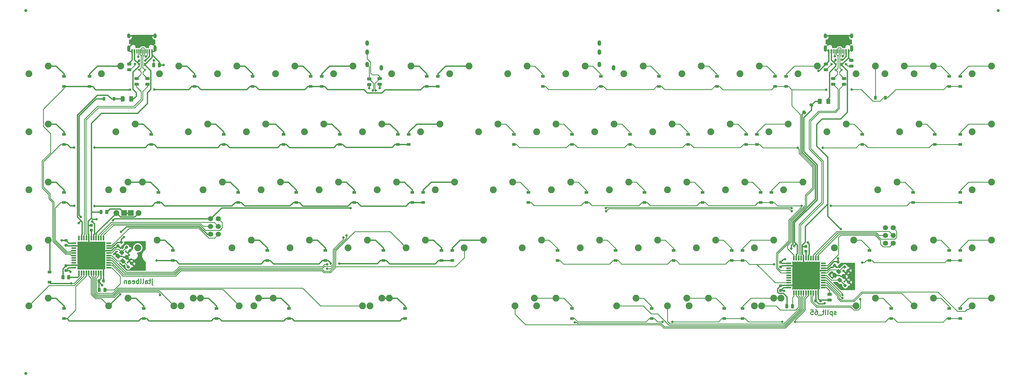
<source format=gbl>
G04 #@! TF.GenerationSoftware,KiCad,Pcbnew,(5.0.0)*
G04 #@! TF.CreationDate,2020-01-09T12:02:49-05:00*
G04 #@! TF.ProjectId,split_65,73706C69745F36352E6B696361645F70,1.0*
G04 #@! TF.SameCoordinates,Original*
G04 #@! TF.FileFunction,Copper,L2,Bot,Signal*
G04 #@! TF.FilePolarity,Positive*
%FSLAX46Y46*%
G04 Gerber Fmt 4.6, Leading zero omitted, Abs format (unit mm)*
G04 Created by KiCad (PCBNEW (5.0.0)) date 01/09/20 12:02:49*
%MOMM*%
%LPD*%
G01*
G04 APERTURE LIST*
G04 #@! TA.AperFunction,NonConductor*
%ADD10C,0.300000*%
G04 #@! TD*
G04 #@! TA.AperFunction,ComponentPad*
%ADD11C,2.250000*%
G04 #@! TD*
G04 #@! TA.AperFunction,Conductor*
%ADD12C,0.100000*%
G04 #@! TD*
G04 #@! TA.AperFunction,SMDPad,CuDef*
%ADD13C,0.875000*%
G04 #@! TD*
G04 #@! TA.AperFunction,ComponentPad*
%ADD14C,1.700000*%
G04 #@! TD*
G04 #@! TA.AperFunction,SMDPad,CuDef*
%ADD15R,0.600000X1.450000*%
G04 #@! TD*
G04 #@! TA.AperFunction,SMDPad,CuDef*
%ADD16R,0.300000X1.450000*%
G04 #@! TD*
G04 #@! TA.AperFunction,ComponentPad*
%ADD17O,1.000000X2.100000*%
G04 #@! TD*
G04 #@! TA.AperFunction,ComponentPad*
%ADD18O,1.000000X1.600000*%
G04 #@! TD*
G04 #@! TA.AperFunction,ComponentPad*
%ADD19O,1.200000X1.800000*%
G04 #@! TD*
G04 #@! TA.AperFunction,SMDPad,CuDef*
%ADD20R,1.200000X0.900000*%
G04 #@! TD*
G04 #@! TA.AperFunction,SMDPad,CuDef*
%ADD21R,0.900000X1.200000*%
G04 #@! TD*
G04 #@! TA.AperFunction,SMDPad,CuDef*
%ADD22C,0.900000*%
G04 #@! TD*
G04 #@! TA.AperFunction,SMDPad,CuDef*
%ADD23C,1.250000*%
G04 #@! TD*
G04 #@! TA.AperFunction,BGAPad,CuDef*
%ADD24C,1.000000*%
G04 #@! TD*
G04 #@! TA.AperFunction,SMDPad,CuDef*
%ADD25C,0.975000*%
G04 #@! TD*
G04 #@! TA.AperFunction,SMDPad,CuDef*
%ADD26R,0.550000X1.500000*%
G04 #@! TD*
G04 #@! TA.AperFunction,SMDPad,CuDef*
%ADD27R,1.500000X0.550000*%
G04 #@! TD*
G04 #@! TA.AperFunction,SMDPad,CuDef*
%ADD28R,0.700000X1.000000*%
G04 #@! TD*
G04 #@! TA.AperFunction,SMDPad,CuDef*
%ADD29R,0.700000X0.600000*%
G04 #@! TD*
G04 #@! TA.AperFunction,SMDPad,CuDef*
%ADD30C,1.200000*%
G04 #@! TD*
G04 #@! TA.AperFunction,ComponentPad*
%ADD31C,1.905000*%
G04 #@! TD*
G04 #@! TA.AperFunction,ComponentPad*
%ADD32R,1.905000X1.905000*%
G04 #@! TD*
G04 #@! TA.AperFunction,ViaPad*
%ADD33C,0.800000*%
G04 #@! TD*
G04 #@! TA.AperFunction,Conductor*
%ADD34C,0.381000*%
G04 #@! TD*
G04 #@! TA.AperFunction,Conductor*
%ADD35C,0.254000*%
G04 #@! TD*
G04 APERTURE END LIST*
D10*
X289688571Y-138417142D02*
X289545714Y-138488571D01*
X289260000Y-138488571D01*
X289117142Y-138417142D01*
X289045714Y-138274285D01*
X289045714Y-138202857D01*
X289117142Y-138060000D01*
X289260000Y-137988571D01*
X289474285Y-137988571D01*
X289617142Y-137917142D01*
X289688571Y-137774285D01*
X289688571Y-137702857D01*
X289617142Y-137560000D01*
X289474285Y-137488571D01*
X289260000Y-137488571D01*
X289117142Y-137560000D01*
X288402857Y-137488571D02*
X288402857Y-138988571D01*
X288402857Y-137560000D02*
X288260000Y-137488571D01*
X287974285Y-137488571D01*
X287831428Y-137560000D01*
X287760000Y-137631428D01*
X287688571Y-137774285D01*
X287688571Y-138202857D01*
X287760000Y-138345714D01*
X287831428Y-138417142D01*
X287974285Y-138488571D01*
X288260000Y-138488571D01*
X288402857Y-138417142D01*
X286831428Y-138488571D02*
X286974285Y-138417142D01*
X287045714Y-138274285D01*
X287045714Y-136988571D01*
X286260000Y-138488571D02*
X286260000Y-137488571D01*
X286260000Y-136988571D02*
X286331428Y-137060000D01*
X286260000Y-137131428D01*
X286188571Y-137060000D01*
X286260000Y-136988571D01*
X286260000Y-137131428D01*
X285760000Y-137488571D02*
X285188571Y-137488571D01*
X285545714Y-136988571D02*
X285545714Y-138274285D01*
X285474285Y-138417142D01*
X285331428Y-138488571D01*
X285188571Y-138488571D01*
X285045714Y-138631428D02*
X283902857Y-138631428D01*
X282902857Y-136988571D02*
X283188571Y-136988571D01*
X283331428Y-137060000D01*
X283402857Y-137131428D01*
X283545714Y-137345714D01*
X283617142Y-137631428D01*
X283617142Y-138202857D01*
X283545714Y-138345714D01*
X283474285Y-138417142D01*
X283331428Y-138488571D01*
X283045714Y-138488571D01*
X282902857Y-138417142D01*
X282831428Y-138345714D01*
X282760000Y-138202857D01*
X282760000Y-137845714D01*
X282831428Y-137702857D01*
X282902857Y-137631428D01*
X283045714Y-137560000D01*
X283331428Y-137560000D01*
X283474285Y-137631428D01*
X283545714Y-137702857D01*
X283617142Y-137845714D01*
X281402857Y-136988571D02*
X282117142Y-136988571D01*
X282188571Y-137702857D01*
X282117142Y-137631428D01*
X281974285Y-137560000D01*
X281617142Y-137560000D01*
X281474285Y-137631428D01*
X281402857Y-137702857D01*
X281331428Y-137845714D01*
X281331428Y-138202857D01*
X281402857Y-138345714D01*
X281474285Y-138417142D01*
X281617142Y-138488571D01*
X281974285Y-138488571D01*
X282117142Y-138417142D01*
X282188571Y-138345714D01*
X65271428Y-127308571D02*
X65271428Y-128594285D01*
X65342857Y-128737142D01*
X65485714Y-128808571D01*
X65557142Y-128808571D01*
X65271428Y-126808571D02*
X65342857Y-126880000D01*
X65271428Y-126951428D01*
X65200000Y-126880000D01*
X65271428Y-126808571D01*
X65271428Y-126951428D01*
X64771428Y-127308571D02*
X64200000Y-127308571D01*
X64557142Y-126808571D02*
X64557142Y-128094285D01*
X64485714Y-128237142D01*
X64342857Y-128308571D01*
X64200000Y-128308571D01*
X63057142Y-128308571D02*
X63057142Y-127522857D01*
X63128571Y-127380000D01*
X63271428Y-127308571D01*
X63557142Y-127308571D01*
X63700000Y-127380000D01*
X63057142Y-128237142D02*
X63200000Y-128308571D01*
X63557142Y-128308571D01*
X63700000Y-128237142D01*
X63771428Y-128094285D01*
X63771428Y-127951428D01*
X63700000Y-127808571D01*
X63557142Y-127737142D01*
X63200000Y-127737142D01*
X63057142Y-127665714D01*
X62128571Y-128308571D02*
X62271428Y-128237142D01*
X62342857Y-128094285D01*
X62342857Y-126808571D01*
X61342857Y-128308571D02*
X61485714Y-128237142D01*
X61557142Y-128094285D01*
X61557142Y-126808571D01*
X60771428Y-128308571D02*
X60771428Y-126808571D01*
X60771428Y-127380000D02*
X60628571Y-127308571D01*
X60342857Y-127308571D01*
X60200000Y-127380000D01*
X60128571Y-127451428D01*
X60057142Y-127594285D01*
X60057142Y-128022857D01*
X60128571Y-128165714D01*
X60200000Y-128237142D01*
X60342857Y-128308571D01*
X60628571Y-128308571D01*
X60771428Y-128237142D01*
X58842857Y-128237142D02*
X58985714Y-128308571D01*
X59271428Y-128308571D01*
X59414285Y-128237142D01*
X59485714Y-128094285D01*
X59485714Y-127522857D01*
X59414285Y-127380000D01*
X59271428Y-127308571D01*
X58985714Y-127308571D01*
X58842857Y-127380000D01*
X58771428Y-127522857D01*
X58771428Y-127665714D01*
X59485714Y-127808571D01*
X57485714Y-128308571D02*
X57485714Y-127522857D01*
X57557142Y-127380000D01*
X57700000Y-127308571D01*
X57985714Y-127308571D01*
X58128571Y-127380000D01*
X57485714Y-128237142D02*
X57628571Y-128308571D01*
X57985714Y-128308571D01*
X58128571Y-128237142D01*
X58200000Y-128094285D01*
X58200000Y-127951428D01*
X58128571Y-127808571D01*
X57985714Y-127737142D01*
X57628571Y-127737142D01*
X57485714Y-127665714D01*
X56771428Y-127308571D02*
X56771428Y-128308571D01*
X56771428Y-127451428D02*
X56700000Y-127380000D01*
X56557142Y-127308571D01*
X56342857Y-127308571D01*
X56200000Y-127380000D01*
X56128571Y-127522857D01*
X56128571Y-128308571D01*
D11*
G04 #@! TO.P,MX20,2*
G04 #@! TO.N,Net-(D19-Pad2)*
X126365728Y-94933088D03*
G04 #@! TO.P,MX20,1*
G04 #@! TO.N,COL5*
X120015728Y-97473088D03*
G04 #@! TD*
D12*
G04 #@! TO.N,GNDA*
G04 #@! TO.C,C11*
G36*
X289181617Y-121733274D02*
X289202852Y-121736424D01*
X289223676Y-121741640D01*
X289243888Y-121748872D01*
X289263294Y-121758051D01*
X289281707Y-121769087D01*
X289298950Y-121781875D01*
X289314856Y-121796291D01*
X289677249Y-122158684D01*
X289691665Y-122174590D01*
X289704453Y-122191833D01*
X289715489Y-122210246D01*
X289724668Y-122229652D01*
X289731900Y-122249864D01*
X289737116Y-122270688D01*
X289740266Y-122291923D01*
X289741319Y-122313364D01*
X289740266Y-122334805D01*
X289737116Y-122356040D01*
X289731900Y-122376864D01*
X289724668Y-122397076D01*
X289715489Y-122416482D01*
X289704453Y-122434895D01*
X289691665Y-122452138D01*
X289677249Y-122468044D01*
X289367890Y-122777403D01*
X289351984Y-122791819D01*
X289334741Y-122804607D01*
X289316328Y-122815643D01*
X289296922Y-122824822D01*
X289276710Y-122832054D01*
X289255886Y-122837270D01*
X289234651Y-122840420D01*
X289213210Y-122841473D01*
X289191769Y-122840420D01*
X289170534Y-122837270D01*
X289149710Y-122832054D01*
X289129498Y-122824822D01*
X289110092Y-122815643D01*
X289091679Y-122804607D01*
X289074436Y-122791819D01*
X289058530Y-122777403D01*
X288696137Y-122415010D01*
X288681721Y-122399104D01*
X288668933Y-122381861D01*
X288657897Y-122363448D01*
X288648718Y-122344042D01*
X288641486Y-122323830D01*
X288636270Y-122303006D01*
X288633120Y-122281771D01*
X288632067Y-122260330D01*
X288633120Y-122238889D01*
X288636270Y-122217654D01*
X288641486Y-122196830D01*
X288648718Y-122176618D01*
X288657897Y-122157212D01*
X288668933Y-122138799D01*
X288681721Y-122121556D01*
X288696137Y-122105650D01*
X289005496Y-121796291D01*
X289021402Y-121781875D01*
X289038645Y-121769087D01*
X289057058Y-121758051D01*
X289076464Y-121748872D01*
X289096676Y-121741640D01*
X289117500Y-121736424D01*
X289138735Y-121733274D01*
X289160176Y-121732221D01*
X289181617Y-121733274D01*
X289181617Y-121733274D01*
G37*
D13*
G04 #@! TD*
G04 #@! TO.P,C11,2*
G04 #@! TO.N,GNDA*
X289186693Y-122286847D03*
D12*
G04 #@! TO.N,+5VA*
G04 #@! TO.C,C11*
G36*
X290295311Y-120619580D02*
X290316546Y-120622730D01*
X290337370Y-120627946D01*
X290357582Y-120635178D01*
X290376988Y-120644357D01*
X290395401Y-120655393D01*
X290412644Y-120668181D01*
X290428550Y-120682597D01*
X290790943Y-121044990D01*
X290805359Y-121060896D01*
X290818147Y-121078139D01*
X290829183Y-121096552D01*
X290838362Y-121115958D01*
X290845594Y-121136170D01*
X290850810Y-121156994D01*
X290853960Y-121178229D01*
X290855013Y-121199670D01*
X290853960Y-121221111D01*
X290850810Y-121242346D01*
X290845594Y-121263170D01*
X290838362Y-121283382D01*
X290829183Y-121302788D01*
X290818147Y-121321201D01*
X290805359Y-121338444D01*
X290790943Y-121354350D01*
X290481584Y-121663709D01*
X290465678Y-121678125D01*
X290448435Y-121690913D01*
X290430022Y-121701949D01*
X290410616Y-121711128D01*
X290390404Y-121718360D01*
X290369580Y-121723576D01*
X290348345Y-121726726D01*
X290326904Y-121727779D01*
X290305463Y-121726726D01*
X290284228Y-121723576D01*
X290263404Y-121718360D01*
X290243192Y-121711128D01*
X290223786Y-121701949D01*
X290205373Y-121690913D01*
X290188130Y-121678125D01*
X290172224Y-121663709D01*
X289809831Y-121301316D01*
X289795415Y-121285410D01*
X289782627Y-121268167D01*
X289771591Y-121249754D01*
X289762412Y-121230348D01*
X289755180Y-121210136D01*
X289749964Y-121189312D01*
X289746814Y-121168077D01*
X289745761Y-121146636D01*
X289746814Y-121125195D01*
X289749964Y-121103960D01*
X289755180Y-121083136D01*
X289762412Y-121062924D01*
X289771591Y-121043518D01*
X289782627Y-121025105D01*
X289795415Y-121007862D01*
X289809831Y-120991956D01*
X290119190Y-120682597D01*
X290135096Y-120668181D01*
X290152339Y-120655393D01*
X290170752Y-120644357D01*
X290190158Y-120635178D01*
X290210370Y-120627946D01*
X290231194Y-120622730D01*
X290252429Y-120619580D01*
X290273870Y-120618527D01*
X290295311Y-120619580D01*
X290295311Y-120619580D01*
G37*
D13*
G04 #@! TD*
G04 #@! TO.P,C11,1*
G04 #@! TO.N,+5VA*
X290300387Y-121173153D03*
D14*
G04 #@! TO.P,J10,6*
G04 #@! TO.N,GNDA*
X305863540Y-115030000D03*
G04 #@! TO.P,J10,5*
G04 #@! TO.N,RESET-R*
X308403540Y-115030000D03*
G04 #@! TO.P,J10,4*
G04 #@! TO.N,MOSI-R*
X305863540Y-112490000D03*
G04 #@! TO.P,J10,3*
G04 #@! TO.N,SCK-R*
X308403540Y-112490000D03*
G04 #@! TO.P,J10,2*
G04 #@! TO.N,+5VA*
X305863540Y-109950000D03*
G04 #@! TO.P,J10,1*
G04 #@! TO.N,MISO-R*
X308403540Y-109950000D03*
G04 #@! TD*
G04 #@! TO.P,J2,1*
G04 #@! TO.N,MISO*
X86970000Y-106980000D03*
G04 #@! TO.P,J2,2*
G04 #@! TO.N,+5V*
X84430000Y-106980000D03*
G04 #@! TO.P,J2,3*
G04 #@! TO.N,SCK*
X86970000Y-109520000D03*
G04 #@! TO.P,J2,4*
G04 #@! TO.N,MOSI*
X84430000Y-109520000D03*
G04 #@! TO.P,J2,5*
G04 #@! TO.N,RESET*
X86970000Y-112060000D03*
G04 #@! TO.P,J2,6*
G04 #@! TO.N,GND*
X84430000Y-112060000D03*
G04 #@! TD*
D11*
G04 #@! TO.P,MX29,1*
G04 #@! TO.N,COL7*
X167641008Y-116523200D03*
G04 #@! TO.P,MX29,2*
G04 #@! TO.N,Net-(D28-Pad2)*
X173991008Y-113983200D03*
G04 #@! TD*
G04 #@! TO.P,MX25,1*
G04 #@! TO.N,COL3*
X91440560Y-116523200D03*
G04 #@! TO.P,MX25,2*
G04 #@! TO.N,Net-(D24-Pad2)*
X97790560Y-113983200D03*
G04 #@! TD*
G04 #@! TO.P,MX21,1*
G04 #@! TO.N,COL6*
X139065840Y-97473088D03*
G04 #@! TO.P,MX21,2*
G04 #@! TO.N,Net-(D20-Pad2)*
X145415840Y-94933088D03*
G04 #@! TD*
D15*
G04 #@! TO.P,USB1,12*
G04 #@! TO.N,GND*
X65137500Y-52046042D03*
G04 #@! TO.P,USB1,1*
X58687500Y-52046042D03*
G04 #@! TO.P,USB1,11*
G04 #@! TO.N,VCC*
X64362500Y-52046042D03*
G04 #@! TO.P,USB1,2*
X59462500Y-52046042D03*
D16*
G04 #@! TO.P,USB1,3*
G04 #@! TO.N,Net-(USB1-Pad3)*
X60162500Y-52046042D03*
G04 #@! TO.P,USB1,10*
G04 #@! TO.N,Net-(R41-Pad1)*
X63662500Y-52046042D03*
G04 #@! TO.P,USB1,4*
G04 #@! TO.N,Net-(R42-Pad1)*
X60662500Y-52046042D03*
G04 #@! TO.P,USB1,9*
G04 #@! TO.N,Net-(USB1-Pad9)*
X63162500Y-52046042D03*
G04 #@! TO.P,USB1,5*
G04 #@! TO.N,Net-(R39-Pad2)*
X61162500Y-52046042D03*
G04 #@! TO.P,USB1,8*
G04 #@! TO.N,Net-(R38-Pad2)*
X62662500Y-52046042D03*
G04 #@! TO.P,USB1,7*
G04 #@! TO.N,Net-(R39-Pad2)*
X62162500Y-52046042D03*
G04 #@! TO.P,USB1,6*
G04 #@! TO.N,Net-(R38-Pad2)*
X61662500Y-52046042D03*
D17*
G04 #@! TO.P,USB1,13*
G04 #@! TO.N,GND*
X57592500Y-51131042D03*
X66232500Y-51131042D03*
D18*
X57592500Y-46951042D03*
X66232500Y-46951042D03*
G04 #@! TD*
D19*
G04 #@! TO.P,J1,1*
G04 #@! TO.N,GND*
X135812500Y-49336990D03*
G04 #@! TO.P,J1,2*
G04 #@! TO.N,SCL*
X135812500Y-52336990D03*
G04 #@! TO.P,J1,3*
G04 #@! TO.N,SDA*
X135812500Y-56336990D03*
G04 #@! TO.P,J1,4*
G04 #@! TO.N,+5V*
X140412500Y-57436990D03*
G04 #@! TD*
D15*
G04 #@! TO.P,USB2,12*
G04 #@! TO.N,GNDA*
X293739292Y-52046042D03*
G04 #@! TO.P,USB2,1*
X287289292Y-52046042D03*
G04 #@! TO.P,USB2,11*
G04 #@! TO.N,VDD*
X292964292Y-52046042D03*
G04 #@! TO.P,USB2,2*
X288064292Y-52046042D03*
D16*
G04 #@! TO.P,USB2,3*
G04 #@! TO.N,Net-(USB2-Pad3)*
X288764292Y-52046042D03*
G04 #@! TO.P,USB2,10*
G04 #@! TO.N,Net-(R89-Pad1)*
X292264292Y-52046042D03*
G04 #@! TO.P,USB2,4*
G04 #@! TO.N,Net-(R90-Pad1)*
X289264292Y-52046042D03*
G04 #@! TO.P,USB2,9*
G04 #@! TO.N,Net-(USB2-Pad9)*
X291764292Y-52046042D03*
G04 #@! TO.P,USB2,5*
G04 #@! TO.N,Net-(R87-Pad2)*
X289764292Y-52046042D03*
G04 #@! TO.P,USB2,8*
G04 #@! TO.N,Net-(R86-Pad2)*
X291264292Y-52046042D03*
G04 #@! TO.P,USB2,7*
G04 #@! TO.N,Net-(R87-Pad2)*
X290764292Y-52046042D03*
G04 #@! TO.P,USB2,6*
G04 #@! TO.N,Net-(R86-Pad2)*
X290264292Y-52046042D03*
D17*
G04 #@! TO.P,USB2,13*
G04 #@! TO.N,GNDA*
X286194292Y-51131042D03*
X294834292Y-51131042D03*
D18*
X286194292Y-46951042D03*
X294834292Y-46951042D03*
G04 #@! TD*
D19*
G04 #@! TO.P,J9,4*
G04 #@! TO.N,+5VA*
X216612290Y-57436990D03*
G04 #@! TO.P,J9,3*
G04 #@! TO.N,SDA-R*
X212012290Y-56336990D03*
G04 #@! TO.P,J9,2*
G04 #@! TO.N,SCL-R*
X212012290Y-52336990D03*
G04 #@! TO.P,J9,1*
G04 #@! TO.N,GNDA*
X212012290Y-49336990D03*
G04 #@! TD*
D12*
G04 #@! TO.N,Net-(C1-Pad1)*
G04 #@! TO.C,C1*
G36*
X57358077Y-122253274D02*
X57379312Y-122256424D01*
X57400136Y-122261640D01*
X57420348Y-122268872D01*
X57439754Y-122278051D01*
X57458167Y-122289087D01*
X57475410Y-122301875D01*
X57491316Y-122316291D01*
X57853709Y-122678684D01*
X57868125Y-122694590D01*
X57880913Y-122711833D01*
X57891949Y-122730246D01*
X57901128Y-122749652D01*
X57908360Y-122769864D01*
X57913576Y-122790688D01*
X57916726Y-122811923D01*
X57917779Y-122833364D01*
X57916726Y-122854805D01*
X57913576Y-122876040D01*
X57908360Y-122896864D01*
X57901128Y-122917076D01*
X57891949Y-122936482D01*
X57880913Y-122954895D01*
X57868125Y-122972138D01*
X57853709Y-122988044D01*
X57544350Y-123297403D01*
X57528444Y-123311819D01*
X57511201Y-123324607D01*
X57492788Y-123335643D01*
X57473382Y-123344822D01*
X57453170Y-123352054D01*
X57432346Y-123357270D01*
X57411111Y-123360420D01*
X57389670Y-123361473D01*
X57368229Y-123360420D01*
X57346994Y-123357270D01*
X57326170Y-123352054D01*
X57305958Y-123344822D01*
X57286552Y-123335643D01*
X57268139Y-123324607D01*
X57250896Y-123311819D01*
X57234990Y-123297403D01*
X56872597Y-122935010D01*
X56858181Y-122919104D01*
X56845393Y-122901861D01*
X56834357Y-122883448D01*
X56825178Y-122864042D01*
X56817946Y-122843830D01*
X56812730Y-122823006D01*
X56809580Y-122801771D01*
X56808527Y-122780330D01*
X56809580Y-122758889D01*
X56812730Y-122737654D01*
X56817946Y-122716830D01*
X56825178Y-122696618D01*
X56834357Y-122677212D01*
X56845393Y-122658799D01*
X56858181Y-122641556D01*
X56872597Y-122625650D01*
X57181956Y-122316291D01*
X57197862Y-122301875D01*
X57215105Y-122289087D01*
X57233518Y-122278051D01*
X57252924Y-122268872D01*
X57273136Y-122261640D01*
X57293960Y-122256424D01*
X57315195Y-122253274D01*
X57336636Y-122252221D01*
X57358077Y-122253274D01*
X57358077Y-122253274D01*
G37*
D13*
G04 #@! TD*
G04 #@! TO.P,C1,1*
G04 #@! TO.N,Net-(C1-Pad1)*
X57363153Y-122806847D03*
D12*
G04 #@! TO.N,GND*
G04 #@! TO.C,C1*
G36*
X58471771Y-121139580D02*
X58493006Y-121142730D01*
X58513830Y-121147946D01*
X58534042Y-121155178D01*
X58553448Y-121164357D01*
X58571861Y-121175393D01*
X58589104Y-121188181D01*
X58605010Y-121202597D01*
X58967403Y-121564990D01*
X58981819Y-121580896D01*
X58994607Y-121598139D01*
X59005643Y-121616552D01*
X59014822Y-121635958D01*
X59022054Y-121656170D01*
X59027270Y-121676994D01*
X59030420Y-121698229D01*
X59031473Y-121719670D01*
X59030420Y-121741111D01*
X59027270Y-121762346D01*
X59022054Y-121783170D01*
X59014822Y-121803382D01*
X59005643Y-121822788D01*
X58994607Y-121841201D01*
X58981819Y-121858444D01*
X58967403Y-121874350D01*
X58658044Y-122183709D01*
X58642138Y-122198125D01*
X58624895Y-122210913D01*
X58606482Y-122221949D01*
X58587076Y-122231128D01*
X58566864Y-122238360D01*
X58546040Y-122243576D01*
X58524805Y-122246726D01*
X58503364Y-122247779D01*
X58481923Y-122246726D01*
X58460688Y-122243576D01*
X58439864Y-122238360D01*
X58419652Y-122231128D01*
X58400246Y-122221949D01*
X58381833Y-122210913D01*
X58364590Y-122198125D01*
X58348684Y-122183709D01*
X57986291Y-121821316D01*
X57971875Y-121805410D01*
X57959087Y-121788167D01*
X57948051Y-121769754D01*
X57938872Y-121750348D01*
X57931640Y-121730136D01*
X57926424Y-121709312D01*
X57923274Y-121688077D01*
X57922221Y-121666636D01*
X57923274Y-121645195D01*
X57926424Y-121623960D01*
X57931640Y-121603136D01*
X57938872Y-121582924D01*
X57948051Y-121563518D01*
X57959087Y-121545105D01*
X57971875Y-121527862D01*
X57986291Y-121511956D01*
X58295650Y-121202597D01*
X58311556Y-121188181D01*
X58328799Y-121175393D01*
X58347212Y-121164357D01*
X58366618Y-121155178D01*
X58386830Y-121147946D01*
X58407654Y-121142730D01*
X58428889Y-121139580D01*
X58450330Y-121138527D01*
X58471771Y-121139580D01*
X58471771Y-121139580D01*
G37*
D13*
G04 #@! TD*
G04 #@! TO.P,C1,2*
G04 #@! TO.N,GND*
X58476847Y-121693153D03*
D12*
G04 #@! TO.N,Net-(C2-Pad1)*
G04 #@! TO.C,C2*
G36*
X56871111Y-115799580D02*
X56892346Y-115802730D01*
X56913170Y-115807946D01*
X56933382Y-115815178D01*
X56952788Y-115824357D01*
X56971201Y-115835393D01*
X56988444Y-115848181D01*
X57004350Y-115862597D01*
X57313709Y-116171956D01*
X57328125Y-116187862D01*
X57340913Y-116205105D01*
X57351949Y-116223518D01*
X57361128Y-116242924D01*
X57368360Y-116263136D01*
X57373576Y-116283960D01*
X57376726Y-116305195D01*
X57377779Y-116326636D01*
X57376726Y-116348077D01*
X57373576Y-116369312D01*
X57368360Y-116390136D01*
X57361128Y-116410348D01*
X57351949Y-116429754D01*
X57340913Y-116448167D01*
X57328125Y-116465410D01*
X57313709Y-116481316D01*
X56951316Y-116843709D01*
X56935410Y-116858125D01*
X56918167Y-116870913D01*
X56899754Y-116881949D01*
X56880348Y-116891128D01*
X56860136Y-116898360D01*
X56839312Y-116903576D01*
X56818077Y-116906726D01*
X56796636Y-116907779D01*
X56775195Y-116906726D01*
X56753960Y-116903576D01*
X56733136Y-116898360D01*
X56712924Y-116891128D01*
X56693518Y-116881949D01*
X56675105Y-116870913D01*
X56657862Y-116858125D01*
X56641956Y-116843709D01*
X56332597Y-116534350D01*
X56318181Y-116518444D01*
X56305393Y-116501201D01*
X56294357Y-116482788D01*
X56285178Y-116463382D01*
X56277946Y-116443170D01*
X56272730Y-116422346D01*
X56269580Y-116401111D01*
X56268527Y-116379670D01*
X56269580Y-116358229D01*
X56272730Y-116336994D01*
X56277946Y-116316170D01*
X56285178Y-116295958D01*
X56294357Y-116276552D01*
X56305393Y-116258139D01*
X56318181Y-116240896D01*
X56332597Y-116224990D01*
X56694990Y-115862597D01*
X56710896Y-115848181D01*
X56728139Y-115835393D01*
X56746552Y-115824357D01*
X56765958Y-115815178D01*
X56786170Y-115807946D01*
X56806994Y-115802730D01*
X56828229Y-115799580D01*
X56849670Y-115798527D01*
X56871111Y-115799580D01*
X56871111Y-115799580D01*
G37*
D13*
G04 #@! TD*
G04 #@! TO.P,C2,1*
G04 #@! TO.N,Net-(C2-Pad1)*
X56823153Y-116353153D03*
D12*
G04 #@! TO.N,GND*
G04 #@! TO.C,C2*
G36*
X57984805Y-116913274D02*
X58006040Y-116916424D01*
X58026864Y-116921640D01*
X58047076Y-116928872D01*
X58066482Y-116938051D01*
X58084895Y-116949087D01*
X58102138Y-116961875D01*
X58118044Y-116976291D01*
X58427403Y-117285650D01*
X58441819Y-117301556D01*
X58454607Y-117318799D01*
X58465643Y-117337212D01*
X58474822Y-117356618D01*
X58482054Y-117376830D01*
X58487270Y-117397654D01*
X58490420Y-117418889D01*
X58491473Y-117440330D01*
X58490420Y-117461771D01*
X58487270Y-117483006D01*
X58482054Y-117503830D01*
X58474822Y-117524042D01*
X58465643Y-117543448D01*
X58454607Y-117561861D01*
X58441819Y-117579104D01*
X58427403Y-117595010D01*
X58065010Y-117957403D01*
X58049104Y-117971819D01*
X58031861Y-117984607D01*
X58013448Y-117995643D01*
X57994042Y-118004822D01*
X57973830Y-118012054D01*
X57953006Y-118017270D01*
X57931771Y-118020420D01*
X57910330Y-118021473D01*
X57888889Y-118020420D01*
X57867654Y-118017270D01*
X57846830Y-118012054D01*
X57826618Y-118004822D01*
X57807212Y-117995643D01*
X57788799Y-117984607D01*
X57771556Y-117971819D01*
X57755650Y-117957403D01*
X57446291Y-117648044D01*
X57431875Y-117632138D01*
X57419087Y-117614895D01*
X57408051Y-117596482D01*
X57398872Y-117577076D01*
X57391640Y-117556864D01*
X57386424Y-117536040D01*
X57383274Y-117514805D01*
X57382221Y-117493364D01*
X57383274Y-117471923D01*
X57386424Y-117450688D01*
X57391640Y-117429864D01*
X57398872Y-117409652D01*
X57408051Y-117390246D01*
X57419087Y-117371833D01*
X57431875Y-117354590D01*
X57446291Y-117338684D01*
X57808684Y-116976291D01*
X57824590Y-116961875D01*
X57841833Y-116949087D01*
X57860246Y-116938051D01*
X57879652Y-116928872D01*
X57899864Y-116921640D01*
X57920688Y-116916424D01*
X57941923Y-116913274D01*
X57963364Y-116912221D01*
X57984805Y-116913274D01*
X57984805Y-116913274D01*
G37*
D13*
G04 #@! TD*
G04 #@! TO.P,C2,2*
G04 #@! TO.N,GND*
X57936847Y-117466847D03*
D12*
G04 #@! TO.N,Net-(C3-Pad1)*
G04 #@! TO.C,C3*
G36*
X45557691Y-110301053D02*
X45578926Y-110304203D01*
X45599750Y-110309419D01*
X45619962Y-110316651D01*
X45639368Y-110325830D01*
X45657781Y-110336866D01*
X45675024Y-110349654D01*
X45690930Y-110364070D01*
X45705346Y-110379976D01*
X45718134Y-110397219D01*
X45729170Y-110415632D01*
X45738349Y-110435038D01*
X45745581Y-110455250D01*
X45750797Y-110476074D01*
X45753947Y-110497309D01*
X45755000Y-110518750D01*
X45755000Y-110956250D01*
X45753947Y-110977691D01*
X45750797Y-110998926D01*
X45745581Y-111019750D01*
X45738349Y-111039962D01*
X45729170Y-111059368D01*
X45718134Y-111077781D01*
X45705346Y-111095024D01*
X45690930Y-111110930D01*
X45675024Y-111125346D01*
X45657781Y-111138134D01*
X45639368Y-111149170D01*
X45619962Y-111158349D01*
X45599750Y-111165581D01*
X45578926Y-111170797D01*
X45557691Y-111173947D01*
X45536250Y-111175000D01*
X45023750Y-111175000D01*
X45002309Y-111173947D01*
X44981074Y-111170797D01*
X44960250Y-111165581D01*
X44940038Y-111158349D01*
X44920632Y-111149170D01*
X44902219Y-111138134D01*
X44884976Y-111125346D01*
X44869070Y-111110930D01*
X44854654Y-111095024D01*
X44841866Y-111077781D01*
X44830830Y-111059368D01*
X44821651Y-111039962D01*
X44814419Y-111019750D01*
X44809203Y-110998926D01*
X44806053Y-110977691D01*
X44805000Y-110956250D01*
X44805000Y-110518750D01*
X44806053Y-110497309D01*
X44809203Y-110476074D01*
X44814419Y-110455250D01*
X44821651Y-110435038D01*
X44830830Y-110415632D01*
X44841866Y-110397219D01*
X44854654Y-110379976D01*
X44869070Y-110364070D01*
X44884976Y-110349654D01*
X44902219Y-110336866D01*
X44920632Y-110325830D01*
X44940038Y-110316651D01*
X44960250Y-110309419D01*
X44981074Y-110304203D01*
X45002309Y-110301053D01*
X45023750Y-110300000D01*
X45536250Y-110300000D01*
X45557691Y-110301053D01*
X45557691Y-110301053D01*
G37*
D13*
G04 #@! TD*
G04 #@! TO.P,C3,1*
G04 #@! TO.N,Net-(C3-Pad1)*
X45280000Y-110737500D03*
D12*
G04 #@! TO.N,GND*
G04 #@! TO.C,C3*
G36*
X45557691Y-108726053D02*
X45578926Y-108729203D01*
X45599750Y-108734419D01*
X45619962Y-108741651D01*
X45639368Y-108750830D01*
X45657781Y-108761866D01*
X45675024Y-108774654D01*
X45690930Y-108789070D01*
X45705346Y-108804976D01*
X45718134Y-108822219D01*
X45729170Y-108840632D01*
X45738349Y-108860038D01*
X45745581Y-108880250D01*
X45750797Y-108901074D01*
X45753947Y-108922309D01*
X45755000Y-108943750D01*
X45755000Y-109381250D01*
X45753947Y-109402691D01*
X45750797Y-109423926D01*
X45745581Y-109444750D01*
X45738349Y-109464962D01*
X45729170Y-109484368D01*
X45718134Y-109502781D01*
X45705346Y-109520024D01*
X45690930Y-109535930D01*
X45675024Y-109550346D01*
X45657781Y-109563134D01*
X45639368Y-109574170D01*
X45619962Y-109583349D01*
X45599750Y-109590581D01*
X45578926Y-109595797D01*
X45557691Y-109598947D01*
X45536250Y-109600000D01*
X45023750Y-109600000D01*
X45002309Y-109598947D01*
X44981074Y-109595797D01*
X44960250Y-109590581D01*
X44940038Y-109583349D01*
X44920632Y-109574170D01*
X44902219Y-109563134D01*
X44884976Y-109550346D01*
X44869070Y-109535930D01*
X44854654Y-109520024D01*
X44841866Y-109502781D01*
X44830830Y-109484368D01*
X44821651Y-109464962D01*
X44814419Y-109444750D01*
X44809203Y-109423926D01*
X44806053Y-109402691D01*
X44805000Y-109381250D01*
X44805000Y-108943750D01*
X44806053Y-108922309D01*
X44809203Y-108901074D01*
X44814419Y-108880250D01*
X44821651Y-108860038D01*
X44830830Y-108840632D01*
X44841866Y-108822219D01*
X44854654Y-108804976D01*
X44869070Y-108789070D01*
X44884976Y-108774654D01*
X44902219Y-108761866D01*
X44920632Y-108750830D01*
X44940038Y-108741651D01*
X44960250Y-108734419D01*
X44981074Y-108729203D01*
X45002309Y-108726053D01*
X45023750Y-108725000D01*
X45536250Y-108725000D01*
X45557691Y-108726053D01*
X45557691Y-108726053D01*
G37*
D13*
G04 #@! TD*
G04 #@! TO.P,C3,2*
G04 #@! TO.N,GND*
X45280000Y-109162500D03*
D12*
G04 #@! TO.N,GND*
G04 #@! TO.C,C4*
G36*
X53988077Y-115303274D02*
X54009312Y-115306424D01*
X54030136Y-115311640D01*
X54050348Y-115318872D01*
X54069754Y-115328051D01*
X54088167Y-115339087D01*
X54105410Y-115351875D01*
X54121316Y-115366291D01*
X54483709Y-115728684D01*
X54498125Y-115744590D01*
X54510913Y-115761833D01*
X54521949Y-115780246D01*
X54531128Y-115799652D01*
X54538360Y-115819864D01*
X54543576Y-115840688D01*
X54546726Y-115861923D01*
X54547779Y-115883364D01*
X54546726Y-115904805D01*
X54543576Y-115926040D01*
X54538360Y-115946864D01*
X54531128Y-115967076D01*
X54521949Y-115986482D01*
X54510913Y-116004895D01*
X54498125Y-116022138D01*
X54483709Y-116038044D01*
X54174350Y-116347403D01*
X54158444Y-116361819D01*
X54141201Y-116374607D01*
X54122788Y-116385643D01*
X54103382Y-116394822D01*
X54083170Y-116402054D01*
X54062346Y-116407270D01*
X54041111Y-116410420D01*
X54019670Y-116411473D01*
X53998229Y-116410420D01*
X53976994Y-116407270D01*
X53956170Y-116402054D01*
X53935958Y-116394822D01*
X53916552Y-116385643D01*
X53898139Y-116374607D01*
X53880896Y-116361819D01*
X53864990Y-116347403D01*
X53502597Y-115985010D01*
X53488181Y-115969104D01*
X53475393Y-115951861D01*
X53464357Y-115933448D01*
X53455178Y-115914042D01*
X53447946Y-115893830D01*
X53442730Y-115873006D01*
X53439580Y-115851771D01*
X53438527Y-115830330D01*
X53439580Y-115808889D01*
X53442730Y-115787654D01*
X53447946Y-115766830D01*
X53455178Y-115746618D01*
X53464357Y-115727212D01*
X53475393Y-115708799D01*
X53488181Y-115691556D01*
X53502597Y-115675650D01*
X53811956Y-115366291D01*
X53827862Y-115351875D01*
X53845105Y-115339087D01*
X53863518Y-115328051D01*
X53882924Y-115318872D01*
X53903136Y-115311640D01*
X53923960Y-115306424D01*
X53945195Y-115303274D01*
X53966636Y-115302221D01*
X53988077Y-115303274D01*
X53988077Y-115303274D01*
G37*
D13*
G04 #@! TD*
G04 #@! TO.P,C4,2*
G04 #@! TO.N,GND*
X53993153Y-115856847D03*
D12*
G04 #@! TO.N,+5V*
G04 #@! TO.C,C4*
G36*
X55101771Y-114189580D02*
X55123006Y-114192730D01*
X55143830Y-114197946D01*
X55164042Y-114205178D01*
X55183448Y-114214357D01*
X55201861Y-114225393D01*
X55219104Y-114238181D01*
X55235010Y-114252597D01*
X55597403Y-114614990D01*
X55611819Y-114630896D01*
X55624607Y-114648139D01*
X55635643Y-114666552D01*
X55644822Y-114685958D01*
X55652054Y-114706170D01*
X55657270Y-114726994D01*
X55660420Y-114748229D01*
X55661473Y-114769670D01*
X55660420Y-114791111D01*
X55657270Y-114812346D01*
X55652054Y-114833170D01*
X55644822Y-114853382D01*
X55635643Y-114872788D01*
X55624607Y-114891201D01*
X55611819Y-114908444D01*
X55597403Y-114924350D01*
X55288044Y-115233709D01*
X55272138Y-115248125D01*
X55254895Y-115260913D01*
X55236482Y-115271949D01*
X55217076Y-115281128D01*
X55196864Y-115288360D01*
X55176040Y-115293576D01*
X55154805Y-115296726D01*
X55133364Y-115297779D01*
X55111923Y-115296726D01*
X55090688Y-115293576D01*
X55069864Y-115288360D01*
X55049652Y-115281128D01*
X55030246Y-115271949D01*
X55011833Y-115260913D01*
X54994590Y-115248125D01*
X54978684Y-115233709D01*
X54616291Y-114871316D01*
X54601875Y-114855410D01*
X54589087Y-114838167D01*
X54578051Y-114819754D01*
X54568872Y-114800348D01*
X54561640Y-114780136D01*
X54556424Y-114759312D01*
X54553274Y-114738077D01*
X54552221Y-114716636D01*
X54553274Y-114695195D01*
X54556424Y-114673960D01*
X54561640Y-114653136D01*
X54568872Y-114632924D01*
X54578051Y-114613518D01*
X54589087Y-114595105D01*
X54601875Y-114577862D01*
X54616291Y-114561956D01*
X54925650Y-114252597D01*
X54941556Y-114238181D01*
X54958799Y-114225393D01*
X54977212Y-114214357D01*
X54996618Y-114205178D01*
X55016830Y-114197946D01*
X55037654Y-114192730D01*
X55058889Y-114189580D01*
X55080330Y-114188527D01*
X55101771Y-114189580D01*
X55101771Y-114189580D01*
G37*
D13*
G04 #@! TD*
G04 #@! TO.P,C4,1*
G04 #@! TO.N,+5V*
X55106847Y-114743153D03*
D12*
G04 #@! TO.N,+5V*
G04 #@! TO.C,C5*
G36*
X47952691Y-126923463D02*
X47973926Y-126926613D01*
X47994750Y-126931829D01*
X48014962Y-126939061D01*
X48034368Y-126948240D01*
X48052781Y-126959276D01*
X48070024Y-126972064D01*
X48085930Y-126986480D01*
X48100346Y-127002386D01*
X48113134Y-127019629D01*
X48124170Y-127038042D01*
X48133349Y-127057448D01*
X48140581Y-127077660D01*
X48145797Y-127098484D01*
X48148947Y-127119719D01*
X48150000Y-127141160D01*
X48150000Y-127653660D01*
X48148947Y-127675101D01*
X48145797Y-127696336D01*
X48140581Y-127717160D01*
X48133349Y-127737372D01*
X48124170Y-127756778D01*
X48113134Y-127775191D01*
X48100346Y-127792434D01*
X48085930Y-127808340D01*
X48070024Y-127822756D01*
X48052781Y-127835544D01*
X48034368Y-127846580D01*
X48014962Y-127855759D01*
X47994750Y-127862991D01*
X47973926Y-127868207D01*
X47952691Y-127871357D01*
X47931250Y-127872410D01*
X47493750Y-127872410D01*
X47472309Y-127871357D01*
X47451074Y-127868207D01*
X47430250Y-127862991D01*
X47410038Y-127855759D01*
X47390632Y-127846580D01*
X47372219Y-127835544D01*
X47354976Y-127822756D01*
X47339070Y-127808340D01*
X47324654Y-127792434D01*
X47311866Y-127775191D01*
X47300830Y-127756778D01*
X47291651Y-127737372D01*
X47284419Y-127717160D01*
X47279203Y-127696336D01*
X47276053Y-127675101D01*
X47275000Y-127653660D01*
X47275000Y-127141160D01*
X47276053Y-127119719D01*
X47279203Y-127098484D01*
X47284419Y-127077660D01*
X47291651Y-127057448D01*
X47300830Y-127038042D01*
X47311866Y-127019629D01*
X47324654Y-127002386D01*
X47339070Y-126986480D01*
X47354976Y-126972064D01*
X47372219Y-126959276D01*
X47390632Y-126948240D01*
X47410038Y-126939061D01*
X47430250Y-126931829D01*
X47451074Y-126926613D01*
X47472309Y-126923463D01*
X47493750Y-126922410D01*
X47931250Y-126922410D01*
X47952691Y-126923463D01*
X47952691Y-126923463D01*
G37*
D13*
G04 #@! TD*
G04 #@! TO.P,C5,1*
G04 #@! TO.N,+5V*
X47712500Y-127397410D03*
D12*
G04 #@! TO.N,GND*
G04 #@! TO.C,C5*
G36*
X49527691Y-126923463D02*
X49548926Y-126926613D01*
X49569750Y-126931829D01*
X49589962Y-126939061D01*
X49609368Y-126948240D01*
X49627781Y-126959276D01*
X49645024Y-126972064D01*
X49660930Y-126986480D01*
X49675346Y-127002386D01*
X49688134Y-127019629D01*
X49699170Y-127038042D01*
X49708349Y-127057448D01*
X49715581Y-127077660D01*
X49720797Y-127098484D01*
X49723947Y-127119719D01*
X49725000Y-127141160D01*
X49725000Y-127653660D01*
X49723947Y-127675101D01*
X49720797Y-127696336D01*
X49715581Y-127717160D01*
X49708349Y-127737372D01*
X49699170Y-127756778D01*
X49688134Y-127775191D01*
X49675346Y-127792434D01*
X49660930Y-127808340D01*
X49645024Y-127822756D01*
X49627781Y-127835544D01*
X49609368Y-127846580D01*
X49589962Y-127855759D01*
X49569750Y-127862991D01*
X49548926Y-127868207D01*
X49527691Y-127871357D01*
X49506250Y-127872410D01*
X49068750Y-127872410D01*
X49047309Y-127871357D01*
X49026074Y-127868207D01*
X49005250Y-127862991D01*
X48985038Y-127855759D01*
X48965632Y-127846580D01*
X48947219Y-127835544D01*
X48929976Y-127822756D01*
X48914070Y-127808340D01*
X48899654Y-127792434D01*
X48886866Y-127775191D01*
X48875830Y-127756778D01*
X48866651Y-127737372D01*
X48859419Y-127717160D01*
X48854203Y-127696336D01*
X48851053Y-127675101D01*
X48850000Y-127653660D01*
X48850000Y-127141160D01*
X48851053Y-127119719D01*
X48854203Y-127098484D01*
X48859419Y-127077660D01*
X48866651Y-127057448D01*
X48875830Y-127038042D01*
X48886866Y-127019629D01*
X48899654Y-127002386D01*
X48914070Y-126986480D01*
X48929976Y-126972064D01*
X48947219Y-126959276D01*
X48965632Y-126948240D01*
X48985038Y-126939061D01*
X49005250Y-126931829D01*
X49026074Y-126926613D01*
X49047309Y-126923463D01*
X49068750Y-126922410D01*
X49506250Y-126922410D01*
X49527691Y-126923463D01*
X49527691Y-126923463D01*
G37*
D13*
G04 #@! TD*
G04 #@! TO.P,C5,2*
G04 #@! TO.N,GND*
X49287500Y-127397410D03*
D12*
G04 #@! TO.N,GND*
G04 #@! TO.C,C6*
G36*
X37187221Y-122006258D02*
X37208456Y-122009408D01*
X37229280Y-122014624D01*
X37249492Y-122021856D01*
X37268898Y-122031035D01*
X37287311Y-122042071D01*
X37304554Y-122054859D01*
X37320460Y-122069275D01*
X37334876Y-122085181D01*
X37347664Y-122102424D01*
X37358700Y-122120837D01*
X37367879Y-122140243D01*
X37375111Y-122160455D01*
X37380327Y-122181279D01*
X37383477Y-122202514D01*
X37384530Y-122223955D01*
X37384530Y-122661455D01*
X37383477Y-122682896D01*
X37380327Y-122704131D01*
X37375111Y-122724955D01*
X37367879Y-122745167D01*
X37358700Y-122764573D01*
X37347664Y-122782986D01*
X37334876Y-122800229D01*
X37320460Y-122816135D01*
X37304554Y-122830551D01*
X37287311Y-122843339D01*
X37268898Y-122854375D01*
X37249492Y-122863554D01*
X37229280Y-122870786D01*
X37208456Y-122876002D01*
X37187221Y-122879152D01*
X37165780Y-122880205D01*
X36653280Y-122880205D01*
X36631839Y-122879152D01*
X36610604Y-122876002D01*
X36589780Y-122870786D01*
X36569568Y-122863554D01*
X36550162Y-122854375D01*
X36531749Y-122843339D01*
X36514506Y-122830551D01*
X36498600Y-122816135D01*
X36484184Y-122800229D01*
X36471396Y-122782986D01*
X36460360Y-122764573D01*
X36451181Y-122745167D01*
X36443949Y-122724955D01*
X36438733Y-122704131D01*
X36435583Y-122682896D01*
X36434530Y-122661455D01*
X36434530Y-122223955D01*
X36435583Y-122202514D01*
X36438733Y-122181279D01*
X36443949Y-122160455D01*
X36451181Y-122140243D01*
X36460360Y-122120837D01*
X36471396Y-122102424D01*
X36484184Y-122085181D01*
X36498600Y-122069275D01*
X36514506Y-122054859D01*
X36531749Y-122042071D01*
X36550162Y-122031035D01*
X36569568Y-122021856D01*
X36589780Y-122014624D01*
X36610604Y-122009408D01*
X36631839Y-122006258D01*
X36653280Y-122005205D01*
X37165780Y-122005205D01*
X37187221Y-122006258D01*
X37187221Y-122006258D01*
G37*
D13*
G04 #@! TD*
G04 #@! TO.P,C6,2*
G04 #@! TO.N,GND*
X36909530Y-122442705D03*
D12*
G04 #@! TO.N,+5V*
G04 #@! TO.C,C6*
G36*
X37187221Y-123581258D02*
X37208456Y-123584408D01*
X37229280Y-123589624D01*
X37249492Y-123596856D01*
X37268898Y-123606035D01*
X37287311Y-123617071D01*
X37304554Y-123629859D01*
X37320460Y-123644275D01*
X37334876Y-123660181D01*
X37347664Y-123677424D01*
X37358700Y-123695837D01*
X37367879Y-123715243D01*
X37375111Y-123735455D01*
X37380327Y-123756279D01*
X37383477Y-123777514D01*
X37384530Y-123798955D01*
X37384530Y-124236455D01*
X37383477Y-124257896D01*
X37380327Y-124279131D01*
X37375111Y-124299955D01*
X37367879Y-124320167D01*
X37358700Y-124339573D01*
X37347664Y-124357986D01*
X37334876Y-124375229D01*
X37320460Y-124391135D01*
X37304554Y-124405551D01*
X37287311Y-124418339D01*
X37268898Y-124429375D01*
X37249492Y-124438554D01*
X37229280Y-124445786D01*
X37208456Y-124451002D01*
X37187221Y-124454152D01*
X37165780Y-124455205D01*
X36653280Y-124455205D01*
X36631839Y-124454152D01*
X36610604Y-124451002D01*
X36589780Y-124445786D01*
X36569568Y-124438554D01*
X36550162Y-124429375D01*
X36531749Y-124418339D01*
X36514506Y-124405551D01*
X36498600Y-124391135D01*
X36484184Y-124375229D01*
X36471396Y-124357986D01*
X36460360Y-124339573D01*
X36451181Y-124320167D01*
X36443949Y-124299955D01*
X36438733Y-124279131D01*
X36435583Y-124257896D01*
X36434530Y-124236455D01*
X36434530Y-123798955D01*
X36435583Y-123777514D01*
X36438733Y-123756279D01*
X36443949Y-123735455D01*
X36451181Y-123715243D01*
X36460360Y-123695837D01*
X36471396Y-123677424D01*
X36484184Y-123660181D01*
X36498600Y-123644275D01*
X36514506Y-123629859D01*
X36531749Y-123617071D01*
X36550162Y-123606035D01*
X36569568Y-123596856D01*
X36589780Y-123589624D01*
X36610604Y-123584408D01*
X36631839Y-123581258D01*
X36653280Y-123580205D01*
X37165780Y-123580205D01*
X37187221Y-123581258D01*
X37187221Y-123581258D01*
G37*
D13*
G04 #@! TD*
G04 #@! TO.P,C6,1*
G04 #@! TO.N,+5V*
X36909530Y-124017705D03*
D12*
G04 #@! TO.N,+5V*
G04 #@! TO.C,C7*
G36*
X37257691Y-113671848D02*
X37278926Y-113674998D01*
X37299750Y-113680214D01*
X37319962Y-113687446D01*
X37339368Y-113696625D01*
X37357781Y-113707661D01*
X37375024Y-113720449D01*
X37390930Y-113734865D01*
X37405346Y-113750771D01*
X37418134Y-113768014D01*
X37429170Y-113786427D01*
X37438349Y-113805833D01*
X37445581Y-113826045D01*
X37450797Y-113846869D01*
X37453947Y-113868104D01*
X37455000Y-113889545D01*
X37455000Y-114327045D01*
X37453947Y-114348486D01*
X37450797Y-114369721D01*
X37445581Y-114390545D01*
X37438349Y-114410757D01*
X37429170Y-114430163D01*
X37418134Y-114448576D01*
X37405346Y-114465819D01*
X37390930Y-114481725D01*
X37375024Y-114496141D01*
X37357781Y-114508929D01*
X37339368Y-114519965D01*
X37319962Y-114529144D01*
X37299750Y-114536376D01*
X37278926Y-114541592D01*
X37257691Y-114544742D01*
X37236250Y-114545795D01*
X36723750Y-114545795D01*
X36702309Y-114544742D01*
X36681074Y-114541592D01*
X36660250Y-114536376D01*
X36640038Y-114529144D01*
X36620632Y-114519965D01*
X36602219Y-114508929D01*
X36584976Y-114496141D01*
X36569070Y-114481725D01*
X36554654Y-114465819D01*
X36541866Y-114448576D01*
X36530830Y-114430163D01*
X36521651Y-114410757D01*
X36514419Y-114390545D01*
X36509203Y-114369721D01*
X36506053Y-114348486D01*
X36505000Y-114327045D01*
X36505000Y-113889545D01*
X36506053Y-113868104D01*
X36509203Y-113846869D01*
X36514419Y-113826045D01*
X36521651Y-113805833D01*
X36530830Y-113786427D01*
X36541866Y-113768014D01*
X36554654Y-113750771D01*
X36569070Y-113734865D01*
X36584976Y-113720449D01*
X36602219Y-113707661D01*
X36620632Y-113696625D01*
X36640038Y-113687446D01*
X36660250Y-113680214D01*
X36681074Y-113674998D01*
X36702309Y-113671848D01*
X36723750Y-113670795D01*
X37236250Y-113670795D01*
X37257691Y-113671848D01*
X37257691Y-113671848D01*
G37*
D13*
G04 #@! TD*
G04 #@! TO.P,C7,1*
G04 #@! TO.N,+5V*
X36980000Y-114108295D03*
D12*
G04 #@! TO.N,GND*
G04 #@! TO.C,C7*
G36*
X37257691Y-115246848D02*
X37278926Y-115249998D01*
X37299750Y-115255214D01*
X37319962Y-115262446D01*
X37339368Y-115271625D01*
X37357781Y-115282661D01*
X37375024Y-115295449D01*
X37390930Y-115309865D01*
X37405346Y-115325771D01*
X37418134Y-115343014D01*
X37429170Y-115361427D01*
X37438349Y-115380833D01*
X37445581Y-115401045D01*
X37450797Y-115421869D01*
X37453947Y-115443104D01*
X37455000Y-115464545D01*
X37455000Y-115902045D01*
X37453947Y-115923486D01*
X37450797Y-115944721D01*
X37445581Y-115965545D01*
X37438349Y-115985757D01*
X37429170Y-116005163D01*
X37418134Y-116023576D01*
X37405346Y-116040819D01*
X37390930Y-116056725D01*
X37375024Y-116071141D01*
X37357781Y-116083929D01*
X37339368Y-116094965D01*
X37319962Y-116104144D01*
X37299750Y-116111376D01*
X37278926Y-116116592D01*
X37257691Y-116119742D01*
X37236250Y-116120795D01*
X36723750Y-116120795D01*
X36702309Y-116119742D01*
X36681074Y-116116592D01*
X36660250Y-116111376D01*
X36640038Y-116104144D01*
X36620632Y-116094965D01*
X36602219Y-116083929D01*
X36584976Y-116071141D01*
X36569070Y-116056725D01*
X36554654Y-116040819D01*
X36541866Y-116023576D01*
X36530830Y-116005163D01*
X36521651Y-115985757D01*
X36514419Y-115965545D01*
X36509203Y-115944721D01*
X36506053Y-115923486D01*
X36505000Y-115902045D01*
X36505000Y-115464545D01*
X36506053Y-115443104D01*
X36509203Y-115421869D01*
X36514419Y-115401045D01*
X36521651Y-115380833D01*
X36530830Y-115361427D01*
X36541866Y-115343014D01*
X36554654Y-115325771D01*
X36569070Y-115309865D01*
X36584976Y-115295449D01*
X36602219Y-115282661D01*
X36620632Y-115271625D01*
X36640038Y-115262446D01*
X36660250Y-115255214D01*
X36681074Y-115249998D01*
X36702309Y-115246848D01*
X36723750Y-115245795D01*
X37236250Y-115245795D01*
X37257691Y-115246848D01*
X37257691Y-115246848D01*
G37*
D13*
G04 #@! TD*
G04 #@! TO.P,C7,2*
G04 #@! TO.N,GND*
X36980000Y-115683295D03*
D12*
G04 #@! TO.N,GNDA*
G04 #@! TO.C,C8*
G36*
X293735311Y-127269580D02*
X293756546Y-127272730D01*
X293777370Y-127277946D01*
X293797582Y-127285178D01*
X293816988Y-127294357D01*
X293835401Y-127305393D01*
X293852644Y-127318181D01*
X293868550Y-127332597D01*
X294230943Y-127694990D01*
X294245359Y-127710896D01*
X294258147Y-127728139D01*
X294269183Y-127746552D01*
X294278362Y-127765958D01*
X294285594Y-127786170D01*
X294290810Y-127806994D01*
X294293960Y-127828229D01*
X294295013Y-127849670D01*
X294293960Y-127871111D01*
X294290810Y-127892346D01*
X294285594Y-127913170D01*
X294278362Y-127933382D01*
X294269183Y-127952788D01*
X294258147Y-127971201D01*
X294245359Y-127988444D01*
X294230943Y-128004350D01*
X293921584Y-128313709D01*
X293905678Y-128328125D01*
X293888435Y-128340913D01*
X293870022Y-128351949D01*
X293850616Y-128361128D01*
X293830404Y-128368360D01*
X293809580Y-128373576D01*
X293788345Y-128376726D01*
X293766904Y-128377779D01*
X293745463Y-128376726D01*
X293724228Y-128373576D01*
X293703404Y-128368360D01*
X293683192Y-128361128D01*
X293663786Y-128351949D01*
X293645373Y-128340913D01*
X293628130Y-128328125D01*
X293612224Y-128313709D01*
X293249831Y-127951316D01*
X293235415Y-127935410D01*
X293222627Y-127918167D01*
X293211591Y-127899754D01*
X293202412Y-127880348D01*
X293195180Y-127860136D01*
X293189964Y-127839312D01*
X293186814Y-127818077D01*
X293185761Y-127796636D01*
X293186814Y-127775195D01*
X293189964Y-127753960D01*
X293195180Y-127733136D01*
X293202412Y-127712924D01*
X293211591Y-127693518D01*
X293222627Y-127675105D01*
X293235415Y-127657862D01*
X293249831Y-127641956D01*
X293559190Y-127332597D01*
X293575096Y-127318181D01*
X293592339Y-127305393D01*
X293610752Y-127294357D01*
X293630158Y-127285178D01*
X293650370Y-127277946D01*
X293671194Y-127272730D01*
X293692429Y-127269580D01*
X293713870Y-127268527D01*
X293735311Y-127269580D01*
X293735311Y-127269580D01*
G37*
D13*
G04 #@! TD*
G04 #@! TO.P,C8,2*
G04 #@! TO.N,GNDA*
X293740387Y-127823153D03*
D12*
G04 #@! TO.N,Net-(C8-Pad1)*
G04 #@! TO.C,C8*
G36*
X292621617Y-128383274D02*
X292642852Y-128386424D01*
X292663676Y-128391640D01*
X292683888Y-128398872D01*
X292703294Y-128408051D01*
X292721707Y-128419087D01*
X292738950Y-128431875D01*
X292754856Y-128446291D01*
X293117249Y-128808684D01*
X293131665Y-128824590D01*
X293144453Y-128841833D01*
X293155489Y-128860246D01*
X293164668Y-128879652D01*
X293171900Y-128899864D01*
X293177116Y-128920688D01*
X293180266Y-128941923D01*
X293181319Y-128963364D01*
X293180266Y-128984805D01*
X293177116Y-129006040D01*
X293171900Y-129026864D01*
X293164668Y-129047076D01*
X293155489Y-129066482D01*
X293144453Y-129084895D01*
X293131665Y-129102138D01*
X293117249Y-129118044D01*
X292807890Y-129427403D01*
X292791984Y-129441819D01*
X292774741Y-129454607D01*
X292756328Y-129465643D01*
X292736922Y-129474822D01*
X292716710Y-129482054D01*
X292695886Y-129487270D01*
X292674651Y-129490420D01*
X292653210Y-129491473D01*
X292631769Y-129490420D01*
X292610534Y-129487270D01*
X292589710Y-129482054D01*
X292569498Y-129474822D01*
X292550092Y-129465643D01*
X292531679Y-129454607D01*
X292514436Y-129441819D01*
X292498530Y-129427403D01*
X292136137Y-129065010D01*
X292121721Y-129049104D01*
X292108933Y-129031861D01*
X292097897Y-129013448D01*
X292088718Y-128994042D01*
X292081486Y-128973830D01*
X292076270Y-128953006D01*
X292073120Y-128931771D01*
X292072067Y-128910330D01*
X292073120Y-128888889D01*
X292076270Y-128867654D01*
X292081486Y-128846830D01*
X292088718Y-128826618D01*
X292097897Y-128807212D01*
X292108933Y-128788799D01*
X292121721Y-128771556D01*
X292136137Y-128755650D01*
X292445496Y-128446291D01*
X292461402Y-128431875D01*
X292478645Y-128419087D01*
X292497058Y-128408051D01*
X292516464Y-128398872D01*
X292536676Y-128391640D01*
X292557500Y-128386424D01*
X292578735Y-128383274D01*
X292600176Y-128382221D01*
X292621617Y-128383274D01*
X292621617Y-128383274D01*
G37*
D13*
G04 #@! TD*
G04 #@! TO.P,C8,1*
G04 #@! TO.N,Net-(C8-Pad1)*
X292626693Y-128936847D03*
D12*
G04 #@! TO.N,Net-(C9-Pad1)*
G04 #@! TO.C,C9*
G36*
X292514651Y-122289580D02*
X292535886Y-122292730D01*
X292556710Y-122297946D01*
X292576922Y-122305178D01*
X292596328Y-122314357D01*
X292614741Y-122325393D01*
X292631984Y-122338181D01*
X292647890Y-122352597D01*
X292957249Y-122661956D01*
X292971665Y-122677862D01*
X292984453Y-122695105D01*
X292995489Y-122713518D01*
X293004668Y-122732924D01*
X293011900Y-122753136D01*
X293017116Y-122773960D01*
X293020266Y-122795195D01*
X293021319Y-122816636D01*
X293020266Y-122838077D01*
X293017116Y-122859312D01*
X293011900Y-122880136D01*
X293004668Y-122900348D01*
X292995489Y-122919754D01*
X292984453Y-122938167D01*
X292971665Y-122955410D01*
X292957249Y-122971316D01*
X292594856Y-123333709D01*
X292578950Y-123348125D01*
X292561707Y-123360913D01*
X292543294Y-123371949D01*
X292523888Y-123381128D01*
X292503676Y-123388360D01*
X292482852Y-123393576D01*
X292461617Y-123396726D01*
X292440176Y-123397779D01*
X292418735Y-123396726D01*
X292397500Y-123393576D01*
X292376676Y-123388360D01*
X292356464Y-123381128D01*
X292337058Y-123371949D01*
X292318645Y-123360913D01*
X292301402Y-123348125D01*
X292285496Y-123333709D01*
X291976137Y-123024350D01*
X291961721Y-123008444D01*
X291948933Y-122991201D01*
X291937897Y-122972788D01*
X291928718Y-122953382D01*
X291921486Y-122933170D01*
X291916270Y-122912346D01*
X291913120Y-122891111D01*
X291912067Y-122869670D01*
X291913120Y-122848229D01*
X291916270Y-122826994D01*
X291921486Y-122806170D01*
X291928718Y-122785958D01*
X291937897Y-122766552D01*
X291948933Y-122748139D01*
X291961721Y-122730896D01*
X291976137Y-122714990D01*
X292338530Y-122352597D01*
X292354436Y-122338181D01*
X292371679Y-122325393D01*
X292390092Y-122314357D01*
X292409498Y-122305178D01*
X292429710Y-122297946D01*
X292450534Y-122292730D01*
X292471769Y-122289580D01*
X292493210Y-122288527D01*
X292514651Y-122289580D01*
X292514651Y-122289580D01*
G37*
D13*
G04 #@! TD*
G04 #@! TO.P,C9,1*
G04 #@! TO.N,Net-(C9-Pad1)*
X292466693Y-122843153D03*
D12*
G04 #@! TO.N,GNDA*
G04 #@! TO.C,C9*
G36*
X293628345Y-123403274D02*
X293649580Y-123406424D01*
X293670404Y-123411640D01*
X293690616Y-123418872D01*
X293710022Y-123428051D01*
X293728435Y-123439087D01*
X293745678Y-123451875D01*
X293761584Y-123466291D01*
X294070943Y-123775650D01*
X294085359Y-123791556D01*
X294098147Y-123808799D01*
X294109183Y-123827212D01*
X294118362Y-123846618D01*
X294125594Y-123866830D01*
X294130810Y-123887654D01*
X294133960Y-123908889D01*
X294135013Y-123930330D01*
X294133960Y-123951771D01*
X294130810Y-123973006D01*
X294125594Y-123993830D01*
X294118362Y-124014042D01*
X294109183Y-124033448D01*
X294098147Y-124051861D01*
X294085359Y-124069104D01*
X294070943Y-124085010D01*
X293708550Y-124447403D01*
X293692644Y-124461819D01*
X293675401Y-124474607D01*
X293656988Y-124485643D01*
X293637582Y-124494822D01*
X293617370Y-124502054D01*
X293596546Y-124507270D01*
X293575311Y-124510420D01*
X293553870Y-124511473D01*
X293532429Y-124510420D01*
X293511194Y-124507270D01*
X293490370Y-124502054D01*
X293470158Y-124494822D01*
X293450752Y-124485643D01*
X293432339Y-124474607D01*
X293415096Y-124461819D01*
X293399190Y-124447403D01*
X293089831Y-124138044D01*
X293075415Y-124122138D01*
X293062627Y-124104895D01*
X293051591Y-124086482D01*
X293042412Y-124067076D01*
X293035180Y-124046864D01*
X293029964Y-124026040D01*
X293026814Y-124004805D01*
X293025761Y-123983364D01*
X293026814Y-123961923D01*
X293029964Y-123940688D01*
X293035180Y-123919864D01*
X293042412Y-123899652D01*
X293051591Y-123880246D01*
X293062627Y-123861833D01*
X293075415Y-123844590D01*
X293089831Y-123828684D01*
X293452224Y-123466291D01*
X293468130Y-123451875D01*
X293485373Y-123439087D01*
X293503786Y-123428051D01*
X293523192Y-123418872D01*
X293543404Y-123411640D01*
X293564228Y-123406424D01*
X293585463Y-123403274D01*
X293606904Y-123402221D01*
X293628345Y-123403274D01*
X293628345Y-123403274D01*
G37*
D13*
G04 #@! TD*
G04 #@! TO.P,C9,2*
G04 #@! TO.N,GNDA*
X293580387Y-123956847D03*
D12*
G04 #@! TO.N,GNDA*
G04 #@! TO.C,C10*
G36*
X280021231Y-115666053D02*
X280042466Y-115669203D01*
X280063290Y-115674419D01*
X280083502Y-115681651D01*
X280102908Y-115690830D01*
X280121321Y-115701866D01*
X280138564Y-115714654D01*
X280154470Y-115729070D01*
X280168886Y-115744976D01*
X280181674Y-115762219D01*
X280192710Y-115780632D01*
X280201889Y-115800038D01*
X280209121Y-115820250D01*
X280214337Y-115841074D01*
X280217487Y-115862309D01*
X280218540Y-115883750D01*
X280218540Y-116321250D01*
X280217487Y-116342691D01*
X280214337Y-116363926D01*
X280209121Y-116384750D01*
X280201889Y-116404962D01*
X280192710Y-116424368D01*
X280181674Y-116442781D01*
X280168886Y-116460024D01*
X280154470Y-116475930D01*
X280138564Y-116490346D01*
X280121321Y-116503134D01*
X280102908Y-116514170D01*
X280083502Y-116523349D01*
X280063290Y-116530581D01*
X280042466Y-116535797D01*
X280021231Y-116538947D01*
X279999790Y-116540000D01*
X279487290Y-116540000D01*
X279465849Y-116538947D01*
X279444614Y-116535797D01*
X279423790Y-116530581D01*
X279403578Y-116523349D01*
X279384172Y-116514170D01*
X279365759Y-116503134D01*
X279348516Y-116490346D01*
X279332610Y-116475930D01*
X279318194Y-116460024D01*
X279305406Y-116442781D01*
X279294370Y-116424368D01*
X279285191Y-116404962D01*
X279277959Y-116384750D01*
X279272743Y-116363926D01*
X279269593Y-116342691D01*
X279268540Y-116321250D01*
X279268540Y-115883750D01*
X279269593Y-115862309D01*
X279272743Y-115841074D01*
X279277959Y-115820250D01*
X279285191Y-115800038D01*
X279294370Y-115780632D01*
X279305406Y-115762219D01*
X279318194Y-115744976D01*
X279332610Y-115729070D01*
X279348516Y-115714654D01*
X279365759Y-115701866D01*
X279384172Y-115690830D01*
X279403578Y-115681651D01*
X279423790Y-115674419D01*
X279444614Y-115669203D01*
X279465849Y-115666053D01*
X279487290Y-115665000D01*
X279999790Y-115665000D01*
X280021231Y-115666053D01*
X280021231Y-115666053D01*
G37*
D13*
G04 #@! TD*
G04 #@! TO.P,C10,2*
G04 #@! TO.N,GNDA*
X279743540Y-116102500D03*
D12*
G04 #@! TO.N,Net-(C10-Pad1)*
G04 #@! TO.C,C10*
G36*
X280021231Y-117241053D02*
X280042466Y-117244203D01*
X280063290Y-117249419D01*
X280083502Y-117256651D01*
X280102908Y-117265830D01*
X280121321Y-117276866D01*
X280138564Y-117289654D01*
X280154470Y-117304070D01*
X280168886Y-117319976D01*
X280181674Y-117337219D01*
X280192710Y-117355632D01*
X280201889Y-117375038D01*
X280209121Y-117395250D01*
X280214337Y-117416074D01*
X280217487Y-117437309D01*
X280218540Y-117458750D01*
X280218540Y-117896250D01*
X280217487Y-117917691D01*
X280214337Y-117938926D01*
X280209121Y-117959750D01*
X280201889Y-117979962D01*
X280192710Y-117999368D01*
X280181674Y-118017781D01*
X280168886Y-118035024D01*
X280154470Y-118050930D01*
X280138564Y-118065346D01*
X280121321Y-118078134D01*
X280102908Y-118089170D01*
X280083502Y-118098349D01*
X280063290Y-118105581D01*
X280042466Y-118110797D01*
X280021231Y-118113947D01*
X279999790Y-118115000D01*
X279487290Y-118115000D01*
X279465849Y-118113947D01*
X279444614Y-118110797D01*
X279423790Y-118105581D01*
X279403578Y-118098349D01*
X279384172Y-118089170D01*
X279365759Y-118078134D01*
X279348516Y-118065346D01*
X279332610Y-118050930D01*
X279318194Y-118035024D01*
X279305406Y-118017781D01*
X279294370Y-117999368D01*
X279285191Y-117979962D01*
X279277959Y-117959750D01*
X279272743Y-117938926D01*
X279269593Y-117917691D01*
X279268540Y-117896250D01*
X279268540Y-117458750D01*
X279269593Y-117437309D01*
X279272743Y-117416074D01*
X279277959Y-117395250D01*
X279285191Y-117375038D01*
X279294370Y-117355632D01*
X279305406Y-117337219D01*
X279318194Y-117319976D01*
X279332610Y-117304070D01*
X279348516Y-117289654D01*
X279365759Y-117276866D01*
X279384172Y-117265830D01*
X279403578Y-117256651D01*
X279423790Y-117249419D01*
X279444614Y-117244203D01*
X279465849Y-117241053D01*
X279487290Y-117240000D01*
X279999790Y-117240000D01*
X280021231Y-117241053D01*
X280021231Y-117241053D01*
G37*
D13*
G04 #@! TD*
G04 #@! TO.P,C10,1*
G04 #@! TO.N,Net-(C10-Pad1)*
X279743540Y-117677500D03*
D12*
G04 #@! TO.N,GNDA*
G04 #@! TO.C,C12*
G36*
X284781231Y-133471928D02*
X284802466Y-133475078D01*
X284823290Y-133480294D01*
X284843502Y-133487526D01*
X284862908Y-133496705D01*
X284881321Y-133507741D01*
X284898564Y-133520529D01*
X284914470Y-133534945D01*
X284928886Y-133550851D01*
X284941674Y-133568094D01*
X284952710Y-133586507D01*
X284961889Y-133605913D01*
X284969121Y-133626125D01*
X284974337Y-133646949D01*
X284977487Y-133668184D01*
X284978540Y-133689625D01*
X284978540Y-134202125D01*
X284977487Y-134223566D01*
X284974337Y-134244801D01*
X284969121Y-134265625D01*
X284961889Y-134285837D01*
X284952710Y-134305243D01*
X284941674Y-134323656D01*
X284928886Y-134340899D01*
X284914470Y-134356805D01*
X284898564Y-134371221D01*
X284881321Y-134384009D01*
X284862908Y-134395045D01*
X284843502Y-134404224D01*
X284823290Y-134411456D01*
X284802466Y-134416672D01*
X284781231Y-134419822D01*
X284759790Y-134420875D01*
X284322290Y-134420875D01*
X284300849Y-134419822D01*
X284279614Y-134416672D01*
X284258790Y-134411456D01*
X284238578Y-134404224D01*
X284219172Y-134395045D01*
X284200759Y-134384009D01*
X284183516Y-134371221D01*
X284167610Y-134356805D01*
X284153194Y-134340899D01*
X284140406Y-134323656D01*
X284129370Y-134305243D01*
X284120191Y-134285837D01*
X284112959Y-134265625D01*
X284107743Y-134244801D01*
X284104593Y-134223566D01*
X284103540Y-134202125D01*
X284103540Y-133689625D01*
X284104593Y-133668184D01*
X284107743Y-133646949D01*
X284112959Y-133626125D01*
X284120191Y-133605913D01*
X284129370Y-133586507D01*
X284140406Y-133568094D01*
X284153194Y-133550851D01*
X284167610Y-133534945D01*
X284183516Y-133520529D01*
X284200759Y-133507741D01*
X284219172Y-133496705D01*
X284238578Y-133487526D01*
X284258790Y-133480294D01*
X284279614Y-133475078D01*
X284300849Y-133471928D01*
X284322290Y-133470875D01*
X284759790Y-133470875D01*
X284781231Y-133471928D01*
X284781231Y-133471928D01*
G37*
D13*
G04 #@! TD*
G04 #@! TO.P,C12,2*
G04 #@! TO.N,GNDA*
X284541040Y-133945875D03*
D12*
G04 #@! TO.N,+5VA*
G04 #@! TO.C,C12*
G36*
X283206231Y-133471928D02*
X283227466Y-133475078D01*
X283248290Y-133480294D01*
X283268502Y-133487526D01*
X283287908Y-133496705D01*
X283306321Y-133507741D01*
X283323564Y-133520529D01*
X283339470Y-133534945D01*
X283353886Y-133550851D01*
X283366674Y-133568094D01*
X283377710Y-133586507D01*
X283386889Y-133605913D01*
X283394121Y-133626125D01*
X283399337Y-133646949D01*
X283402487Y-133668184D01*
X283403540Y-133689625D01*
X283403540Y-134202125D01*
X283402487Y-134223566D01*
X283399337Y-134244801D01*
X283394121Y-134265625D01*
X283386889Y-134285837D01*
X283377710Y-134305243D01*
X283366674Y-134323656D01*
X283353886Y-134340899D01*
X283339470Y-134356805D01*
X283323564Y-134371221D01*
X283306321Y-134384009D01*
X283287908Y-134395045D01*
X283268502Y-134404224D01*
X283248290Y-134411456D01*
X283227466Y-134416672D01*
X283206231Y-134419822D01*
X283184790Y-134420875D01*
X282747290Y-134420875D01*
X282725849Y-134419822D01*
X282704614Y-134416672D01*
X282683790Y-134411456D01*
X282663578Y-134404224D01*
X282644172Y-134395045D01*
X282625759Y-134384009D01*
X282608516Y-134371221D01*
X282592610Y-134356805D01*
X282578194Y-134340899D01*
X282565406Y-134323656D01*
X282554370Y-134305243D01*
X282545191Y-134285837D01*
X282537959Y-134265625D01*
X282532743Y-134244801D01*
X282529593Y-134223566D01*
X282528540Y-134202125D01*
X282528540Y-133689625D01*
X282529593Y-133668184D01*
X282532743Y-133646949D01*
X282537959Y-133626125D01*
X282545191Y-133605913D01*
X282554370Y-133586507D01*
X282565406Y-133568094D01*
X282578194Y-133550851D01*
X282592610Y-133534945D01*
X282608516Y-133520529D01*
X282625759Y-133507741D01*
X282644172Y-133496705D01*
X282663578Y-133487526D01*
X282683790Y-133480294D01*
X282704614Y-133475078D01*
X282725849Y-133471928D01*
X282747290Y-133470875D01*
X283184790Y-133470875D01*
X283206231Y-133471928D01*
X283206231Y-133471928D01*
G37*
D13*
G04 #@! TD*
G04 #@! TO.P,C12,1*
G04 #@! TO.N,+5VA*
X282966040Y-133945875D03*
D12*
G04 #@! TO.N,GNDA*
G04 #@! TO.C,C13*
G36*
X271741331Y-128554723D02*
X271762566Y-128557873D01*
X271783390Y-128563089D01*
X271803602Y-128570321D01*
X271823008Y-128579500D01*
X271841421Y-128590536D01*
X271858664Y-128603324D01*
X271874570Y-128617740D01*
X271888986Y-128633646D01*
X271901774Y-128650889D01*
X271912810Y-128669302D01*
X271921989Y-128688708D01*
X271929221Y-128708920D01*
X271934437Y-128729744D01*
X271937587Y-128750979D01*
X271938640Y-128772420D01*
X271938640Y-129209920D01*
X271937587Y-129231361D01*
X271934437Y-129252596D01*
X271929221Y-129273420D01*
X271921989Y-129293632D01*
X271912810Y-129313038D01*
X271901774Y-129331451D01*
X271888986Y-129348694D01*
X271874570Y-129364600D01*
X271858664Y-129379016D01*
X271841421Y-129391804D01*
X271823008Y-129402840D01*
X271803602Y-129412019D01*
X271783390Y-129419251D01*
X271762566Y-129424467D01*
X271741331Y-129427617D01*
X271719890Y-129428670D01*
X271207390Y-129428670D01*
X271185949Y-129427617D01*
X271164714Y-129424467D01*
X271143890Y-129419251D01*
X271123678Y-129412019D01*
X271104272Y-129402840D01*
X271085859Y-129391804D01*
X271068616Y-129379016D01*
X271052710Y-129364600D01*
X271038294Y-129348694D01*
X271025506Y-129331451D01*
X271014470Y-129313038D01*
X271005291Y-129293632D01*
X270998059Y-129273420D01*
X270992843Y-129252596D01*
X270989693Y-129231361D01*
X270988640Y-129209920D01*
X270988640Y-128772420D01*
X270989693Y-128750979D01*
X270992843Y-128729744D01*
X270998059Y-128708920D01*
X271005291Y-128688708D01*
X271014470Y-128669302D01*
X271025506Y-128650889D01*
X271038294Y-128633646D01*
X271052710Y-128617740D01*
X271068616Y-128603324D01*
X271085859Y-128590536D01*
X271104272Y-128579500D01*
X271123678Y-128570321D01*
X271143890Y-128563089D01*
X271164714Y-128557873D01*
X271185949Y-128554723D01*
X271207390Y-128553670D01*
X271719890Y-128553670D01*
X271741331Y-128554723D01*
X271741331Y-128554723D01*
G37*
D13*
G04 #@! TD*
G04 #@! TO.P,C13,2*
G04 #@! TO.N,GNDA*
X271463640Y-128991170D03*
D12*
G04 #@! TO.N,+5VA*
G04 #@! TO.C,C13*
G36*
X271741331Y-130129723D02*
X271762566Y-130132873D01*
X271783390Y-130138089D01*
X271803602Y-130145321D01*
X271823008Y-130154500D01*
X271841421Y-130165536D01*
X271858664Y-130178324D01*
X271874570Y-130192740D01*
X271888986Y-130208646D01*
X271901774Y-130225889D01*
X271912810Y-130244302D01*
X271921989Y-130263708D01*
X271929221Y-130283920D01*
X271934437Y-130304744D01*
X271937587Y-130325979D01*
X271938640Y-130347420D01*
X271938640Y-130784920D01*
X271937587Y-130806361D01*
X271934437Y-130827596D01*
X271929221Y-130848420D01*
X271921989Y-130868632D01*
X271912810Y-130888038D01*
X271901774Y-130906451D01*
X271888986Y-130923694D01*
X271874570Y-130939600D01*
X271858664Y-130954016D01*
X271841421Y-130966804D01*
X271823008Y-130977840D01*
X271803602Y-130987019D01*
X271783390Y-130994251D01*
X271762566Y-130999467D01*
X271741331Y-131002617D01*
X271719890Y-131003670D01*
X271207390Y-131003670D01*
X271185949Y-131002617D01*
X271164714Y-130999467D01*
X271143890Y-130994251D01*
X271123678Y-130987019D01*
X271104272Y-130977840D01*
X271085859Y-130966804D01*
X271068616Y-130954016D01*
X271052710Y-130939600D01*
X271038294Y-130923694D01*
X271025506Y-130906451D01*
X271014470Y-130888038D01*
X271005291Y-130868632D01*
X270998059Y-130848420D01*
X270992843Y-130827596D01*
X270989693Y-130806361D01*
X270988640Y-130784920D01*
X270988640Y-130347420D01*
X270989693Y-130325979D01*
X270992843Y-130304744D01*
X270998059Y-130283920D01*
X271005291Y-130263708D01*
X271014470Y-130244302D01*
X271025506Y-130225889D01*
X271038294Y-130208646D01*
X271052710Y-130192740D01*
X271068616Y-130178324D01*
X271085859Y-130165536D01*
X271104272Y-130154500D01*
X271123678Y-130145321D01*
X271143890Y-130138089D01*
X271164714Y-130132873D01*
X271185949Y-130129723D01*
X271207390Y-130128670D01*
X271719890Y-130128670D01*
X271741331Y-130129723D01*
X271741331Y-130129723D01*
G37*
D13*
G04 #@! TD*
G04 #@! TO.P,C13,1*
G04 #@! TO.N,+5VA*
X271463640Y-130566170D03*
D12*
G04 #@! TO.N,+5VA*
G04 #@! TO.C,C14*
G36*
X271741331Y-120815628D02*
X271762566Y-120818778D01*
X271783390Y-120823994D01*
X271803602Y-120831226D01*
X271823008Y-120840405D01*
X271841421Y-120851441D01*
X271858664Y-120864229D01*
X271874570Y-120878645D01*
X271888986Y-120894551D01*
X271901774Y-120911794D01*
X271912810Y-120930207D01*
X271921989Y-120949613D01*
X271929221Y-120969825D01*
X271934437Y-120990649D01*
X271937587Y-121011884D01*
X271938640Y-121033325D01*
X271938640Y-121470825D01*
X271937587Y-121492266D01*
X271934437Y-121513501D01*
X271929221Y-121534325D01*
X271921989Y-121554537D01*
X271912810Y-121573943D01*
X271901774Y-121592356D01*
X271888986Y-121609599D01*
X271874570Y-121625505D01*
X271858664Y-121639921D01*
X271841421Y-121652709D01*
X271823008Y-121663745D01*
X271803602Y-121672924D01*
X271783390Y-121680156D01*
X271762566Y-121685372D01*
X271741331Y-121688522D01*
X271719890Y-121689575D01*
X271207390Y-121689575D01*
X271185949Y-121688522D01*
X271164714Y-121685372D01*
X271143890Y-121680156D01*
X271123678Y-121672924D01*
X271104272Y-121663745D01*
X271085859Y-121652709D01*
X271068616Y-121639921D01*
X271052710Y-121625505D01*
X271038294Y-121609599D01*
X271025506Y-121592356D01*
X271014470Y-121573943D01*
X271005291Y-121554537D01*
X270998059Y-121534325D01*
X270992843Y-121513501D01*
X270989693Y-121492266D01*
X270988640Y-121470825D01*
X270988640Y-121033325D01*
X270989693Y-121011884D01*
X270992843Y-120990649D01*
X270998059Y-120969825D01*
X271005291Y-120949613D01*
X271014470Y-120930207D01*
X271025506Y-120911794D01*
X271038294Y-120894551D01*
X271052710Y-120878645D01*
X271068616Y-120864229D01*
X271085859Y-120851441D01*
X271104272Y-120840405D01*
X271123678Y-120831226D01*
X271143890Y-120823994D01*
X271164714Y-120818778D01*
X271185949Y-120815628D01*
X271207390Y-120814575D01*
X271719890Y-120814575D01*
X271741331Y-120815628D01*
X271741331Y-120815628D01*
G37*
D13*
G04 #@! TD*
G04 #@! TO.P,C14,1*
G04 #@! TO.N,+5VA*
X271463640Y-121252075D03*
D12*
G04 #@! TO.N,GNDA*
G04 #@! TO.C,C14*
G36*
X271741331Y-122390628D02*
X271762566Y-122393778D01*
X271783390Y-122398994D01*
X271803602Y-122406226D01*
X271823008Y-122415405D01*
X271841421Y-122426441D01*
X271858664Y-122439229D01*
X271874570Y-122453645D01*
X271888986Y-122469551D01*
X271901774Y-122486794D01*
X271912810Y-122505207D01*
X271921989Y-122524613D01*
X271929221Y-122544825D01*
X271934437Y-122565649D01*
X271937587Y-122586884D01*
X271938640Y-122608325D01*
X271938640Y-123045825D01*
X271937587Y-123067266D01*
X271934437Y-123088501D01*
X271929221Y-123109325D01*
X271921989Y-123129537D01*
X271912810Y-123148943D01*
X271901774Y-123167356D01*
X271888986Y-123184599D01*
X271874570Y-123200505D01*
X271858664Y-123214921D01*
X271841421Y-123227709D01*
X271823008Y-123238745D01*
X271803602Y-123247924D01*
X271783390Y-123255156D01*
X271762566Y-123260372D01*
X271741331Y-123263522D01*
X271719890Y-123264575D01*
X271207390Y-123264575D01*
X271185949Y-123263522D01*
X271164714Y-123260372D01*
X271143890Y-123255156D01*
X271123678Y-123247924D01*
X271104272Y-123238745D01*
X271085859Y-123227709D01*
X271068616Y-123214921D01*
X271052710Y-123200505D01*
X271038294Y-123184599D01*
X271025506Y-123167356D01*
X271014470Y-123148943D01*
X271005291Y-123129537D01*
X270998059Y-123109325D01*
X270992843Y-123088501D01*
X270989693Y-123067266D01*
X270988640Y-123045825D01*
X270988640Y-122608325D01*
X270989693Y-122586884D01*
X270992843Y-122565649D01*
X270998059Y-122544825D01*
X271005291Y-122524613D01*
X271014470Y-122505207D01*
X271025506Y-122486794D01*
X271038294Y-122469551D01*
X271052710Y-122453645D01*
X271068616Y-122439229D01*
X271085859Y-122426441D01*
X271104272Y-122415405D01*
X271123678Y-122406226D01*
X271143890Y-122398994D01*
X271164714Y-122393778D01*
X271185949Y-122390628D01*
X271207390Y-122389575D01*
X271719890Y-122389575D01*
X271741331Y-122390628D01*
X271741331Y-122390628D01*
G37*
D13*
G04 #@! TD*
G04 #@! TO.P,C14,2*
G04 #@! TO.N,GNDA*
X271463640Y-122827075D03*
D20*
G04 #@! TO.P,D0,1*
G04 #@! TO.N,ROW0*
X36314215Y-63562760D03*
G04 #@! TO.P,D0,2*
G04 #@! TO.N,Net-(D0-Pad2)*
X36314215Y-60262760D03*
G04 #@! TD*
G04 #@! TO.P,D1,2*
G04 #@! TO.N,Net-(D1-Pad2)*
X44648625Y-60262760D03*
G04 #@! TO.P,D1,1*
G04 #@! TO.N,ROW0*
X44648625Y-63562760D03*
G04 #@! TD*
G04 #@! TO.P,D2,1*
G04 #@! TO.N,ROW0*
X79176895Y-63562760D03*
G04 #@! TO.P,D2,2*
G04 #@! TO.N,Net-(D2-Pad2)*
X79176895Y-60262760D03*
G04 #@! TD*
G04 #@! TO.P,D3,1*
G04 #@! TO.N,ROW0*
X98226975Y-63562760D03*
G04 #@! TO.P,D3,2*
G04 #@! TO.N,Net-(D3-Pad2)*
X98226975Y-60262760D03*
G04 #@! TD*
G04 #@! TO.P,D4,2*
G04 #@! TO.N,Net-(D4-Pad2)*
X117277055Y-60262760D03*
G04 #@! TO.P,D4,1*
G04 #@! TO.N,ROW0*
X117277055Y-63562760D03*
G04 #@! TD*
G04 #@! TO.P,D5,2*
G04 #@! TO.N,Net-(D5-Pad2)*
X120848945Y-60262760D03*
G04 #@! TO.P,D5,1*
G04 #@! TO.N,ROW0*
X120848945Y-63562760D03*
G04 #@! TD*
G04 #@! TO.P,D6,2*
G04 #@! TO.N,Net-(D6-Pad2)*
X155377215Y-60262760D03*
G04 #@! TO.P,D6,1*
G04 #@! TO.N,ROW0*
X155377215Y-63562760D03*
G04 #@! TD*
G04 #@! TO.P,D7,2*
G04 #@! TO.N,Net-(D7-Pad2)*
X158949105Y-60262760D03*
G04 #@! TO.P,D7,1*
G04 #@! TO.N,ROW0*
X158949105Y-63562760D03*
G04 #@! TD*
G04 #@! TO.P,D8,1*
G04 #@! TO.N,ROW1*
X36314215Y-82612840D03*
G04 #@! TO.P,D8,2*
G04 #@! TO.N,Net-(D8-Pad2)*
X36314215Y-79312840D03*
G04 #@! TD*
G04 #@! TO.P,D9,1*
G04 #@! TO.N,ROW1*
X64889335Y-82612840D03*
G04 #@! TO.P,D9,2*
G04 #@! TO.N,Net-(D9-Pad2)*
X64889335Y-79312840D03*
G04 #@! TD*
G04 #@! TO.P,D10,2*
G04 #@! TO.N,Net-(D10-Pad2)*
X88701935Y-79312840D03*
G04 #@! TO.P,D10,1*
G04 #@! TO.N,ROW1*
X88701935Y-82612840D03*
G04 #@! TD*
G04 #@! TO.P,D11,1*
G04 #@! TO.N,ROW1*
X108347330Y-82612840D03*
G04 #@! TO.P,D11,2*
G04 #@! TO.N,Net-(D11-Pad2)*
X108347330Y-79312840D03*
G04 #@! TD*
G04 #@! TO.P,D12,1*
G04 #@! TO.N,ROW1*
X126802095Y-82612840D03*
G04 #@! TO.P,D12,2*
G04 #@! TO.N,Net-(D12-Pad2)*
X126802095Y-79312840D03*
G04 #@! TD*
G04 #@! TO.P,D13,1*
G04 #@! TO.N,ROW1*
X145852175Y-82612840D03*
G04 #@! TO.P,D13,2*
G04 #@! TO.N,Net-(D13-Pad2)*
X145852175Y-79312840D03*
G04 #@! TD*
G04 #@! TO.P,D14,1*
G04 #@! TO.N,ROW1*
X149424065Y-82612840D03*
G04 #@! TO.P,D14,2*
G04 #@! TO.N,Net-(D14-Pad2)*
X149424065Y-79312840D03*
G04 #@! TD*
G04 #@! TO.P,D15,1*
G04 #@! TO.N,ROW2*
X36314215Y-101662920D03*
G04 #@! TO.P,D15,2*
G04 #@! TO.N,Net-(D15-Pad2)*
X36314215Y-98362920D03*
G04 #@! TD*
G04 #@! TO.P,D16,1*
G04 #@! TO.N,ROW2*
X67270595Y-101662920D03*
G04 #@! TO.P,D16,2*
G04 #@! TO.N,Net-(D16-Pad2)*
X67270595Y-98362920D03*
G04 #@! TD*
G04 #@! TO.P,D17,1*
G04 #@! TO.N,ROW2*
X93464455Y-101662920D03*
G04 #@! TO.P,D17,2*
G04 #@! TO.N,Net-(D17-Pad2)*
X93464455Y-98362920D03*
G04 #@! TD*
G04 #@! TO.P,D18,1*
G04 #@! TO.N,ROW2*
X112514535Y-101662920D03*
G04 #@! TO.P,D18,2*
G04 #@! TO.N,Net-(D18-Pad2)*
X112514535Y-98362920D03*
G04 #@! TD*
G04 #@! TO.P,D19,2*
G04 #@! TO.N,Net-(D19-Pad2)*
X131564615Y-98362920D03*
G04 #@! TO.P,D19,1*
G04 #@! TO.N,ROW2*
X131564615Y-101662920D03*
G04 #@! TD*
G04 #@! TO.P,D20,1*
G04 #@! TO.N,ROW2*
X150614695Y-101662920D03*
G04 #@! TO.P,D20,2*
G04 #@! TO.N,Net-(D20-Pad2)*
X150614695Y-98362920D03*
G04 #@! TD*
G04 #@! TO.P,D21,2*
G04 #@! TO.N,Net-(D21-Pad2)*
X154186585Y-98362920D03*
G04 #@! TO.P,D21,1*
G04 #@! TO.N,ROW2*
X154186585Y-101662920D03*
G04 #@! TD*
G04 #@! TO.P,D22,1*
G04 #@! TO.N,ROW3*
X31551695Y-127856780D03*
G04 #@! TO.P,D22,2*
G04 #@! TO.N,Net-(D22-Pad2)*
X31551695Y-124556780D03*
G04 #@! TD*
G04 #@! TO.P,D23,2*
G04 #@! TO.N,Net-(D23-Pad2)*
X72033115Y-117413000D03*
G04 #@! TO.P,D23,1*
G04 #@! TO.N,ROW3*
X72033115Y-120713000D03*
G04 #@! TD*
G04 #@! TO.P,D24,1*
G04 #@! TO.N,ROW3*
X102989495Y-120713000D03*
G04 #@! TO.P,D24,2*
G04 #@! TO.N,Net-(D24-Pad2)*
X102989495Y-117413000D03*
G04 #@! TD*
G04 #@! TO.P,D25,1*
G04 #@! TO.N,ROW3*
X122039575Y-120713000D03*
G04 #@! TO.P,D25,2*
G04 #@! TO.N,Net-(D25-Pad2)*
X122039575Y-117413000D03*
G04 #@! TD*
G04 #@! TO.P,D26,2*
G04 #@! TO.N,Net-(D26-Pad2)*
X141089655Y-117413000D03*
G04 #@! TO.P,D26,1*
G04 #@! TO.N,ROW3*
X141089655Y-120713000D03*
G04 #@! TD*
G04 #@! TO.P,D27,2*
G04 #@! TO.N,Net-(D27-Pad2)*
X160139735Y-117413000D03*
G04 #@! TO.P,D27,1*
G04 #@! TO.N,ROW3*
X160139735Y-120713000D03*
G04 #@! TD*
G04 #@! TO.P,D28,1*
G04 #@! TO.N,ROW3*
X163711625Y-120713000D03*
G04 #@! TO.P,D28,2*
G04 #@! TO.N,Net-(D28-Pad2)*
X163711625Y-117413000D03*
G04 #@! TD*
G04 #@! TO.P,D29,2*
G04 #@! TO.N,Net-(D29-Pad2)*
X36314215Y-136463080D03*
G04 #@! TO.P,D29,1*
G04 #@! TO.N,ROW4*
X36314215Y-139763080D03*
G04 #@! TD*
G04 #@! TO.P,D30,2*
G04 #@! TO.N,Net-(D30-Pad2)*
X62508075Y-136463080D03*
G04 #@! TO.P,D30,1*
G04 #@! TO.N,ROW4*
X62508075Y-139763080D03*
G04 #@! TD*
G04 #@! TO.P,D31,2*
G04 #@! TO.N,Net-(D31-Pad2)*
X86320675Y-136463080D03*
G04 #@! TO.P,D31,1*
G04 #@! TO.N,ROW4*
X86320675Y-139763080D03*
G04 #@! TD*
G04 #@! TO.P,D32,1*
G04 #@! TO.N,ROW4*
X110133275Y-139763080D03*
G04 #@! TO.P,D32,2*
G04 #@! TO.N,Net-(D32-Pad2)*
X110133275Y-136463080D03*
G04 #@! TD*
G04 #@! TO.P,D33,1*
G04 #@! TO.N,ROW4*
X148233435Y-139763080D03*
G04 #@! TO.P,D33,2*
G04 #@! TO.N,Net-(D33-Pad2)*
X148233435Y-136463080D03*
G04 #@! TD*
D21*
G04 #@! TO.P,D34,1*
G04 #@! TO.N,+5V*
X49400000Y-67660000D03*
G04 #@! TO.P,D34,2*
G04 #@! TO.N,VBUS*
X52700000Y-67660000D03*
G04 #@! TD*
D20*
G04 #@! TO.P,D35,2*
G04 #@! TO.N,Net-(D35-Pad2)*
X193477375Y-60262760D03*
G04 #@! TO.P,D35,1*
G04 #@! TO.N,ROW0-R*
X193477375Y-63562760D03*
G04 #@! TD*
G04 #@! TO.P,D36,2*
G04 #@! TO.N,Net-(D36-Pad2)*
X212527455Y-60262760D03*
G04 #@! TO.P,D36,1*
G04 #@! TO.N,ROW0-R*
X212527455Y-63562760D03*
G04 #@! TD*
G04 #@! TO.P,D37,1*
G04 #@! TO.N,ROW0-R*
X231577535Y-63562760D03*
G04 #@! TO.P,D37,2*
G04 #@! TO.N,Net-(D37-Pad2)*
X231577535Y-60262760D03*
G04 #@! TD*
G04 #@! TO.P,D38,2*
G04 #@! TO.N,Net-(D38-Pad2)*
X250627615Y-60262760D03*
G04 #@! TO.P,D38,1*
G04 #@! TO.N,ROW0-R*
X250627615Y-63562760D03*
G04 #@! TD*
G04 #@! TO.P,D39,2*
G04 #@! TO.N,Net-(D39-Pad2)*
X269677695Y-60262760D03*
G04 #@! TO.P,D39,1*
G04 #@! TO.N,ROW0-R*
X269677695Y-63562760D03*
G04 #@! TD*
G04 #@! TO.P,D40,1*
G04 #@! TO.N,ROW0-R*
X273249585Y-63562760D03*
G04 #@! TO.P,D40,2*
G04 #@! TO.N,Net-(D40-Pad2)*
X273249585Y-60262760D03*
G04 #@! TD*
D21*
G04 #@! TO.P,D41,2*
G04 #@! TO.N,Net-(D41-Pad2)*
X302555965Y-67270595D03*
G04 #@! TO.P,D41,1*
G04 #@! TO.N,ROW0-R*
X305855965Y-67270595D03*
G04 #@! TD*
D20*
G04 #@! TO.P,D42,1*
G04 #@! TO.N,ROW0-R*
X326827935Y-63562760D03*
G04 #@! TO.P,D42,2*
G04 #@! TO.N,Net-(D42-Pad2)*
X326827935Y-60262760D03*
G04 #@! TD*
G04 #@! TO.P,D43,2*
G04 #@! TO.N,Net-(D43-Pad2)*
X330399825Y-60262760D03*
G04 #@! TO.P,D43,1*
G04 #@! TO.N,ROW0-R*
X330399825Y-63562760D03*
G04 #@! TD*
G04 #@! TO.P,D44,2*
G04 #@! TO.N,Net-(D44-Pad2)*
X183952335Y-79312840D03*
G04 #@! TO.P,D44,1*
G04 #@! TO.N,ROW1-R*
X183952335Y-82612840D03*
G04 #@! TD*
G04 #@! TO.P,D45,1*
G04 #@! TO.N,ROW1-R*
X203002415Y-82612840D03*
G04 #@! TO.P,D45,2*
G04 #@! TO.N,Net-(D45-Pad2)*
X203002415Y-79312840D03*
G04 #@! TD*
G04 #@! TO.P,D46,1*
G04 #@! TO.N,ROW1-R*
X222052495Y-82612840D03*
G04 #@! TO.P,D46,2*
G04 #@! TO.N,Net-(D46-Pad2)*
X222052495Y-79312840D03*
G04 #@! TD*
G04 #@! TO.P,D47,2*
G04 #@! TO.N,Net-(D47-Pad2)*
X241102575Y-79312840D03*
G04 #@! TO.P,D47,1*
G04 #@! TO.N,ROW1-R*
X241102575Y-82612840D03*
G04 #@! TD*
G04 #@! TO.P,D48,1*
G04 #@! TO.N,ROW1-R*
X260152655Y-82612840D03*
G04 #@! TO.P,D48,2*
G04 #@! TO.N,Net-(D48-Pad2)*
X260152655Y-79312840D03*
G04 #@! TD*
G04 #@! TO.P,D49,2*
G04 #@! TO.N,Net-(D49-Pad2)*
X263724545Y-79312840D03*
G04 #@! TO.P,D49,1*
G04 #@! TO.N,ROW1-R*
X263724545Y-82612840D03*
G04 #@! TD*
G04 #@! TO.P,D50,2*
G04 #@! TO.N,Net-(D50-Pad2)*
X298252815Y-79312840D03*
G04 #@! TO.P,D50,1*
G04 #@! TO.N,ROW1-R*
X298252815Y-82612840D03*
G04 #@! TD*
G04 #@! TO.P,D51,1*
G04 #@! TO.N,ROW1-R*
X322065415Y-82612840D03*
G04 #@! TO.P,D51,2*
G04 #@! TO.N,Net-(D51-Pad2)*
X322065415Y-79312840D03*
G04 #@! TD*
G04 #@! TO.P,D52,1*
G04 #@! TO.N,ROW1-R*
X330399825Y-82612840D03*
G04 #@! TO.P,D52,2*
G04 #@! TO.N,Net-(D52-Pad2)*
X330399825Y-79312840D03*
G04 #@! TD*
G04 #@! TO.P,D53,1*
G04 #@! TO.N,ROW2-R*
X188714855Y-101662920D03*
G04 #@! TO.P,D53,2*
G04 #@! TO.N,Net-(D53-Pad2)*
X188714855Y-98362920D03*
G04 #@! TD*
G04 #@! TO.P,D54,2*
G04 #@! TO.N,Net-(D54-Pad2)*
X207764935Y-98362920D03*
G04 #@! TO.P,D54,1*
G04 #@! TO.N,ROW2-R*
X207764935Y-101662920D03*
G04 #@! TD*
G04 #@! TO.P,D55,2*
G04 #@! TO.N,Net-(D55-Pad2)*
X226815015Y-98362920D03*
G04 #@! TO.P,D55,1*
G04 #@! TO.N,ROW2-R*
X226815015Y-101662920D03*
G04 #@! TD*
G04 #@! TO.P,D56,1*
G04 #@! TO.N,ROW2-R*
X245865095Y-101662920D03*
G04 #@! TO.P,D56,2*
G04 #@! TO.N,Net-(D56-Pad2)*
X245865095Y-98362920D03*
G04 #@! TD*
G04 #@! TO.P,D57,2*
G04 #@! TO.N,Net-(D57-Pad2)*
X264915175Y-98362920D03*
G04 #@! TO.P,D57,1*
G04 #@! TO.N,ROW2-R*
X264915175Y-101662920D03*
G04 #@! TD*
G04 #@! TO.P,D58,2*
G04 #@! TO.N,Net-(D58-Pad2)*
X268487065Y-98362920D03*
G04 #@! TO.P,D58,1*
G04 #@! TO.N,ROW2-R*
X268487065Y-101662920D03*
G04 #@! TD*
G04 #@! TO.P,D59,2*
G04 #@! TO.N,Net-(D59-Pad2)*
X314921635Y-98362920D03*
G04 #@! TO.P,D59,1*
G04 #@! TO.N,ROW2-R*
X314921635Y-101662920D03*
G04 #@! TD*
G04 #@! TO.P,D60,2*
G04 #@! TO.N,Net-(D60-Pad2)*
X330399825Y-98362920D03*
G04 #@! TO.P,D60,1*
G04 #@! TO.N,ROW2-R*
X330399825Y-101662920D03*
G04 #@! TD*
G04 #@! TO.P,D61,1*
G04 #@! TO.N,ROW3-R*
X198239895Y-120713000D03*
G04 #@! TO.P,D61,2*
G04 #@! TO.N,Net-(D61-Pad2)*
X198239895Y-117413000D03*
G04 #@! TD*
G04 #@! TO.P,D62,2*
G04 #@! TO.N,Net-(D62-Pad2)*
X217289975Y-117413000D03*
G04 #@! TO.P,D62,1*
G04 #@! TO.N,ROW3-R*
X217289975Y-120713000D03*
G04 #@! TD*
G04 #@! TO.P,D63,1*
G04 #@! TO.N,ROW3-R*
X236340055Y-120713000D03*
G04 #@! TO.P,D63,2*
G04 #@! TO.N,Net-(D63-Pad2)*
X236340055Y-117413000D03*
G04 #@! TD*
G04 #@! TO.P,D64,2*
G04 #@! TO.N,Net-(D64-Pad2)*
X255390135Y-117413000D03*
G04 #@! TO.P,D64,1*
G04 #@! TO.N,ROW3-R*
X255390135Y-120713000D03*
G04 #@! TD*
G04 #@! TO.P,D65,2*
G04 #@! TO.N,Net-(D65-Pad2)*
X258962025Y-117413000D03*
G04 #@! TO.P,D65,1*
G04 #@! TO.N,ROW3-R*
X258962025Y-120713000D03*
G04 #@! TD*
G04 #@! TO.P,D66,1*
G04 #@! TO.N,ROW3-R*
X300634075Y-120713000D03*
G04 #@! TO.P,D66,2*
G04 #@! TO.N,Net-(D66-Pad2)*
X300634075Y-117413000D03*
G04 #@! TD*
G04 #@! TO.P,D67,2*
G04 #@! TO.N,Net-(D67-Pad2)*
X326827935Y-117413000D03*
G04 #@! TO.P,D67,1*
G04 #@! TO.N,ROW3-R*
X326827935Y-120713000D03*
G04 #@! TD*
G04 #@! TO.P,D68,1*
G04 #@! TO.N,ROW3-R*
X330399825Y-120713000D03*
G04 #@! TO.P,D68,2*
G04 #@! TO.N,Net-(D68-Pad2)*
X330399825Y-117413000D03*
G04 #@! TD*
G04 #@! TO.P,D69,2*
G04 #@! TO.N,Net-(D69-Pad2)*
X203002415Y-136463080D03*
G04 #@! TO.P,D69,1*
G04 #@! TO.N,ROW4-R*
X203002415Y-139763080D03*
G04 #@! TD*
G04 #@! TO.P,D70,2*
G04 #@! TO.N,Net-(D70-Pad2)*
X229196275Y-136463080D03*
G04 #@! TO.P,D70,1*
G04 #@! TO.N,ROW4-R*
X229196275Y-139763080D03*
G04 #@! TD*
G04 #@! TO.P,D71,1*
G04 #@! TO.N,ROW4-R*
X253008875Y-139763080D03*
G04 #@! TO.P,D71,2*
G04 #@! TO.N,Net-(D71-Pad2)*
X253008875Y-136463080D03*
G04 #@! TD*
G04 #@! TO.P,D72,1*
G04 #@! TO.N,ROW4-R*
X258962025Y-139763080D03*
G04 #@! TO.P,D72,2*
G04 #@! TO.N,Net-(D72-Pad2)*
X258962025Y-136463080D03*
G04 #@! TD*
G04 #@! TO.P,D73,1*
G04 #@! TO.N,ROW4-R*
X307777855Y-139763080D03*
G04 #@! TO.P,D73,2*
G04 #@! TO.N,Net-(D73-Pad2)*
X307777855Y-136463080D03*
G04 #@! TD*
G04 #@! TO.P,D74,1*
G04 #@! TO.N,ROW4-R*
X326827935Y-139763080D03*
G04 #@! TO.P,D74,2*
G04 #@! TO.N,Net-(D74-Pad2)*
X326827935Y-136463080D03*
G04 #@! TD*
G04 #@! TO.P,D75,2*
G04 #@! TO.N,Net-(D75-Pad2)*
X330399825Y-136463080D03*
G04 #@! TO.P,D75,1*
G04 #@! TO.N,ROW4-R*
X330399825Y-139763080D03*
G04 #@! TD*
D22*
G04 #@! TO.P,D76,2*
G04 #@! TO.N,VDC*
X281560091Y-69675759D03*
D12*
G04 #@! TD*
G04 #@! TO.N,VDC*
G04 #@! TO.C,D76*
G36*
X281666157Y-70418221D02*
X280817629Y-69569693D01*
X281454025Y-68933297D01*
X282302553Y-69781825D01*
X281666157Y-70418221D01*
X281666157Y-70418221D01*
G37*
D22*
G04 #@! TO.P,D76,1*
G04 #@! TO.N,+5VA*
X279226639Y-72009211D03*
D12*
G04 #@! TD*
G04 #@! TO.N,+5VA*
G04 #@! TO.C,D76*
G36*
X279332705Y-72751673D02*
X278484177Y-71903145D01*
X279120573Y-71266749D01*
X279969101Y-72115277D01*
X279332705Y-72751673D01*
X279332705Y-72751673D01*
G37*
G04 #@! TO.N,VCC*
G04 #@! TO.C,F1*
G36*
X58739504Y-66766204D02*
X58763773Y-66769804D01*
X58787571Y-66775765D01*
X58810671Y-66784030D01*
X58832849Y-66794520D01*
X58853893Y-66807133D01*
X58873598Y-66821747D01*
X58891777Y-66838223D01*
X58908253Y-66856402D01*
X58922867Y-66876107D01*
X58935480Y-66897151D01*
X58945970Y-66919329D01*
X58954235Y-66942429D01*
X58960196Y-66966227D01*
X58963796Y-66990496D01*
X58965000Y-67015000D01*
X58965000Y-68265000D01*
X58963796Y-68289504D01*
X58960196Y-68313773D01*
X58954235Y-68337571D01*
X58945970Y-68360671D01*
X58935480Y-68382849D01*
X58922867Y-68403893D01*
X58908253Y-68423598D01*
X58891777Y-68441777D01*
X58873598Y-68458253D01*
X58853893Y-68472867D01*
X58832849Y-68485480D01*
X58810671Y-68495970D01*
X58787571Y-68504235D01*
X58763773Y-68510196D01*
X58739504Y-68513796D01*
X58715000Y-68515000D01*
X57965000Y-68515000D01*
X57940496Y-68513796D01*
X57916227Y-68510196D01*
X57892429Y-68504235D01*
X57869329Y-68495970D01*
X57847151Y-68485480D01*
X57826107Y-68472867D01*
X57806402Y-68458253D01*
X57788223Y-68441777D01*
X57771747Y-68423598D01*
X57757133Y-68403893D01*
X57744520Y-68382849D01*
X57734030Y-68360671D01*
X57725765Y-68337571D01*
X57719804Y-68313773D01*
X57716204Y-68289504D01*
X57715000Y-68265000D01*
X57715000Y-67015000D01*
X57716204Y-66990496D01*
X57719804Y-66966227D01*
X57725765Y-66942429D01*
X57734030Y-66919329D01*
X57744520Y-66897151D01*
X57757133Y-66876107D01*
X57771747Y-66856402D01*
X57788223Y-66838223D01*
X57806402Y-66821747D01*
X57826107Y-66807133D01*
X57847151Y-66794520D01*
X57869329Y-66784030D01*
X57892429Y-66775765D01*
X57916227Y-66769804D01*
X57940496Y-66766204D01*
X57965000Y-66765000D01*
X58715000Y-66765000D01*
X58739504Y-66766204D01*
X58739504Y-66766204D01*
G37*
D23*
G04 #@! TD*
G04 #@! TO.P,F1,2*
G04 #@! TO.N,VCC*
X58340000Y-67640000D03*
D12*
G04 #@! TO.N,VBUS*
G04 #@! TO.C,F1*
G36*
X55939504Y-66766204D02*
X55963773Y-66769804D01*
X55987571Y-66775765D01*
X56010671Y-66784030D01*
X56032849Y-66794520D01*
X56053893Y-66807133D01*
X56073598Y-66821747D01*
X56091777Y-66838223D01*
X56108253Y-66856402D01*
X56122867Y-66876107D01*
X56135480Y-66897151D01*
X56145970Y-66919329D01*
X56154235Y-66942429D01*
X56160196Y-66966227D01*
X56163796Y-66990496D01*
X56165000Y-67015000D01*
X56165000Y-68265000D01*
X56163796Y-68289504D01*
X56160196Y-68313773D01*
X56154235Y-68337571D01*
X56145970Y-68360671D01*
X56135480Y-68382849D01*
X56122867Y-68403893D01*
X56108253Y-68423598D01*
X56091777Y-68441777D01*
X56073598Y-68458253D01*
X56053893Y-68472867D01*
X56032849Y-68485480D01*
X56010671Y-68495970D01*
X55987571Y-68504235D01*
X55963773Y-68510196D01*
X55939504Y-68513796D01*
X55915000Y-68515000D01*
X55165000Y-68515000D01*
X55140496Y-68513796D01*
X55116227Y-68510196D01*
X55092429Y-68504235D01*
X55069329Y-68495970D01*
X55047151Y-68485480D01*
X55026107Y-68472867D01*
X55006402Y-68458253D01*
X54988223Y-68441777D01*
X54971747Y-68423598D01*
X54957133Y-68403893D01*
X54944520Y-68382849D01*
X54934030Y-68360671D01*
X54925765Y-68337571D01*
X54919804Y-68313773D01*
X54916204Y-68289504D01*
X54915000Y-68265000D01*
X54915000Y-67015000D01*
X54916204Y-66990496D01*
X54919804Y-66966227D01*
X54925765Y-66942429D01*
X54934030Y-66919329D01*
X54944520Y-66897151D01*
X54957133Y-66876107D01*
X54971747Y-66856402D01*
X54988223Y-66838223D01*
X55006402Y-66821747D01*
X55026107Y-66807133D01*
X55047151Y-66794520D01*
X55069329Y-66784030D01*
X55092429Y-66775765D01*
X55116227Y-66769804D01*
X55140496Y-66766204D01*
X55165000Y-66765000D01*
X55915000Y-66765000D01*
X55939504Y-66766204D01*
X55939504Y-66766204D01*
G37*
D23*
G04 #@! TD*
G04 #@! TO.P,F1,1*
G04 #@! TO.N,VBUS*
X55540000Y-67640000D03*
D12*
G04 #@! TO.N,VDC*
G04 #@! TO.C,F2*
G36*
X284750704Y-67587429D02*
X284774973Y-67591029D01*
X284798771Y-67596990D01*
X284821871Y-67605255D01*
X284844049Y-67615745D01*
X284865093Y-67628358D01*
X284884798Y-67642972D01*
X284902977Y-67659448D01*
X284919453Y-67677627D01*
X284934067Y-67697332D01*
X284946680Y-67718376D01*
X284957170Y-67740554D01*
X284965435Y-67763654D01*
X284971396Y-67787452D01*
X284974996Y-67811721D01*
X284976200Y-67836225D01*
X284976200Y-69086225D01*
X284974996Y-69110729D01*
X284971396Y-69134998D01*
X284965435Y-69158796D01*
X284957170Y-69181896D01*
X284946680Y-69204074D01*
X284934067Y-69225118D01*
X284919453Y-69244823D01*
X284902977Y-69263002D01*
X284884798Y-69279478D01*
X284865093Y-69294092D01*
X284844049Y-69306705D01*
X284821871Y-69317195D01*
X284798771Y-69325460D01*
X284774973Y-69331421D01*
X284750704Y-69335021D01*
X284726200Y-69336225D01*
X283976200Y-69336225D01*
X283951696Y-69335021D01*
X283927427Y-69331421D01*
X283903629Y-69325460D01*
X283880529Y-69317195D01*
X283858351Y-69306705D01*
X283837307Y-69294092D01*
X283817602Y-69279478D01*
X283799423Y-69263002D01*
X283782947Y-69244823D01*
X283768333Y-69225118D01*
X283755720Y-69204074D01*
X283745230Y-69181896D01*
X283736965Y-69158796D01*
X283731004Y-69134998D01*
X283727404Y-69110729D01*
X283726200Y-69086225D01*
X283726200Y-67836225D01*
X283727404Y-67811721D01*
X283731004Y-67787452D01*
X283736965Y-67763654D01*
X283745230Y-67740554D01*
X283755720Y-67718376D01*
X283768333Y-67697332D01*
X283782947Y-67677627D01*
X283799423Y-67659448D01*
X283817602Y-67642972D01*
X283837307Y-67628358D01*
X283858351Y-67615745D01*
X283880529Y-67605255D01*
X283903629Y-67596990D01*
X283927427Y-67591029D01*
X283951696Y-67587429D01*
X283976200Y-67586225D01*
X284726200Y-67586225D01*
X284750704Y-67587429D01*
X284750704Y-67587429D01*
G37*
D23*
G04 #@! TD*
G04 #@! TO.P,F2,1*
G04 #@! TO.N,VDC*
X284351200Y-68461225D03*
D12*
G04 #@! TO.N,VDD*
G04 #@! TO.C,F2*
G36*
X287550704Y-67587429D02*
X287574973Y-67591029D01*
X287598771Y-67596990D01*
X287621871Y-67605255D01*
X287644049Y-67615745D01*
X287665093Y-67628358D01*
X287684798Y-67642972D01*
X287702977Y-67659448D01*
X287719453Y-67677627D01*
X287734067Y-67697332D01*
X287746680Y-67718376D01*
X287757170Y-67740554D01*
X287765435Y-67763654D01*
X287771396Y-67787452D01*
X287774996Y-67811721D01*
X287776200Y-67836225D01*
X287776200Y-69086225D01*
X287774996Y-69110729D01*
X287771396Y-69134998D01*
X287765435Y-69158796D01*
X287757170Y-69181896D01*
X287746680Y-69204074D01*
X287734067Y-69225118D01*
X287719453Y-69244823D01*
X287702977Y-69263002D01*
X287684798Y-69279478D01*
X287665093Y-69294092D01*
X287644049Y-69306705D01*
X287621871Y-69317195D01*
X287598771Y-69325460D01*
X287574973Y-69331421D01*
X287550704Y-69335021D01*
X287526200Y-69336225D01*
X286776200Y-69336225D01*
X286751696Y-69335021D01*
X286727427Y-69331421D01*
X286703629Y-69325460D01*
X286680529Y-69317195D01*
X286658351Y-69306705D01*
X286637307Y-69294092D01*
X286617602Y-69279478D01*
X286599423Y-69263002D01*
X286582947Y-69244823D01*
X286568333Y-69225118D01*
X286555720Y-69204074D01*
X286545230Y-69181896D01*
X286536965Y-69158796D01*
X286531004Y-69134998D01*
X286527404Y-69110729D01*
X286526200Y-69086225D01*
X286526200Y-67836225D01*
X286527404Y-67811721D01*
X286531004Y-67787452D01*
X286536965Y-67763654D01*
X286545230Y-67740554D01*
X286555720Y-67718376D01*
X286568333Y-67697332D01*
X286582947Y-67677627D01*
X286599423Y-67659448D01*
X286617602Y-67642972D01*
X286637307Y-67628358D01*
X286658351Y-67615745D01*
X286680529Y-67605255D01*
X286703629Y-67596990D01*
X286727427Y-67591029D01*
X286751696Y-67587429D01*
X286776200Y-67586225D01*
X287526200Y-67586225D01*
X287550704Y-67587429D01*
X287550704Y-67587429D01*
G37*
D23*
G04 #@! TD*
G04 #@! TO.P,F2,2*
G04 #@! TO.N,VDD*
X287151200Y-68461225D03*
D24*
G04 #@! TO.P,FID1,~*
G04 #@! TO.N,N/C*
X23812600Y-38695475D03*
G04 #@! TD*
G04 #@! TO.P,FID3,~*
G04 #@! TO.N,N/C*
X342901440Y-38695475D03*
G04 #@! TD*
G04 #@! TO.P,FID5,~*
G04 #@! TO.N,N/C*
X23812600Y-157758475D03*
G04 #@! TD*
D12*
G04 #@! TO.N,SDA*
G04 #@! TO.C,R8*
G36*
X136960142Y-60606174D02*
X136983803Y-60609684D01*
X137007007Y-60615496D01*
X137029529Y-60623554D01*
X137051153Y-60633782D01*
X137071670Y-60646079D01*
X137090883Y-60660329D01*
X137108607Y-60676393D01*
X137124671Y-60694117D01*
X137138921Y-60713330D01*
X137151218Y-60733847D01*
X137161446Y-60755471D01*
X137169504Y-60777993D01*
X137175316Y-60801197D01*
X137178826Y-60824858D01*
X137180000Y-60848750D01*
X137180000Y-61336250D01*
X137178826Y-61360142D01*
X137175316Y-61383803D01*
X137169504Y-61407007D01*
X137161446Y-61429529D01*
X137151218Y-61451153D01*
X137138921Y-61471670D01*
X137124671Y-61490883D01*
X137108607Y-61508607D01*
X137090883Y-61524671D01*
X137071670Y-61538921D01*
X137051153Y-61551218D01*
X137029529Y-61561446D01*
X137007007Y-61569504D01*
X136983803Y-61575316D01*
X136960142Y-61578826D01*
X136936250Y-61580000D01*
X136023750Y-61580000D01*
X135999858Y-61578826D01*
X135976197Y-61575316D01*
X135952993Y-61569504D01*
X135930471Y-61561446D01*
X135908847Y-61551218D01*
X135888330Y-61538921D01*
X135869117Y-61524671D01*
X135851393Y-61508607D01*
X135835329Y-61490883D01*
X135821079Y-61471670D01*
X135808782Y-61451153D01*
X135798554Y-61429529D01*
X135790496Y-61407007D01*
X135784684Y-61383803D01*
X135781174Y-61360142D01*
X135780000Y-61336250D01*
X135780000Y-60848750D01*
X135781174Y-60824858D01*
X135784684Y-60801197D01*
X135790496Y-60777993D01*
X135798554Y-60755471D01*
X135808782Y-60733847D01*
X135821079Y-60713330D01*
X135835329Y-60694117D01*
X135851393Y-60676393D01*
X135869117Y-60660329D01*
X135888330Y-60646079D01*
X135908847Y-60633782D01*
X135930471Y-60623554D01*
X135952993Y-60615496D01*
X135976197Y-60609684D01*
X135999858Y-60606174D01*
X136023750Y-60605000D01*
X136936250Y-60605000D01*
X136960142Y-60606174D01*
X136960142Y-60606174D01*
G37*
D25*
G04 #@! TD*
G04 #@! TO.P,R8,2*
G04 #@! TO.N,SDA*
X136480000Y-61092500D03*
D12*
G04 #@! TO.N,+5V*
G04 #@! TO.C,R8*
G36*
X136960142Y-62481174D02*
X136983803Y-62484684D01*
X137007007Y-62490496D01*
X137029529Y-62498554D01*
X137051153Y-62508782D01*
X137071670Y-62521079D01*
X137090883Y-62535329D01*
X137108607Y-62551393D01*
X137124671Y-62569117D01*
X137138921Y-62588330D01*
X137151218Y-62608847D01*
X137161446Y-62630471D01*
X137169504Y-62652993D01*
X137175316Y-62676197D01*
X137178826Y-62699858D01*
X137180000Y-62723750D01*
X137180000Y-63211250D01*
X137178826Y-63235142D01*
X137175316Y-63258803D01*
X137169504Y-63282007D01*
X137161446Y-63304529D01*
X137151218Y-63326153D01*
X137138921Y-63346670D01*
X137124671Y-63365883D01*
X137108607Y-63383607D01*
X137090883Y-63399671D01*
X137071670Y-63413921D01*
X137051153Y-63426218D01*
X137029529Y-63436446D01*
X137007007Y-63444504D01*
X136983803Y-63450316D01*
X136960142Y-63453826D01*
X136936250Y-63455000D01*
X136023750Y-63455000D01*
X135999858Y-63453826D01*
X135976197Y-63450316D01*
X135952993Y-63444504D01*
X135930471Y-63436446D01*
X135908847Y-63426218D01*
X135888330Y-63413921D01*
X135869117Y-63399671D01*
X135851393Y-63383607D01*
X135835329Y-63365883D01*
X135821079Y-63346670D01*
X135808782Y-63326153D01*
X135798554Y-63304529D01*
X135790496Y-63282007D01*
X135784684Y-63258803D01*
X135781174Y-63235142D01*
X135780000Y-63211250D01*
X135780000Y-62723750D01*
X135781174Y-62699858D01*
X135784684Y-62676197D01*
X135790496Y-62652993D01*
X135798554Y-62630471D01*
X135808782Y-62608847D01*
X135821079Y-62588330D01*
X135835329Y-62569117D01*
X135851393Y-62551393D01*
X135869117Y-62535329D01*
X135888330Y-62521079D01*
X135908847Y-62508782D01*
X135930471Y-62498554D01*
X135952993Y-62490496D01*
X135976197Y-62484684D01*
X135999858Y-62481174D01*
X136023750Y-62480000D01*
X136936250Y-62480000D01*
X136960142Y-62481174D01*
X136960142Y-62481174D01*
G37*
D25*
G04 #@! TD*
G04 #@! TO.P,R8,1*
G04 #@! TO.N,+5V*
X136480000Y-62967500D03*
D12*
G04 #@! TO.N,SCL*
G04 #@! TO.C,R9*
G36*
X140379167Y-60488934D02*
X140402828Y-60492444D01*
X140426032Y-60498256D01*
X140448554Y-60506314D01*
X140470178Y-60516542D01*
X140490695Y-60528839D01*
X140509908Y-60543089D01*
X140527632Y-60559153D01*
X140543696Y-60576877D01*
X140557946Y-60596090D01*
X140570243Y-60616607D01*
X140580471Y-60638231D01*
X140588529Y-60660753D01*
X140594341Y-60683957D01*
X140597851Y-60707618D01*
X140599025Y-60731510D01*
X140599025Y-61219010D01*
X140597851Y-61242902D01*
X140594341Y-61266563D01*
X140588529Y-61289767D01*
X140580471Y-61312289D01*
X140570243Y-61333913D01*
X140557946Y-61354430D01*
X140543696Y-61373643D01*
X140527632Y-61391367D01*
X140509908Y-61407431D01*
X140490695Y-61421681D01*
X140470178Y-61433978D01*
X140448554Y-61444206D01*
X140426032Y-61452264D01*
X140402828Y-61458076D01*
X140379167Y-61461586D01*
X140355275Y-61462760D01*
X139442775Y-61462760D01*
X139418883Y-61461586D01*
X139395222Y-61458076D01*
X139372018Y-61452264D01*
X139349496Y-61444206D01*
X139327872Y-61433978D01*
X139307355Y-61421681D01*
X139288142Y-61407431D01*
X139270418Y-61391367D01*
X139254354Y-61373643D01*
X139240104Y-61354430D01*
X139227807Y-61333913D01*
X139217579Y-61312289D01*
X139209521Y-61289767D01*
X139203709Y-61266563D01*
X139200199Y-61242902D01*
X139199025Y-61219010D01*
X139199025Y-60731510D01*
X139200199Y-60707618D01*
X139203709Y-60683957D01*
X139209521Y-60660753D01*
X139217579Y-60638231D01*
X139227807Y-60616607D01*
X139240104Y-60596090D01*
X139254354Y-60576877D01*
X139270418Y-60559153D01*
X139288142Y-60543089D01*
X139307355Y-60528839D01*
X139327872Y-60516542D01*
X139349496Y-60506314D01*
X139372018Y-60498256D01*
X139395222Y-60492444D01*
X139418883Y-60488934D01*
X139442775Y-60487760D01*
X140355275Y-60487760D01*
X140379167Y-60488934D01*
X140379167Y-60488934D01*
G37*
D25*
G04 #@! TD*
G04 #@! TO.P,R9,2*
G04 #@! TO.N,SCL*
X139899025Y-60975260D03*
D12*
G04 #@! TO.N,+5V*
G04 #@! TO.C,R9*
G36*
X140379167Y-62363934D02*
X140402828Y-62367444D01*
X140426032Y-62373256D01*
X140448554Y-62381314D01*
X140470178Y-62391542D01*
X140490695Y-62403839D01*
X140509908Y-62418089D01*
X140527632Y-62434153D01*
X140543696Y-62451877D01*
X140557946Y-62471090D01*
X140570243Y-62491607D01*
X140580471Y-62513231D01*
X140588529Y-62535753D01*
X140594341Y-62558957D01*
X140597851Y-62582618D01*
X140599025Y-62606510D01*
X140599025Y-63094010D01*
X140597851Y-63117902D01*
X140594341Y-63141563D01*
X140588529Y-63164767D01*
X140580471Y-63187289D01*
X140570243Y-63208913D01*
X140557946Y-63229430D01*
X140543696Y-63248643D01*
X140527632Y-63266367D01*
X140509908Y-63282431D01*
X140490695Y-63296681D01*
X140470178Y-63308978D01*
X140448554Y-63319206D01*
X140426032Y-63327264D01*
X140402828Y-63333076D01*
X140379167Y-63336586D01*
X140355275Y-63337760D01*
X139442775Y-63337760D01*
X139418883Y-63336586D01*
X139395222Y-63333076D01*
X139372018Y-63327264D01*
X139349496Y-63319206D01*
X139327872Y-63308978D01*
X139307355Y-63296681D01*
X139288142Y-63282431D01*
X139270418Y-63266367D01*
X139254354Y-63248643D01*
X139240104Y-63229430D01*
X139227807Y-63208913D01*
X139217579Y-63187289D01*
X139209521Y-63164767D01*
X139203709Y-63141563D01*
X139200199Y-63117902D01*
X139199025Y-63094010D01*
X139199025Y-62606510D01*
X139200199Y-62582618D01*
X139203709Y-62558957D01*
X139209521Y-62535753D01*
X139217579Y-62513231D01*
X139227807Y-62491607D01*
X139240104Y-62471090D01*
X139254354Y-62451877D01*
X139270418Y-62434153D01*
X139288142Y-62418089D01*
X139307355Y-62403839D01*
X139327872Y-62391542D01*
X139349496Y-62381314D01*
X139372018Y-62373256D01*
X139395222Y-62367444D01*
X139418883Y-62363934D01*
X139442775Y-62362760D01*
X140355275Y-62362760D01*
X140379167Y-62363934D01*
X140379167Y-62363934D01*
G37*
D25*
G04 #@! TD*
G04 #@! TO.P,R9,1*
G04 #@! TO.N,+5V*
X139899025Y-62850260D03*
D12*
G04 #@! TO.N,Net-(MX16-Pad4)*
G04 #@! TO.C,R18*
G36*
X50616287Y-104076614D02*
X50639948Y-104080124D01*
X50663152Y-104085936D01*
X50685674Y-104093994D01*
X50707298Y-104104222D01*
X50727815Y-104116519D01*
X50747028Y-104130769D01*
X50764752Y-104146833D01*
X50780816Y-104164557D01*
X50795066Y-104183770D01*
X50807363Y-104204287D01*
X50817591Y-104225911D01*
X50825649Y-104248433D01*
X50831461Y-104271637D01*
X50834971Y-104295298D01*
X50836145Y-104319190D01*
X50836145Y-105231690D01*
X50834971Y-105255582D01*
X50831461Y-105279243D01*
X50825649Y-105302447D01*
X50817591Y-105324969D01*
X50807363Y-105346593D01*
X50795066Y-105367110D01*
X50780816Y-105386323D01*
X50764752Y-105404047D01*
X50747028Y-105420111D01*
X50727815Y-105434361D01*
X50707298Y-105446658D01*
X50685674Y-105456886D01*
X50663152Y-105464944D01*
X50639948Y-105470756D01*
X50616287Y-105474266D01*
X50592395Y-105475440D01*
X50104895Y-105475440D01*
X50081003Y-105474266D01*
X50057342Y-105470756D01*
X50034138Y-105464944D01*
X50011616Y-105456886D01*
X49989992Y-105446658D01*
X49969475Y-105434361D01*
X49950262Y-105420111D01*
X49932538Y-105404047D01*
X49916474Y-105386323D01*
X49902224Y-105367110D01*
X49889927Y-105346593D01*
X49879699Y-105324969D01*
X49871641Y-105302447D01*
X49865829Y-105279243D01*
X49862319Y-105255582D01*
X49861145Y-105231690D01*
X49861145Y-104319190D01*
X49862319Y-104295298D01*
X49865829Y-104271637D01*
X49871641Y-104248433D01*
X49879699Y-104225911D01*
X49889927Y-104204287D01*
X49902224Y-104183770D01*
X49916474Y-104164557D01*
X49932538Y-104146833D01*
X49950262Y-104130769D01*
X49969475Y-104116519D01*
X49989992Y-104104222D01*
X50011616Y-104093994D01*
X50034138Y-104085936D01*
X50057342Y-104080124D01*
X50081003Y-104076614D01*
X50104895Y-104075440D01*
X50592395Y-104075440D01*
X50616287Y-104076614D01*
X50616287Y-104076614D01*
G37*
D25*
G04 #@! TD*
G04 #@! TO.P,R18,1*
G04 #@! TO.N,Net-(MX16-Pad4)*
X50348645Y-104775440D03*
D12*
G04 #@! TO.N,GND*
G04 #@! TO.C,R18*
G36*
X48741287Y-104076614D02*
X48764948Y-104080124D01*
X48788152Y-104085936D01*
X48810674Y-104093994D01*
X48832298Y-104104222D01*
X48852815Y-104116519D01*
X48872028Y-104130769D01*
X48889752Y-104146833D01*
X48905816Y-104164557D01*
X48920066Y-104183770D01*
X48932363Y-104204287D01*
X48942591Y-104225911D01*
X48950649Y-104248433D01*
X48956461Y-104271637D01*
X48959971Y-104295298D01*
X48961145Y-104319190D01*
X48961145Y-105231690D01*
X48959971Y-105255582D01*
X48956461Y-105279243D01*
X48950649Y-105302447D01*
X48942591Y-105324969D01*
X48932363Y-105346593D01*
X48920066Y-105367110D01*
X48905816Y-105386323D01*
X48889752Y-105404047D01*
X48872028Y-105420111D01*
X48852815Y-105434361D01*
X48832298Y-105446658D01*
X48810674Y-105456886D01*
X48788152Y-105464944D01*
X48764948Y-105470756D01*
X48741287Y-105474266D01*
X48717395Y-105475440D01*
X48229895Y-105475440D01*
X48206003Y-105474266D01*
X48182342Y-105470756D01*
X48159138Y-105464944D01*
X48136616Y-105456886D01*
X48114992Y-105446658D01*
X48094475Y-105434361D01*
X48075262Y-105420111D01*
X48057538Y-105404047D01*
X48041474Y-105386323D01*
X48027224Y-105367110D01*
X48014927Y-105346593D01*
X48004699Y-105324969D01*
X47996641Y-105302447D01*
X47990829Y-105279243D01*
X47987319Y-105255582D01*
X47986145Y-105231690D01*
X47986145Y-104319190D01*
X47987319Y-104295298D01*
X47990829Y-104271637D01*
X47996641Y-104248433D01*
X48004699Y-104225911D01*
X48014927Y-104204287D01*
X48027224Y-104183770D01*
X48041474Y-104164557D01*
X48057538Y-104146833D01*
X48075262Y-104130769D01*
X48094475Y-104116519D01*
X48114992Y-104104222D01*
X48136616Y-104093994D01*
X48159138Y-104085936D01*
X48182342Y-104080124D01*
X48206003Y-104076614D01*
X48229895Y-104075440D01*
X48717395Y-104075440D01*
X48741287Y-104076614D01*
X48741287Y-104076614D01*
G37*
D25*
G04 #@! TD*
G04 #@! TO.P,R18,2*
G04 #@! TO.N,GND*
X48473645Y-104775440D03*
D12*
G04 #@! TO.N,Net-(R24-Pad2)*
G04 #@! TO.C,R24*
G36*
X38114672Y-125507954D02*
X38138333Y-125511464D01*
X38161537Y-125517276D01*
X38184059Y-125525334D01*
X38205683Y-125535562D01*
X38226200Y-125547859D01*
X38245413Y-125562109D01*
X38263137Y-125578173D01*
X38279201Y-125595897D01*
X38293451Y-125615110D01*
X38305748Y-125635627D01*
X38315976Y-125657251D01*
X38324034Y-125679773D01*
X38329846Y-125702977D01*
X38333356Y-125726638D01*
X38334530Y-125750530D01*
X38334530Y-126663030D01*
X38333356Y-126686922D01*
X38329846Y-126710583D01*
X38324034Y-126733787D01*
X38315976Y-126756309D01*
X38305748Y-126777933D01*
X38293451Y-126798450D01*
X38279201Y-126817663D01*
X38263137Y-126835387D01*
X38245413Y-126851451D01*
X38226200Y-126865701D01*
X38205683Y-126877998D01*
X38184059Y-126888226D01*
X38161537Y-126896284D01*
X38138333Y-126902096D01*
X38114672Y-126905606D01*
X38090780Y-126906780D01*
X37603280Y-126906780D01*
X37579388Y-126905606D01*
X37555727Y-126902096D01*
X37532523Y-126896284D01*
X37510001Y-126888226D01*
X37488377Y-126877998D01*
X37467860Y-126865701D01*
X37448647Y-126851451D01*
X37430923Y-126835387D01*
X37414859Y-126817663D01*
X37400609Y-126798450D01*
X37388312Y-126777933D01*
X37378084Y-126756309D01*
X37370026Y-126733787D01*
X37364214Y-126710583D01*
X37360704Y-126686922D01*
X37359530Y-126663030D01*
X37359530Y-125750530D01*
X37360704Y-125726638D01*
X37364214Y-125702977D01*
X37370026Y-125679773D01*
X37378084Y-125657251D01*
X37388312Y-125635627D01*
X37400609Y-125615110D01*
X37414859Y-125595897D01*
X37430923Y-125578173D01*
X37448647Y-125562109D01*
X37467860Y-125547859D01*
X37488377Y-125535562D01*
X37510001Y-125525334D01*
X37532523Y-125517276D01*
X37555727Y-125511464D01*
X37579388Y-125507954D01*
X37603280Y-125506780D01*
X38090780Y-125506780D01*
X38114672Y-125507954D01*
X38114672Y-125507954D01*
G37*
D25*
G04 #@! TD*
G04 #@! TO.P,R24,2*
G04 #@! TO.N,Net-(R24-Pad2)*
X37847030Y-126206780D03*
D12*
G04 #@! TO.N,GND*
G04 #@! TO.C,R24*
G36*
X36239672Y-125507954D02*
X36263333Y-125511464D01*
X36286537Y-125517276D01*
X36309059Y-125525334D01*
X36330683Y-125535562D01*
X36351200Y-125547859D01*
X36370413Y-125562109D01*
X36388137Y-125578173D01*
X36404201Y-125595897D01*
X36418451Y-125615110D01*
X36430748Y-125635627D01*
X36440976Y-125657251D01*
X36449034Y-125679773D01*
X36454846Y-125702977D01*
X36458356Y-125726638D01*
X36459530Y-125750530D01*
X36459530Y-126663030D01*
X36458356Y-126686922D01*
X36454846Y-126710583D01*
X36449034Y-126733787D01*
X36440976Y-126756309D01*
X36430748Y-126777933D01*
X36418451Y-126798450D01*
X36404201Y-126817663D01*
X36388137Y-126835387D01*
X36370413Y-126851451D01*
X36351200Y-126865701D01*
X36330683Y-126877998D01*
X36309059Y-126888226D01*
X36286537Y-126896284D01*
X36263333Y-126902096D01*
X36239672Y-126905606D01*
X36215780Y-126906780D01*
X35728280Y-126906780D01*
X35704388Y-126905606D01*
X35680727Y-126902096D01*
X35657523Y-126896284D01*
X35635001Y-126888226D01*
X35613377Y-126877998D01*
X35592860Y-126865701D01*
X35573647Y-126851451D01*
X35555923Y-126835387D01*
X35539859Y-126817663D01*
X35525609Y-126798450D01*
X35513312Y-126777933D01*
X35503084Y-126756309D01*
X35495026Y-126733787D01*
X35489214Y-126710583D01*
X35485704Y-126686922D01*
X35484530Y-126663030D01*
X35484530Y-125750530D01*
X35485704Y-125726638D01*
X35489214Y-125702977D01*
X35495026Y-125679773D01*
X35503084Y-125657251D01*
X35513312Y-125635627D01*
X35525609Y-125615110D01*
X35539859Y-125595897D01*
X35555923Y-125578173D01*
X35573647Y-125562109D01*
X35592860Y-125547859D01*
X35613377Y-125535562D01*
X35635001Y-125525334D01*
X35657523Y-125517276D01*
X35680727Y-125511464D01*
X35704388Y-125507954D01*
X35728280Y-125506780D01*
X36215780Y-125506780D01*
X36239672Y-125507954D01*
X36239672Y-125507954D01*
G37*
D25*
G04 #@! TD*
G04 #@! TO.P,R24,1*
G04 #@! TO.N,GND*
X35972030Y-126206780D03*
D12*
G04 #@! TO.N,D+*
G04 #@! TO.C,R38*
G36*
X64178847Y-62363934D02*
X64202508Y-62367444D01*
X64225712Y-62373256D01*
X64248234Y-62381314D01*
X64269858Y-62391542D01*
X64290375Y-62403839D01*
X64309588Y-62418089D01*
X64327312Y-62434153D01*
X64343376Y-62451877D01*
X64357626Y-62471090D01*
X64369923Y-62491607D01*
X64380151Y-62513231D01*
X64388209Y-62535753D01*
X64394021Y-62558957D01*
X64397531Y-62582618D01*
X64398705Y-62606510D01*
X64398705Y-63094010D01*
X64397531Y-63117902D01*
X64394021Y-63141563D01*
X64388209Y-63164767D01*
X64380151Y-63187289D01*
X64369923Y-63208913D01*
X64357626Y-63229430D01*
X64343376Y-63248643D01*
X64327312Y-63266367D01*
X64309588Y-63282431D01*
X64290375Y-63296681D01*
X64269858Y-63308978D01*
X64248234Y-63319206D01*
X64225712Y-63327264D01*
X64202508Y-63333076D01*
X64178847Y-63336586D01*
X64154955Y-63337760D01*
X63242455Y-63337760D01*
X63218563Y-63336586D01*
X63194902Y-63333076D01*
X63171698Y-63327264D01*
X63149176Y-63319206D01*
X63127552Y-63308978D01*
X63107035Y-63296681D01*
X63087822Y-63282431D01*
X63070098Y-63266367D01*
X63054034Y-63248643D01*
X63039784Y-63229430D01*
X63027487Y-63208913D01*
X63017259Y-63187289D01*
X63009201Y-63164767D01*
X63003389Y-63141563D01*
X62999879Y-63117902D01*
X62998705Y-63094010D01*
X62998705Y-62606510D01*
X62999879Y-62582618D01*
X63003389Y-62558957D01*
X63009201Y-62535753D01*
X63017259Y-62513231D01*
X63027487Y-62491607D01*
X63039784Y-62471090D01*
X63054034Y-62451877D01*
X63070098Y-62434153D01*
X63087822Y-62418089D01*
X63107035Y-62403839D01*
X63127552Y-62391542D01*
X63149176Y-62381314D01*
X63171698Y-62373256D01*
X63194902Y-62367444D01*
X63218563Y-62363934D01*
X63242455Y-62362760D01*
X64154955Y-62362760D01*
X64178847Y-62363934D01*
X64178847Y-62363934D01*
G37*
D25*
G04 #@! TD*
G04 #@! TO.P,R38,1*
G04 #@! TO.N,D+*
X63698705Y-62850260D03*
D12*
G04 #@! TO.N,Net-(R38-Pad2)*
G04 #@! TO.C,R38*
G36*
X64178847Y-60488934D02*
X64202508Y-60492444D01*
X64225712Y-60498256D01*
X64248234Y-60506314D01*
X64269858Y-60516542D01*
X64290375Y-60528839D01*
X64309588Y-60543089D01*
X64327312Y-60559153D01*
X64343376Y-60576877D01*
X64357626Y-60596090D01*
X64369923Y-60616607D01*
X64380151Y-60638231D01*
X64388209Y-60660753D01*
X64394021Y-60683957D01*
X64397531Y-60707618D01*
X64398705Y-60731510D01*
X64398705Y-61219010D01*
X64397531Y-61242902D01*
X64394021Y-61266563D01*
X64388209Y-61289767D01*
X64380151Y-61312289D01*
X64369923Y-61333913D01*
X64357626Y-61354430D01*
X64343376Y-61373643D01*
X64327312Y-61391367D01*
X64309588Y-61407431D01*
X64290375Y-61421681D01*
X64269858Y-61433978D01*
X64248234Y-61444206D01*
X64225712Y-61452264D01*
X64202508Y-61458076D01*
X64178847Y-61461586D01*
X64154955Y-61462760D01*
X63242455Y-61462760D01*
X63218563Y-61461586D01*
X63194902Y-61458076D01*
X63171698Y-61452264D01*
X63149176Y-61444206D01*
X63127552Y-61433978D01*
X63107035Y-61421681D01*
X63087822Y-61407431D01*
X63070098Y-61391367D01*
X63054034Y-61373643D01*
X63039784Y-61354430D01*
X63027487Y-61333913D01*
X63017259Y-61312289D01*
X63009201Y-61289767D01*
X63003389Y-61266563D01*
X62999879Y-61242902D01*
X62998705Y-61219010D01*
X62998705Y-60731510D01*
X62999879Y-60707618D01*
X63003389Y-60683957D01*
X63009201Y-60660753D01*
X63017259Y-60638231D01*
X63027487Y-60616607D01*
X63039784Y-60596090D01*
X63054034Y-60576877D01*
X63070098Y-60559153D01*
X63087822Y-60543089D01*
X63107035Y-60528839D01*
X63127552Y-60516542D01*
X63149176Y-60506314D01*
X63171698Y-60498256D01*
X63194902Y-60492444D01*
X63218563Y-60488934D01*
X63242455Y-60487760D01*
X64154955Y-60487760D01*
X64178847Y-60488934D01*
X64178847Y-60488934D01*
G37*
D25*
G04 #@! TD*
G04 #@! TO.P,R38,2*
G04 #@! TO.N,Net-(R38-Pad2)*
X63698705Y-60975260D03*
D12*
G04 #@! TO.N,Net-(R39-Pad2)*
G04 #@! TO.C,R39*
G36*
X60606957Y-60488934D02*
X60630618Y-60492444D01*
X60653822Y-60498256D01*
X60676344Y-60506314D01*
X60697968Y-60516542D01*
X60718485Y-60528839D01*
X60737698Y-60543089D01*
X60755422Y-60559153D01*
X60771486Y-60576877D01*
X60785736Y-60596090D01*
X60798033Y-60616607D01*
X60808261Y-60638231D01*
X60816319Y-60660753D01*
X60822131Y-60683957D01*
X60825641Y-60707618D01*
X60826815Y-60731510D01*
X60826815Y-61219010D01*
X60825641Y-61242902D01*
X60822131Y-61266563D01*
X60816319Y-61289767D01*
X60808261Y-61312289D01*
X60798033Y-61333913D01*
X60785736Y-61354430D01*
X60771486Y-61373643D01*
X60755422Y-61391367D01*
X60737698Y-61407431D01*
X60718485Y-61421681D01*
X60697968Y-61433978D01*
X60676344Y-61444206D01*
X60653822Y-61452264D01*
X60630618Y-61458076D01*
X60606957Y-61461586D01*
X60583065Y-61462760D01*
X59670565Y-61462760D01*
X59646673Y-61461586D01*
X59623012Y-61458076D01*
X59599808Y-61452264D01*
X59577286Y-61444206D01*
X59555662Y-61433978D01*
X59535145Y-61421681D01*
X59515932Y-61407431D01*
X59498208Y-61391367D01*
X59482144Y-61373643D01*
X59467894Y-61354430D01*
X59455597Y-61333913D01*
X59445369Y-61312289D01*
X59437311Y-61289767D01*
X59431499Y-61266563D01*
X59427989Y-61242902D01*
X59426815Y-61219010D01*
X59426815Y-60731510D01*
X59427989Y-60707618D01*
X59431499Y-60683957D01*
X59437311Y-60660753D01*
X59445369Y-60638231D01*
X59455597Y-60616607D01*
X59467894Y-60596090D01*
X59482144Y-60576877D01*
X59498208Y-60559153D01*
X59515932Y-60543089D01*
X59535145Y-60528839D01*
X59555662Y-60516542D01*
X59577286Y-60506314D01*
X59599808Y-60498256D01*
X59623012Y-60492444D01*
X59646673Y-60488934D01*
X59670565Y-60487760D01*
X60583065Y-60487760D01*
X60606957Y-60488934D01*
X60606957Y-60488934D01*
G37*
D25*
G04 #@! TD*
G04 #@! TO.P,R39,2*
G04 #@! TO.N,Net-(R39-Pad2)*
X60126815Y-60975260D03*
D12*
G04 #@! TO.N,D-*
G04 #@! TO.C,R39*
G36*
X60606957Y-62363934D02*
X60630618Y-62367444D01*
X60653822Y-62373256D01*
X60676344Y-62381314D01*
X60697968Y-62391542D01*
X60718485Y-62403839D01*
X60737698Y-62418089D01*
X60755422Y-62434153D01*
X60771486Y-62451877D01*
X60785736Y-62471090D01*
X60798033Y-62491607D01*
X60808261Y-62513231D01*
X60816319Y-62535753D01*
X60822131Y-62558957D01*
X60825641Y-62582618D01*
X60826815Y-62606510D01*
X60826815Y-63094010D01*
X60825641Y-63117902D01*
X60822131Y-63141563D01*
X60816319Y-63164767D01*
X60808261Y-63187289D01*
X60798033Y-63208913D01*
X60785736Y-63229430D01*
X60771486Y-63248643D01*
X60755422Y-63266367D01*
X60737698Y-63282431D01*
X60718485Y-63296681D01*
X60697968Y-63308978D01*
X60676344Y-63319206D01*
X60653822Y-63327264D01*
X60630618Y-63333076D01*
X60606957Y-63336586D01*
X60583065Y-63337760D01*
X59670565Y-63337760D01*
X59646673Y-63336586D01*
X59623012Y-63333076D01*
X59599808Y-63327264D01*
X59577286Y-63319206D01*
X59555662Y-63308978D01*
X59535145Y-63296681D01*
X59515932Y-63282431D01*
X59498208Y-63266367D01*
X59482144Y-63248643D01*
X59467894Y-63229430D01*
X59455597Y-63208913D01*
X59445369Y-63187289D01*
X59437311Y-63164767D01*
X59431499Y-63141563D01*
X59427989Y-63117902D01*
X59426815Y-63094010D01*
X59426815Y-62606510D01*
X59427989Y-62582618D01*
X59431499Y-62558957D01*
X59437311Y-62535753D01*
X59445369Y-62513231D01*
X59455597Y-62491607D01*
X59467894Y-62471090D01*
X59482144Y-62451877D01*
X59498208Y-62434153D01*
X59515932Y-62418089D01*
X59535145Y-62403839D01*
X59555662Y-62391542D01*
X59577286Y-62381314D01*
X59599808Y-62373256D01*
X59623012Y-62367444D01*
X59646673Y-62363934D01*
X59670565Y-62362760D01*
X60583065Y-62362760D01*
X60606957Y-62363934D01*
X60606957Y-62363934D01*
G37*
D25*
G04 #@! TD*
G04 #@! TO.P,R39,1*
G04 #@! TO.N,D-*
X60126815Y-62850260D03*
D12*
G04 #@! TO.N,HDETECT*
G04 #@! TO.C,R40*
G36*
X50020972Y-129675159D02*
X50044633Y-129678669D01*
X50067837Y-129684481D01*
X50090359Y-129692539D01*
X50111983Y-129702767D01*
X50132500Y-129715064D01*
X50151713Y-129729314D01*
X50169437Y-129745378D01*
X50185501Y-129763102D01*
X50199751Y-129782315D01*
X50212048Y-129802832D01*
X50222276Y-129824456D01*
X50230334Y-129846978D01*
X50236146Y-129870182D01*
X50239656Y-129893843D01*
X50240830Y-129917735D01*
X50240830Y-130830235D01*
X50239656Y-130854127D01*
X50236146Y-130877788D01*
X50230334Y-130900992D01*
X50222276Y-130923514D01*
X50212048Y-130945138D01*
X50199751Y-130965655D01*
X50185501Y-130984868D01*
X50169437Y-131002592D01*
X50151713Y-131018656D01*
X50132500Y-131032906D01*
X50111983Y-131045203D01*
X50090359Y-131055431D01*
X50067837Y-131063489D01*
X50044633Y-131069301D01*
X50020972Y-131072811D01*
X49997080Y-131073985D01*
X49509580Y-131073985D01*
X49485688Y-131072811D01*
X49462027Y-131069301D01*
X49438823Y-131063489D01*
X49416301Y-131055431D01*
X49394677Y-131045203D01*
X49374160Y-131032906D01*
X49354947Y-131018656D01*
X49337223Y-131002592D01*
X49321159Y-130984868D01*
X49306909Y-130965655D01*
X49294612Y-130945138D01*
X49284384Y-130923514D01*
X49276326Y-130900992D01*
X49270514Y-130877788D01*
X49267004Y-130854127D01*
X49265830Y-130830235D01*
X49265830Y-129917735D01*
X49267004Y-129893843D01*
X49270514Y-129870182D01*
X49276326Y-129846978D01*
X49284384Y-129824456D01*
X49294612Y-129802832D01*
X49306909Y-129782315D01*
X49321159Y-129763102D01*
X49337223Y-129745378D01*
X49354947Y-129729314D01*
X49374160Y-129715064D01*
X49394677Y-129702767D01*
X49416301Y-129692539D01*
X49438823Y-129684481D01*
X49462027Y-129678669D01*
X49485688Y-129675159D01*
X49509580Y-129673985D01*
X49997080Y-129673985D01*
X50020972Y-129675159D01*
X50020972Y-129675159D01*
G37*
D25*
G04 #@! TD*
G04 #@! TO.P,R40,2*
G04 #@! TO.N,HDETECT*
X49753330Y-130373985D03*
D12*
G04 #@! TO.N,+5V*
G04 #@! TO.C,R40*
G36*
X48145972Y-129675159D02*
X48169633Y-129678669D01*
X48192837Y-129684481D01*
X48215359Y-129692539D01*
X48236983Y-129702767D01*
X48257500Y-129715064D01*
X48276713Y-129729314D01*
X48294437Y-129745378D01*
X48310501Y-129763102D01*
X48324751Y-129782315D01*
X48337048Y-129802832D01*
X48347276Y-129824456D01*
X48355334Y-129846978D01*
X48361146Y-129870182D01*
X48364656Y-129893843D01*
X48365830Y-129917735D01*
X48365830Y-130830235D01*
X48364656Y-130854127D01*
X48361146Y-130877788D01*
X48355334Y-130900992D01*
X48347276Y-130923514D01*
X48337048Y-130945138D01*
X48324751Y-130965655D01*
X48310501Y-130984868D01*
X48294437Y-131002592D01*
X48276713Y-131018656D01*
X48257500Y-131032906D01*
X48236983Y-131045203D01*
X48215359Y-131055431D01*
X48192837Y-131063489D01*
X48169633Y-131069301D01*
X48145972Y-131072811D01*
X48122080Y-131073985D01*
X47634580Y-131073985D01*
X47610688Y-131072811D01*
X47587027Y-131069301D01*
X47563823Y-131063489D01*
X47541301Y-131055431D01*
X47519677Y-131045203D01*
X47499160Y-131032906D01*
X47479947Y-131018656D01*
X47462223Y-131002592D01*
X47446159Y-130984868D01*
X47431909Y-130965655D01*
X47419612Y-130945138D01*
X47409384Y-130923514D01*
X47401326Y-130900992D01*
X47395514Y-130877788D01*
X47392004Y-130854127D01*
X47390830Y-130830235D01*
X47390830Y-129917735D01*
X47392004Y-129893843D01*
X47395514Y-129870182D01*
X47401326Y-129846978D01*
X47409384Y-129824456D01*
X47419612Y-129802832D01*
X47431909Y-129782315D01*
X47446159Y-129763102D01*
X47462223Y-129745378D01*
X47479947Y-129729314D01*
X47499160Y-129715064D01*
X47519677Y-129702767D01*
X47541301Y-129692539D01*
X47563823Y-129684481D01*
X47587027Y-129678669D01*
X47610688Y-129675159D01*
X47634580Y-129673985D01*
X48122080Y-129673985D01*
X48145972Y-129675159D01*
X48145972Y-129675159D01*
G37*
D25*
G04 #@! TD*
G04 #@! TO.P,R40,1*
G04 #@! TO.N,+5V*
X47878330Y-130373985D03*
D12*
G04 #@! TO.N,Net-(R41-Pad1)*
G04 #@! TO.C,R41*
G36*
X66005422Y-55856099D02*
X66029083Y-55859609D01*
X66052287Y-55865421D01*
X66074809Y-55873479D01*
X66096433Y-55883707D01*
X66116950Y-55896004D01*
X66136163Y-55910254D01*
X66153887Y-55926318D01*
X66169951Y-55944042D01*
X66184201Y-55963255D01*
X66196498Y-55983772D01*
X66206726Y-56005396D01*
X66214784Y-56027918D01*
X66220596Y-56051122D01*
X66224106Y-56074783D01*
X66225280Y-56098675D01*
X66225280Y-57011175D01*
X66224106Y-57035067D01*
X66220596Y-57058728D01*
X66214784Y-57081932D01*
X66206726Y-57104454D01*
X66196498Y-57126078D01*
X66184201Y-57146595D01*
X66169951Y-57165808D01*
X66153887Y-57183532D01*
X66136163Y-57199596D01*
X66116950Y-57213846D01*
X66096433Y-57226143D01*
X66074809Y-57236371D01*
X66052287Y-57244429D01*
X66029083Y-57250241D01*
X66005422Y-57253751D01*
X65981530Y-57254925D01*
X65494030Y-57254925D01*
X65470138Y-57253751D01*
X65446477Y-57250241D01*
X65423273Y-57244429D01*
X65400751Y-57236371D01*
X65379127Y-57226143D01*
X65358610Y-57213846D01*
X65339397Y-57199596D01*
X65321673Y-57183532D01*
X65305609Y-57165808D01*
X65291359Y-57146595D01*
X65279062Y-57126078D01*
X65268834Y-57104454D01*
X65260776Y-57081932D01*
X65254964Y-57058728D01*
X65251454Y-57035067D01*
X65250280Y-57011175D01*
X65250280Y-56098675D01*
X65251454Y-56074783D01*
X65254964Y-56051122D01*
X65260776Y-56027918D01*
X65268834Y-56005396D01*
X65279062Y-55983772D01*
X65291359Y-55963255D01*
X65305609Y-55944042D01*
X65321673Y-55926318D01*
X65339397Y-55910254D01*
X65358610Y-55896004D01*
X65379127Y-55883707D01*
X65400751Y-55873479D01*
X65423273Y-55865421D01*
X65446477Y-55859609D01*
X65470138Y-55856099D01*
X65494030Y-55854925D01*
X65981530Y-55854925D01*
X66005422Y-55856099D01*
X66005422Y-55856099D01*
G37*
D25*
G04 #@! TD*
G04 #@! TO.P,R41,1*
G04 #@! TO.N,Net-(R41-Pad1)*
X65737780Y-56554925D03*
D12*
G04 #@! TO.N,GND*
G04 #@! TO.C,R41*
G36*
X67880422Y-55856099D02*
X67904083Y-55859609D01*
X67927287Y-55865421D01*
X67949809Y-55873479D01*
X67971433Y-55883707D01*
X67991950Y-55896004D01*
X68011163Y-55910254D01*
X68028887Y-55926318D01*
X68044951Y-55944042D01*
X68059201Y-55963255D01*
X68071498Y-55983772D01*
X68081726Y-56005396D01*
X68089784Y-56027918D01*
X68095596Y-56051122D01*
X68099106Y-56074783D01*
X68100280Y-56098675D01*
X68100280Y-57011175D01*
X68099106Y-57035067D01*
X68095596Y-57058728D01*
X68089784Y-57081932D01*
X68081726Y-57104454D01*
X68071498Y-57126078D01*
X68059201Y-57146595D01*
X68044951Y-57165808D01*
X68028887Y-57183532D01*
X68011163Y-57199596D01*
X67991950Y-57213846D01*
X67971433Y-57226143D01*
X67949809Y-57236371D01*
X67927287Y-57244429D01*
X67904083Y-57250241D01*
X67880422Y-57253751D01*
X67856530Y-57254925D01*
X67369030Y-57254925D01*
X67345138Y-57253751D01*
X67321477Y-57250241D01*
X67298273Y-57244429D01*
X67275751Y-57236371D01*
X67254127Y-57226143D01*
X67233610Y-57213846D01*
X67214397Y-57199596D01*
X67196673Y-57183532D01*
X67180609Y-57165808D01*
X67166359Y-57146595D01*
X67154062Y-57126078D01*
X67143834Y-57104454D01*
X67135776Y-57081932D01*
X67129964Y-57058728D01*
X67126454Y-57035067D01*
X67125280Y-57011175D01*
X67125280Y-56098675D01*
X67126454Y-56074783D01*
X67129964Y-56051122D01*
X67135776Y-56027918D01*
X67143834Y-56005396D01*
X67154062Y-55983772D01*
X67166359Y-55963255D01*
X67180609Y-55944042D01*
X67196673Y-55926318D01*
X67214397Y-55910254D01*
X67233610Y-55896004D01*
X67254127Y-55883707D01*
X67275751Y-55873479D01*
X67298273Y-55865421D01*
X67321477Y-55859609D01*
X67345138Y-55856099D01*
X67369030Y-55854925D01*
X67856530Y-55854925D01*
X67880422Y-55856099D01*
X67880422Y-55856099D01*
G37*
D25*
G04 #@! TD*
G04 #@! TO.P,R41,2*
G04 #@! TO.N,GND*
X67612780Y-56554925D03*
D12*
G04 #@! TO.N,GND*
G04 #@! TO.C,R42*
G36*
X58225697Y-55726414D02*
X58249358Y-55729924D01*
X58272562Y-55735736D01*
X58295084Y-55743794D01*
X58316708Y-55754022D01*
X58337225Y-55766319D01*
X58356438Y-55780569D01*
X58374162Y-55796633D01*
X58390226Y-55814357D01*
X58404476Y-55833570D01*
X58416773Y-55854087D01*
X58427001Y-55875711D01*
X58435059Y-55898233D01*
X58440871Y-55921437D01*
X58444381Y-55945098D01*
X58445555Y-55968990D01*
X58445555Y-56456490D01*
X58444381Y-56480382D01*
X58440871Y-56504043D01*
X58435059Y-56527247D01*
X58427001Y-56549769D01*
X58416773Y-56571393D01*
X58404476Y-56591910D01*
X58390226Y-56611123D01*
X58374162Y-56628847D01*
X58356438Y-56644911D01*
X58337225Y-56659161D01*
X58316708Y-56671458D01*
X58295084Y-56681686D01*
X58272562Y-56689744D01*
X58249358Y-56695556D01*
X58225697Y-56699066D01*
X58201805Y-56700240D01*
X57289305Y-56700240D01*
X57265413Y-56699066D01*
X57241752Y-56695556D01*
X57218548Y-56689744D01*
X57196026Y-56681686D01*
X57174402Y-56671458D01*
X57153885Y-56659161D01*
X57134672Y-56644911D01*
X57116948Y-56628847D01*
X57100884Y-56611123D01*
X57086634Y-56591910D01*
X57074337Y-56571393D01*
X57064109Y-56549769D01*
X57056051Y-56527247D01*
X57050239Y-56504043D01*
X57046729Y-56480382D01*
X57045555Y-56456490D01*
X57045555Y-55968990D01*
X57046729Y-55945098D01*
X57050239Y-55921437D01*
X57056051Y-55898233D01*
X57064109Y-55875711D01*
X57074337Y-55854087D01*
X57086634Y-55833570D01*
X57100884Y-55814357D01*
X57116948Y-55796633D01*
X57134672Y-55780569D01*
X57153885Y-55766319D01*
X57174402Y-55754022D01*
X57196026Y-55743794D01*
X57218548Y-55735736D01*
X57241752Y-55729924D01*
X57265413Y-55726414D01*
X57289305Y-55725240D01*
X58201805Y-55725240D01*
X58225697Y-55726414D01*
X58225697Y-55726414D01*
G37*
D25*
G04 #@! TD*
G04 #@! TO.P,R42,2*
G04 #@! TO.N,GND*
X57745555Y-56212740D03*
D12*
G04 #@! TO.N,Net-(R42-Pad1)*
G04 #@! TO.C,R42*
G36*
X58225697Y-57601414D02*
X58249358Y-57604924D01*
X58272562Y-57610736D01*
X58295084Y-57618794D01*
X58316708Y-57629022D01*
X58337225Y-57641319D01*
X58356438Y-57655569D01*
X58374162Y-57671633D01*
X58390226Y-57689357D01*
X58404476Y-57708570D01*
X58416773Y-57729087D01*
X58427001Y-57750711D01*
X58435059Y-57773233D01*
X58440871Y-57796437D01*
X58444381Y-57820098D01*
X58445555Y-57843990D01*
X58445555Y-58331490D01*
X58444381Y-58355382D01*
X58440871Y-58379043D01*
X58435059Y-58402247D01*
X58427001Y-58424769D01*
X58416773Y-58446393D01*
X58404476Y-58466910D01*
X58390226Y-58486123D01*
X58374162Y-58503847D01*
X58356438Y-58519911D01*
X58337225Y-58534161D01*
X58316708Y-58546458D01*
X58295084Y-58556686D01*
X58272562Y-58564744D01*
X58249358Y-58570556D01*
X58225697Y-58574066D01*
X58201805Y-58575240D01*
X57289305Y-58575240D01*
X57265413Y-58574066D01*
X57241752Y-58570556D01*
X57218548Y-58564744D01*
X57196026Y-58556686D01*
X57174402Y-58546458D01*
X57153885Y-58534161D01*
X57134672Y-58519911D01*
X57116948Y-58503847D01*
X57100884Y-58486123D01*
X57086634Y-58466910D01*
X57074337Y-58446393D01*
X57064109Y-58424769D01*
X57056051Y-58402247D01*
X57050239Y-58379043D01*
X57046729Y-58355382D01*
X57045555Y-58331490D01*
X57045555Y-57843990D01*
X57046729Y-57820098D01*
X57050239Y-57796437D01*
X57056051Y-57773233D01*
X57064109Y-57750711D01*
X57074337Y-57729087D01*
X57086634Y-57708570D01*
X57100884Y-57689357D01*
X57116948Y-57671633D01*
X57134672Y-57655569D01*
X57153885Y-57641319D01*
X57174402Y-57629022D01*
X57196026Y-57618794D01*
X57218548Y-57610736D01*
X57241752Y-57604924D01*
X57265413Y-57601414D01*
X57289305Y-57600240D01*
X58201805Y-57600240D01*
X58225697Y-57601414D01*
X58225697Y-57601414D01*
G37*
D25*
G04 #@! TD*
G04 #@! TO.P,R42,1*
G04 #@! TO.N,Net-(R42-Pad1)*
X57745555Y-58087740D03*
D12*
G04 #@! TO.N,Net-(R69-Pad2)*
G04 #@! TO.C,R69*
G36*
X275645357Y-135032994D02*
X275669018Y-135036504D01*
X275692222Y-135042316D01*
X275714744Y-135050374D01*
X275736368Y-135060602D01*
X275756885Y-135072899D01*
X275776098Y-135087149D01*
X275793822Y-135103213D01*
X275809886Y-135120937D01*
X275824136Y-135140150D01*
X275836433Y-135160667D01*
X275846661Y-135182291D01*
X275854719Y-135204813D01*
X275860531Y-135228017D01*
X275864041Y-135251678D01*
X275865215Y-135275570D01*
X275865215Y-136188070D01*
X275864041Y-136211962D01*
X275860531Y-136235623D01*
X275854719Y-136258827D01*
X275846661Y-136281349D01*
X275836433Y-136302973D01*
X275824136Y-136323490D01*
X275809886Y-136342703D01*
X275793822Y-136360427D01*
X275776098Y-136376491D01*
X275756885Y-136390741D01*
X275736368Y-136403038D01*
X275714744Y-136413266D01*
X275692222Y-136421324D01*
X275669018Y-136427136D01*
X275645357Y-136430646D01*
X275621465Y-136431820D01*
X275133965Y-136431820D01*
X275110073Y-136430646D01*
X275086412Y-136427136D01*
X275063208Y-136421324D01*
X275040686Y-136413266D01*
X275019062Y-136403038D01*
X274998545Y-136390741D01*
X274979332Y-136376491D01*
X274961608Y-136360427D01*
X274945544Y-136342703D01*
X274931294Y-136323490D01*
X274918997Y-136302973D01*
X274908769Y-136281349D01*
X274900711Y-136258827D01*
X274894899Y-136235623D01*
X274891389Y-136211962D01*
X274890215Y-136188070D01*
X274890215Y-135275570D01*
X274891389Y-135251678D01*
X274894899Y-135228017D01*
X274900711Y-135204813D01*
X274908769Y-135182291D01*
X274918997Y-135160667D01*
X274931294Y-135140150D01*
X274945544Y-135120937D01*
X274961608Y-135103213D01*
X274979332Y-135087149D01*
X274998545Y-135072899D01*
X275019062Y-135060602D01*
X275040686Y-135050374D01*
X275063208Y-135042316D01*
X275086412Y-135036504D01*
X275110073Y-135032994D01*
X275133965Y-135031820D01*
X275621465Y-135031820D01*
X275645357Y-135032994D01*
X275645357Y-135032994D01*
G37*
D25*
G04 #@! TD*
G04 #@! TO.P,R69,2*
G04 #@! TO.N,Net-(R69-Pad2)*
X275377715Y-135731820D03*
D12*
G04 #@! TO.N,GNDA*
G04 #@! TO.C,R69*
G36*
X273770357Y-135032994D02*
X273794018Y-135036504D01*
X273817222Y-135042316D01*
X273839744Y-135050374D01*
X273861368Y-135060602D01*
X273881885Y-135072899D01*
X273901098Y-135087149D01*
X273918822Y-135103213D01*
X273934886Y-135120937D01*
X273949136Y-135140150D01*
X273961433Y-135160667D01*
X273971661Y-135182291D01*
X273979719Y-135204813D01*
X273985531Y-135228017D01*
X273989041Y-135251678D01*
X273990215Y-135275570D01*
X273990215Y-136188070D01*
X273989041Y-136211962D01*
X273985531Y-136235623D01*
X273979719Y-136258827D01*
X273971661Y-136281349D01*
X273961433Y-136302973D01*
X273949136Y-136323490D01*
X273934886Y-136342703D01*
X273918822Y-136360427D01*
X273901098Y-136376491D01*
X273881885Y-136390741D01*
X273861368Y-136403038D01*
X273839744Y-136413266D01*
X273817222Y-136421324D01*
X273794018Y-136427136D01*
X273770357Y-136430646D01*
X273746465Y-136431820D01*
X273258965Y-136431820D01*
X273235073Y-136430646D01*
X273211412Y-136427136D01*
X273188208Y-136421324D01*
X273165686Y-136413266D01*
X273144062Y-136403038D01*
X273123545Y-136390741D01*
X273104332Y-136376491D01*
X273086608Y-136360427D01*
X273070544Y-136342703D01*
X273056294Y-136323490D01*
X273043997Y-136302973D01*
X273033769Y-136281349D01*
X273025711Y-136258827D01*
X273019899Y-136235623D01*
X273016389Y-136211962D01*
X273015215Y-136188070D01*
X273015215Y-135275570D01*
X273016389Y-135251678D01*
X273019899Y-135228017D01*
X273025711Y-135204813D01*
X273033769Y-135182291D01*
X273043997Y-135160667D01*
X273056294Y-135140150D01*
X273070544Y-135120937D01*
X273086608Y-135103213D01*
X273104332Y-135087149D01*
X273123545Y-135072899D01*
X273144062Y-135060602D01*
X273165686Y-135050374D01*
X273188208Y-135042316D01*
X273211412Y-135036504D01*
X273235073Y-135032994D01*
X273258965Y-135031820D01*
X273746465Y-135031820D01*
X273770357Y-135032994D01*
X273770357Y-135032994D01*
G37*
D25*
G04 #@! TD*
G04 #@! TO.P,R69,1*
G04 #@! TO.N,GNDA*
X273502715Y-135731820D03*
D12*
G04 #@! TO.N,Net-(R86-Pad2)*
G04 #@! TO.C,R86*
G36*
X292779807Y-60488934D02*
X292803468Y-60492444D01*
X292826672Y-60498256D01*
X292849194Y-60506314D01*
X292870818Y-60516542D01*
X292891335Y-60528839D01*
X292910548Y-60543089D01*
X292928272Y-60559153D01*
X292944336Y-60576877D01*
X292958586Y-60596090D01*
X292970883Y-60616607D01*
X292981111Y-60638231D01*
X292989169Y-60660753D01*
X292994981Y-60683957D01*
X292998491Y-60707618D01*
X292999665Y-60731510D01*
X292999665Y-61219010D01*
X292998491Y-61242902D01*
X292994981Y-61266563D01*
X292989169Y-61289767D01*
X292981111Y-61312289D01*
X292970883Y-61333913D01*
X292958586Y-61354430D01*
X292944336Y-61373643D01*
X292928272Y-61391367D01*
X292910548Y-61407431D01*
X292891335Y-61421681D01*
X292870818Y-61433978D01*
X292849194Y-61444206D01*
X292826672Y-61452264D01*
X292803468Y-61458076D01*
X292779807Y-61461586D01*
X292755915Y-61462760D01*
X291843415Y-61462760D01*
X291819523Y-61461586D01*
X291795862Y-61458076D01*
X291772658Y-61452264D01*
X291750136Y-61444206D01*
X291728512Y-61433978D01*
X291707995Y-61421681D01*
X291688782Y-61407431D01*
X291671058Y-61391367D01*
X291654994Y-61373643D01*
X291640744Y-61354430D01*
X291628447Y-61333913D01*
X291618219Y-61312289D01*
X291610161Y-61289767D01*
X291604349Y-61266563D01*
X291600839Y-61242902D01*
X291599665Y-61219010D01*
X291599665Y-60731510D01*
X291600839Y-60707618D01*
X291604349Y-60683957D01*
X291610161Y-60660753D01*
X291618219Y-60638231D01*
X291628447Y-60616607D01*
X291640744Y-60596090D01*
X291654994Y-60576877D01*
X291671058Y-60559153D01*
X291688782Y-60543089D01*
X291707995Y-60528839D01*
X291728512Y-60516542D01*
X291750136Y-60506314D01*
X291772658Y-60498256D01*
X291795862Y-60492444D01*
X291819523Y-60488934D01*
X291843415Y-60487760D01*
X292755915Y-60487760D01*
X292779807Y-60488934D01*
X292779807Y-60488934D01*
G37*
D25*
G04 #@! TD*
G04 #@! TO.P,R86,2*
G04 #@! TO.N,Net-(R86-Pad2)*
X292299665Y-60975260D03*
D12*
G04 #@! TO.N,D+-R*
G04 #@! TO.C,R86*
G36*
X292779807Y-62363934D02*
X292803468Y-62367444D01*
X292826672Y-62373256D01*
X292849194Y-62381314D01*
X292870818Y-62391542D01*
X292891335Y-62403839D01*
X292910548Y-62418089D01*
X292928272Y-62434153D01*
X292944336Y-62451877D01*
X292958586Y-62471090D01*
X292970883Y-62491607D01*
X292981111Y-62513231D01*
X292989169Y-62535753D01*
X292994981Y-62558957D01*
X292998491Y-62582618D01*
X292999665Y-62606510D01*
X292999665Y-63094010D01*
X292998491Y-63117902D01*
X292994981Y-63141563D01*
X292989169Y-63164767D01*
X292981111Y-63187289D01*
X292970883Y-63208913D01*
X292958586Y-63229430D01*
X292944336Y-63248643D01*
X292928272Y-63266367D01*
X292910548Y-63282431D01*
X292891335Y-63296681D01*
X292870818Y-63308978D01*
X292849194Y-63319206D01*
X292826672Y-63327264D01*
X292803468Y-63333076D01*
X292779807Y-63336586D01*
X292755915Y-63337760D01*
X291843415Y-63337760D01*
X291819523Y-63336586D01*
X291795862Y-63333076D01*
X291772658Y-63327264D01*
X291750136Y-63319206D01*
X291728512Y-63308978D01*
X291707995Y-63296681D01*
X291688782Y-63282431D01*
X291671058Y-63266367D01*
X291654994Y-63248643D01*
X291640744Y-63229430D01*
X291628447Y-63208913D01*
X291618219Y-63187289D01*
X291610161Y-63164767D01*
X291604349Y-63141563D01*
X291600839Y-63117902D01*
X291599665Y-63094010D01*
X291599665Y-62606510D01*
X291600839Y-62582618D01*
X291604349Y-62558957D01*
X291610161Y-62535753D01*
X291618219Y-62513231D01*
X291628447Y-62491607D01*
X291640744Y-62471090D01*
X291654994Y-62451877D01*
X291671058Y-62434153D01*
X291688782Y-62418089D01*
X291707995Y-62403839D01*
X291728512Y-62391542D01*
X291750136Y-62381314D01*
X291772658Y-62373256D01*
X291795862Y-62367444D01*
X291819523Y-62363934D01*
X291843415Y-62362760D01*
X292755915Y-62362760D01*
X292779807Y-62363934D01*
X292779807Y-62363934D01*
G37*
D25*
G04 #@! TD*
G04 #@! TO.P,R86,1*
G04 #@! TO.N,D+-R*
X292299665Y-62850260D03*
D12*
G04 #@! TO.N,D--R*
G04 #@! TO.C,R87*
G36*
X289207917Y-62363934D02*
X289231578Y-62367444D01*
X289254782Y-62373256D01*
X289277304Y-62381314D01*
X289298928Y-62391542D01*
X289319445Y-62403839D01*
X289338658Y-62418089D01*
X289356382Y-62434153D01*
X289372446Y-62451877D01*
X289386696Y-62471090D01*
X289398993Y-62491607D01*
X289409221Y-62513231D01*
X289417279Y-62535753D01*
X289423091Y-62558957D01*
X289426601Y-62582618D01*
X289427775Y-62606510D01*
X289427775Y-63094010D01*
X289426601Y-63117902D01*
X289423091Y-63141563D01*
X289417279Y-63164767D01*
X289409221Y-63187289D01*
X289398993Y-63208913D01*
X289386696Y-63229430D01*
X289372446Y-63248643D01*
X289356382Y-63266367D01*
X289338658Y-63282431D01*
X289319445Y-63296681D01*
X289298928Y-63308978D01*
X289277304Y-63319206D01*
X289254782Y-63327264D01*
X289231578Y-63333076D01*
X289207917Y-63336586D01*
X289184025Y-63337760D01*
X288271525Y-63337760D01*
X288247633Y-63336586D01*
X288223972Y-63333076D01*
X288200768Y-63327264D01*
X288178246Y-63319206D01*
X288156622Y-63308978D01*
X288136105Y-63296681D01*
X288116892Y-63282431D01*
X288099168Y-63266367D01*
X288083104Y-63248643D01*
X288068854Y-63229430D01*
X288056557Y-63208913D01*
X288046329Y-63187289D01*
X288038271Y-63164767D01*
X288032459Y-63141563D01*
X288028949Y-63117902D01*
X288027775Y-63094010D01*
X288027775Y-62606510D01*
X288028949Y-62582618D01*
X288032459Y-62558957D01*
X288038271Y-62535753D01*
X288046329Y-62513231D01*
X288056557Y-62491607D01*
X288068854Y-62471090D01*
X288083104Y-62451877D01*
X288099168Y-62434153D01*
X288116892Y-62418089D01*
X288136105Y-62403839D01*
X288156622Y-62391542D01*
X288178246Y-62381314D01*
X288200768Y-62373256D01*
X288223972Y-62367444D01*
X288247633Y-62363934D01*
X288271525Y-62362760D01*
X289184025Y-62362760D01*
X289207917Y-62363934D01*
X289207917Y-62363934D01*
G37*
D25*
G04 #@! TD*
G04 #@! TO.P,R87,1*
G04 #@! TO.N,D--R*
X288727775Y-62850260D03*
D12*
G04 #@! TO.N,Net-(R87-Pad2)*
G04 #@! TO.C,R87*
G36*
X289207917Y-60488934D02*
X289231578Y-60492444D01*
X289254782Y-60498256D01*
X289277304Y-60506314D01*
X289298928Y-60516542D01*
X289319445Y-60528839D01*
X289338658Y-60543089D01*
X289356382Y-60559153D01*
X289372446Y-60576877D01*
X289386696Y-60596090D01*
X289398993Y-60616607D01*
X289409221Y-60638231D01*
X289417279Y-60660753D01*
X289423091Y-60683957D01*
X289426601Y-60707618D01*
X289427775Y-60731510D01*
X289427775Y-61219010D01*
X289426601Y-61242902D01*
X289423091Y-61266563D01*
X289417279Y-61289767D01*
X289409221Y-61312289D01*
X289398993Y-61333913D01*
X289386696Y-61354430D01*
X289372446Y-61373643D01*
X289356382Y-61391367D01*
X289338658Y-61407431D01*
X289319445Y-61421681D01*
X289298928Y-61433978D01*
X289277304Y-61444206D01*
X289254782Y-61452264D01*
X289231578Y-61458076D01*
X289207917Y-61461586D01*
X289184025Y-61462760D01*
X288271525Y-61462760D01*
X288247633Y-61461586D01*
X288223972Y-61458076D01*
X288200768Y-61452264D01*
X288178246Y-61444206D01*
X288156622Y-61433978D01*
X288136105Y-61421681D01*
X288116892Y-61407431D01*
X288099168Y-61391367D01*
X288083104Y-61373643D01*
X288068854Y-61354430D01*
X288056557Y-61333913D01*
X288046329Y-61312289D01*
X288038271Y-61289767D01*
X288032459Y-61266563D01*
X288028949Y-61242902D01*
X288027775Y-61219010D01*
X288027775Y-60731510D01*
X288028949Y-60707618D01*
X288032459Y-60683957D01*
X288038271Y-60660753D01*
X288046329Y-60638231D01*
X288056557Y-60616607D01*
X288068854Y-60596090D01*
X288083104Y-60576877D01*
X288099168Y-60559153D01*
X288116892Y-60543089D01*
X288136105Y-60528839D01*
X288156622Y-60516542D01*
X288178246Y-60506314D01*
X288200768Y-60498256D01*
X288223972Y-60492444D01*
X288247633Y-60488934D01*
X288271525Y-60487760D01*
X289184025Y-60487760D01*
X289207917Y-60488934D01*
X289207917Y-60488934D01*
G37*
D25*
G04 #@! TD*
G04 #@! TO.P,R87,2*
G04 #@! TO.N,Net-(R87-Pad2)*
X288727775Y-60975260D03*
D12*
G04 #@! TO.N,GNDA*
G04 #@! TO.C,R88*
G36*
X288017287Y-133206419D02*
X288040948Y-133209929D01*
X288064152Y-133215741D01*
X288086674Y-133223799D01*
X288108298Y-133234027D01*
X288128815Y-133246324D01*
X288148028Y-133260574D01*
X288165752Y-133276638D01*
X288181816Y-133294362D01*
X288196066Y-133313575D01*
X288208363Y-133334092D01*
X288218591Y-133355716D01*
X288226649Y-133378238D01*
X288232461Y-133401442D01*
X288235971Y-133425103D01*
X288237145Y-133448995D01*
X288237145Y-133936495D01*
X288235971Y-133960387D01*
X288232461Y-133984048D01*
X288226649Y-134007252D01*
X288218591Y-134029774D01*
X288208363Y-134051398D01*
X288196066Y-134071915D01*
X288181816Y-134091128D01*
X288165752Y-134108852D01*
X288148028Y-134124916D01*
X288128815Y-134139166D01*
X288108298Y-134151463D01*
X288086674Y-134161691D01*
X288064152Y-134169749D01*
X288040948Y-134175561D01*
X288017287Y-134179071D01*
X287993395Y-134180245D01*
X287080895Y-134180245D01*
X287057003Y-134179071D01*
X287033342Y-134175561D01*
X287010138Y-134169749D01*
X286987616Y-134161691D01*
X286965992Y-134151463D01*
X286945475Y-134139166D01*
X286926262Y-134124916D01*
X286908538Y-134108852D01*
X286892474Y-134091128D01*
X286878224Y-134071915D01*
X286865927Y-134051398D01*
X286855699Y-134029774D01*
X286847641Y-134007252D01*
X286841829Y-133984048D01*
X286838319Y-133960387D01*
X286837145Y-133936495D01*
X286837145Y-133448995D01*
X286838319Y-133425103D01*
X286841829Y-133401442D01*
X286847641Y-133378238D01*
X286855699Y-133355716D01*
X286865927Y-133334092D01*
X286878224Y-133313575D01*
X286892474Y-133294362D01*
X286908538Y-133276638D01*
X286926262Y-133260574D01*
X286945475Y-133246324D01*
X286965992Y-133234027D01*
X286987616Y-133223799D01*
X287010138Y-133215741D01*
X287033342Y-133209929D01*
X287057003Y-133206419D01*
X287080895Y-133205245D01*
X287993395Y-133205245D01*
X288017287Y-133206419D01*
X288017287Y-133206419D01*
G37*
D25*
G04 #@! TD*
G04 #@! TO.P,R88,1*
G04 #@! TO.N,GNDA*
X287537145Y-133692745D03*
D12*
G04 #@! TO.N,HDETECT-R*
G04 #@! TO.C,R88*
G36*
X288017287Y-131331419D02*
X288040948Y-131334929D01*
X288064152Y-131340741D01*
X288086674Y-131348799D01*
X288108298Y-131359027D01*
X288128815Y-131371324D01*
X288148028Y-131385574D01*
X288165752Y-131401638D01*
X288181816Y-131419362D01*
X288196066Y-131438575D01*
X288208363Y-131459092D01*
X288218591Y-131480716D01*
X288226649Y-131503238D01*
X288232461Y-131526442D01*
X288235971Y-131550103D01*
X288237145Y-131573995D01*
X288237145Y-132061495D01*
X288235971Y-132085387D01*
X288232461Y-132109048D01*
X288226649Y-132132252D01*
X288218591Y-132154774D01*
X288208363Y-132176398D01*
X288196066Y-132196915D01*
X288181816Y-132216128D01*
X288165752Y-132233852D01*
X288148028Y-132249916D01*
X288128815Y-132264166D01*
X288108298Y-132276463D01*
X288086674Y-132286691D01*
X288064152Y-132294749D01*
X288040948Y-132300561D01*
X288017287Y-132304071D01*
X287993395Y-132305245D01*
X287080895Y-132305245D01*
X287057003Y-132304071D01*
X287033342Y-132300561D01*
X287010138Y-132294749D01*
X286987616Y-132286691D01*
X286965992Y-132276463D01*
X286945475Y-132264166D01*
X286926262Y-132249916D01*
X286908538Y-132233852D01*
X286892474Y-132216128D01*
X286878224Y-132196915D01*
X286865927Y-132176398D01*
X286855699Y-132154774D01*
X286847641Y-132132252D01*
X286841829Y-132109048D01*
X286838319Y-132085387D01*
X286837145Y-132061495D01*
X286837145Y-131573995D01*
X286838319Y-131550103D01*
X286841829Y-131526442D01*
X286847641Y-131503238D01*
X286855699Y-131480716D01*
X286865927Y-131459092D01*
X286878224Y-131438575D01*
X286892474Y-131419362D01*
X286908538Y-131401638D01*
X286926262Y-131385574D01*
X286945475Y-131371324D01*
X286965992Y-131359027D01*
X286987616Y-131348799D01*
X287010138Y-131340741D01*
X287033342Y-131334929D01*
X287057003Y-131331419D01*
X287080895Y-131330245D01*
X287993395Y-131330245D01*
X288017287Y-131331419D01*
X288017287Y-131331419D01*
G37*
D25*
G04 #@! TD*
G04 #@! TO.P,R88,2*
G04 #@! TO.N,HDETECT-R*
X287537145Y-131817745D03*
D12*
G04 #@! TO.N,GNDA*
G04 #@! TO.C,R89*
G36*
X295161067Y-54535784D02*
X295184728Y-54539294D01*
X295207932Y-54545106D01*
X295230454Y-54553164D01*
X295252078Y-54563392D01*
X295272595Y-54575689D01*
X295291808Y-54589939D01*
X295309532Y-54606003D01*
X295325596Y-54623727D01*
X295339846Y-54642940D01*
X295352143Y-54663457D01*
X295362371Y-54685081D01*
X295370429Y-54707603D01*
X295376241Y-54730807D01*
X295379751Y-54754468D01*
X295380925Y-54778360D01*
X295380925Y-55265860D01*
X295379751Y-55289752D01*
X295376241Y-55313413D01*
X295370429Y-55336617D01*
X295362371Y-55359139D01*
X295352143Y-55380763D01*
X295339846Y-55401280D01*
X295325596Y-55420493D01*
X295309532Y-55438217D01*
X295291808Y-55454281D01*
X295272595Y-55468531D01*
X295252078Y-55480828D01*
X295230454Y-55491056D01*
X295207932Y-55499114D01*
X295184728Y-55504926D01*
X295161067Y-55508436D01*
X295137175Y-55509610D01*
X294224675Y-55509610D01*
X294200783Y-55508436D01*
X294177122Y-55504926D01*
X294153918Y-55499114D01*
X294131396Y-55491056D01*
X294109772Y-55480828D01*
X294089255Y-55468531D01*
X294070042Y-55454281D01*
X294052318Y-55438217D01*
X294036254Y-55420493D01*
X294022004Y-55401280D01*
X294009707Y-55380763D01*
X293999479Y-55359139D01*
X293991421Y-55336617D01*
X293985609Y-55313413D01*
X293982099Y-55289752D01*
X293980925Y-55265860D01*
X293980925Y-54778360D01*
X293982099Y-54754468D01*
X293985609Y-54730807D01*
X293991421Y-54707603D01*
X293999479Y-54685081D01*
X294009707Y-54663457D01*
X294022004Y-54642940D01*
X294036254Y-54623727D01*
X294052318Y-54606003D01*
X294070042Y-54589939D01*
X294089255Y-54575689D01*
X294109772Y-54563392D01*
X294131396Y-54553164D01*
X294153918Y-54545106D01*
X294177122Y-54539294D01*
X294200783Y-54535784D01*
X294224675Y-54534610D01*
X295137175Y-54534610D01*
X295161067Y-54535784D01*
X295161067Y-54535784D01*
G37*
D25*
G04 #@! TD*
G04 #@! TO.P,R89,2*
G04 #@! TO.N,GNDA*
X294680925Y-55022110D03*
D12*
G04 #@! TO.N,Net-(R89-Pad1)*
G04 #@! TO.C,R89*
G36*
X295161067Y-56410784D02*
X295184728Y-56414294D01*
X295207932Y-56420106D01*
X295230454Y-56428164D01*
X295252078Y-56438392D01*
X295272595Y-56450689D01*
X295291808Y-56464939D01*
X295309532Y-56481003D01*
X295325596Y-56498727D01*
X295339846Y-56517940D01*
X295352143Y-56538457D01*
X295362371Y-56560081D01*
X295370429Y-56582603D01*
X295376241Y-56605807D01*
X295379751Y-56629468D01*
X295380925Y-56653360D01*
X295380925Y-57140860D01*
X295379751Y-57164752D01*
X295376241Y-57188413D01*
X295370429Y-57211617D01*
X295362371Y-57234139D01*
X295352143Y-57255763D01*
X295339846Y-57276280D01*
X295325596Y-57295493D01*
X295309532Y-57313217D01*
X295291808Y-57329281D01*
X295272595Y-57343531D01*
X295252078Y-57355828D01*
X295230454Y-57366056D01*
X295207932Y-57374114D01*
X295184728Y-57379926D01*
X295161067Y-57383436D01*
X295137175Y-57384610D01*
X294224675Y-57384610D01*
X294200783Y-57383436D01*
X294177122Y-57379926D01*
X294153918Y-57374114D01*
X294131396Y-57366056D01*
X294109772Y-57355828D01*
X294089255Y-57343531D01*
X294070042Y-57329281D01*
X294052318Y-57313217D01*
X294036254Y-57295493D01*
X294022004Y-57276280D01*
X294009707Y-57255763D01*
X293999479Y-57234139D01*
X293991421Y-57211617D01*
X293985609Y-57188413D01*
X293982099Y-57164752D01*
X293980925Y-57140860D01*
X293980925Y-56653360D01*
X293982099Y-56629468D01*
X293985609Y-56605807D01*
X293991421Y-56582603D01*
X293999479Y-56560081D01*
X294009707Y-56538457D01*
X294022004Y-56517940D01*
X294036254Y-56498727D01*
X294052318Y-56481003D01*
X294070042Y-56464939D01*
X294089255Y-56450689D01*
X294109772Y-56438392D01*
X294131396Y-56428164D01*
X294153918Y-56420106D01*
X294177122Y-56414294D01*
X294200783Y-56410784D01*
X294224675Y-56409610D01*
X295137175Y-56409610D01*
X295161067Y-56410784D01*
X295161067Y-56410784D01*
G37*
D25*
G04 #@! TD*
G04 #@! TO.P,R89,1*
G04 #@! TO.N,Net-(R89-Pad1)*
X294680925Y-56897110D03*
D12*
G04 #@! TO.N,Net-(R90-Pad1)*
G04 #@! TO.C,R90*
G36*
X286826657Y-57601414D02*
X286850318Y-57604924D01*
X286873522Y-57610736D01*
X286896044Y-57618794D01*
X286917668Y-57629022D01*
X286938185Y-57641319D01*
X286957398Y-57655569D01*
X286975122Y-57671633D01*
X286991186Y-57689357D01*
X287005436Y-57708570D01*
X287017733Y-57729087D01*
X287027961Y-57750711D01*
X287036019Y-57773233D01*
X287041831Y-57796437D01*
X287045341Y-57820098D01*
X287046515Y-57843990D01*
X287046515Y-58331490D01*
X287045341Y-58355382D01*
X287041831Y-58379043D01*
X287036019Y-58402247D01*
X287027961Y-58424769D01*
X287017733Y-58446393D01*
X287005436Y-58466910D01*
X286991186Y-58486123D01*
X286975122Y-58503847D01*
X286957398Y-58519911D01*
X286938185Y-58534161D01*
X286917668Y-58546458D01*
X286896044Y-58556686D01*
X286873522Y-58564744D01*
X286850318Y-58570556D01*
X286826657Y-58574066D01*
X286802765Y-58575240D01*
X285890265Y-58575240D01*
X285866373Y-58574066D01*
X285842712Y-58570556D01*
X285819508Y-58564744D01*
X285796986Y-58556686D01*
X285775362Y-58546458D01*
X285754845Y-58534161D01*
X285735632Y-58519911D01*
X285717908Y-58503847D01*
X285701844Y-58486123D01*
X285687594Y-58466910D01*
X285675297Y-58446393D01*
X285665069Y-58424769D01*
X285657011Y-58402247D01*
X285651199Y-58379043D01*
X285647689Y-58355382D01*
X285646515Y-58331490D01*
X285646515Y-57843990D01*
X285647689Y-57820098D01*
X285651199Y-57796437D01*
X285657011Y-57773233D01*
X285665069Y-57750711D01*
X285675297Y-57729087D01*
X285687594Y-57708570D01*
X285701844Y-57689357D01*
X285717908Y-57671633D01*
X285735632Y-57655569D01*
X285754845Y-57641319D01*
X285775362Y-57629022D01*
X285796986Y-57618794D01*
X285819508Y-57610736D01*
X285842712Y-57604924D01*
X285866373Y-57601414D01*
X285890265Y-57600240D01*
X286802765Y-57600240D01*
X286826657Y-57601414D01*
X286826657Y-57601414D01*
G37*
D25*
G04 #@! TD*
G04 #@! TO.P,R90,1*
G04 #@! TO.N,Net-(R90-Pad1)*
X286346515Y-58087740D03*
D12*
G04 #@! TO.N,GNDA*
G04 #@! TO.C,R90*
G36*
X286826657Y-55726414D02*
X286850318Y-55729924D01*
X286873522Y-55735736D01*
X286896044Y-55743794D01*
X286917668Y-55754022D01*
X286938185Y-55766319D01*
X286957398Y-55780569D01*
X286975122Y-55796633D01*
X286991186Y-55814357D01*
X287005436Y-55833570D01*
X287017733Y-55854087D01*
X287027961Y-55875711D01*
X287036019Y-55898233D01*
X287041831Y-55921437D01*
X287045341Y-55945098D01*
X287046515Y-55968990D01*
X287046515Y-56456490D01*
X287045341Y-56480382D01*
X287041831Y-56504043D01*
X287036019Y-56527247D01*
X287027961Y-56549769D01*
X287017733Y-56571393D01*
X287005436Y-56591910D01*
X286991186Y-56611123D01*
X286975122Y-56628847D01*
X286957398Y-56644911D01*
X286938185Y-56659161D01*
X286917668Y-56671458D01*
X286896044Y-56681686D01*
X286873522Y-56689744D01*
X286850318Y-56695556D01*
X286826657Y-56699066D01*
X286802765Y-56700240D01*
X285890265Y-56700240D01*
X285866373Y-56699066D01*
X285842712Y-56695556D01*
X285819508Y-56689744D01*
X285796986Y-56681686D01*
X285775362Y-56671458D01*
X285754845Y-56659161D01*
X285735632Y-56644911D01*
X285717908Y-56628847D01*
X285701844Y-56611123D01*
X285687594Y-56591910D01*
X285675297Y-56571393D01*
X285665069Y-56549769D01*
X285657011Y-56527247D01*
X285651199Y-56504043D01*
X285647689Y-56480382D01*
X285646515Y-56456490D01*
X285646515Y-55968990D01*
X285647689Y-55945098D01*
X285651199Y-55921437D01*
X285657011Y-55898233D01*
X285665069Y-55875711D01*
X285675297Y-55854087D01*
X285687594Y-55833570D01*
X285701844Y-55814357D01*
X285717908Y-55796633D01*
X285735632Y-55780569D01*
X285754845Y-55766319D01*
X285775362Y-55754022D01*
X285796986Y-55743794D01*
X285819508Y-55735736D01*
X285842712Y-55729924D01*
X285866373Y-55726414D01*
X285890265Y-55725240D01*
X286802765Y-55725240D01*
X286826657Y-55726414D01*
X286826657Y-55726414D01*
G37*
D25*
G04 #@! TD*
G04 #@! TO.P,R90,2*
G04 #@! TO.N,GNDA*
X286346515Y-56212740D03*
D26*
G04 #@! TO.P,U1,1*
G04 #@! TO.N,Net-(U1-Pad1)*
X41243940Y-113363000D03*
G04 #@! TO.P,U1,2*
G04 #@! TO.N,VBUS*
X42043940Y-113363000D03*
G04 #@! TO.P,U1,3*
G04 #@! TO.N,D-*
X42843940Y-113363000D03*
G04 #@! TO.P,U1,4*
G04 #@! TO.N,D+*
X43643940Y-113363000D03*
G04 #@! TO.P,U1,5*
G04 #@! TO.N,GND*
X44443940Y-113363000D03*
G04 #@! TO.P,U1,6*
G04 #@! TO.N,Net-(C3-Pad1)*
X45243940Y-113363000D03*
G04 #@! TO.P,U1,7*
G04 #@! TO.N,VBUS*
X46043940Y-113363000D03*
G04 #@! TO.P,U1,8*
G04 #@! TO.N,CAPSLOCK*
X46843940Y-113363000D03*
G04 #@! TO.P,U1,9*
G04 #@! TO.N,SCK*
X47643940Y-113363000D03*
G04 #@! TO.P,U1,10*
G04 #@! TO.N,MOSI*
X48443940Y-113363000D03*
G04 #@! TO.P,U1,11*
G04 #@! TO.N,MISO*
X49243940Y-113363000D03*
D27*
G04 #@! TO.P,U1,12*
G04 #@! TO.N,Net-(U1-Pad12)*
X50943940Y-115063000D03*
G04 #@! TO.P,U1,13*
G04 #@! TO.N,RESET*
X50943940Y-115863000D03*
G04 #@! TO.P,U1,14*
G04 #@! TO.N,+5V*
X50943940Y-116663000D03*
G04 #@! TO.P,U1,15*
G04 #@! TO.N,GND*
X50943940Y-117463000D03*
G04 #@! TO.P,U1,16*
G04 #@! TO.N,Net-(C2-Pad1)*
X50943940Y-118263000D03*
G04 #@! TO.P,U1,17*
G04 #@! TO.N,Net-(C1-Pad1)*
X50943940Y-119063000D03*
G04 #@! TO.P,U1,18*
G04 #@! TO.N,SCL*
X50943940Y-119863000D03*
G04 #@! TO.P,U1,19*
G04 #@! TO.N,SDA*
X50943940Y-120663000D03*
G04 #@! TO.P,U1,20*
G04 #@! TO.N,COL6*
X50943940Y-121463000D03*
G04 #@! TO.P,U1,21*
G04 #@! TO.N,COL7*
X50943940Y-122263000D03*
G04 #@! TO.P,U1,22*
G04 #@! TO.N,HDETECT*
X50943940Y-123063000D03*
D26*
G04 #@! TO.P,U1,23*
G04 #@! TO.N,GND*
X49243940Y-124763000D03*
G04 #@! TO.P,U1,24*
G04 #@! TO.N,+5V*
X48443940Y-124763000D03*
G04 #@! TO.P,U1,25*
G04 #@! TO.N,COL5*
X47643940Y-124763000D03*
G04 #@! TO.P,U1,26*
G04 #@! TO.N,COL4*
X46843940Y-124763000D03*
G04 #@! TO.P,U1,27*
G04 #@! TO.N,COL3*
X46043940Y-124763000D03*
G04 #@! TO.P,U1,28*
G04 #@! TO.N,COL2*
X45243940Y-124763000D03*
G04 #@! TO.P,U1,29*
G04 #@! TO.N,COL1*
X44443940Y-124763000D03*
G04 #@! TO.P,U1,30*
G04 #@! TO.N,ROW4*
X43643940Y-124763000D03*
G04 #@! TO.P,U1,31*
G04 #@! TO.N,COL0*
X42843940Y-124763000D03*
G04 #@! TO.P,U1,32*
G04 #@! TO.N,ROW3*
X42043940Y-124763000D03*
G04 #@! TO.P,U1,33*
G04 #@! TO.N,Net-(R24-Pad2)*
X41243940Y-124763000D03*
D27*
G04 #@! TO.P,U1,34*
G04 #@! TO.N,+5V*
X39543940Y-123063000D03*
G04 #@! TO.P,U1,35*
G04 #@! TO.N,GND*
X39543940Y-122263000D03*
G04 #@! TO.P,U1,36*
G04 #@! TO.N,Net-(U1-Pad36)*
X39543940Y-121463000D03*
G04 #@! TO.P,U1,37*
G04 #@! TO.N,Net-(U1-Pad37)*
X39543940Y-120663000D03*
G04 #@! TO.P,U1,38*
G04 #@! TO.N,Net-(U1-Pad38)*
X39543940Y-119863000D03*
G04 #@! TO.P,U1,39*
G04 #@! TO.N,ROW0*
X39543940Y-119063000D03*
G04 #@! TO.P,U1,40*
G04 #@! TO.N,ROW1*
X39543940Y-118263000D03*
G04 #@! TO.P,U1,41*
G04 #@! TO.N,ROW2*
X39543940Y-117463000D03*
G04 #@! TO.P,U1,42*
G04 #@! TO.N,Net-(U1-Pad42)*
X39543940Y-116663000D03*
G04 #@! TO.P,U1,43*
G04 #@! TO.N,GND*
X39543940Y-115863000D03*
G04 #@! TO.P,U1,44*
G04 #@! TO.N,+5V*
X39543940Y-115063000D03*
G04 #@! TD*
D28*
G04 #@! TO.P,U2,1*
G04 #@! TO.N,GND*
X62912760Y-56400240D03*
D29*
G04 #@! TO.P,U2,4*
G04 #@! TO.N,VCC*
X60912760Y-56200240D03*
G04 #@! TO.P,U2,2*
G04 #@! TO.N,Net-(R38-Pad2)*
X62912760Y-58100240D03*
G04 #@! TO.P,U2,3*
G04 #@! TO.N,Net-(R39-Pad2)*
X60912760Y-58100240D03*
G04 #@! TD*
D27*
G04 #@! TO.P,U3,44*
G04 #@! TO.N,+5VA*
X274098050Y-121611465D03*
G04 #@! TO.P,U3,43*
G04 #@! TO.N,GNDA*
X274098050Y-122411465D03*
G04 #@! TO.P,U3,42*
G04 #@! TO.N,Net-(U3-Pad42)*
X274098050Y-123211465D03*
G04 #@! TO.P,U3,41*
G04 #@! TO.N,ROW1-R*
X274098050Y-124011465D03*
G04 #@! TO.P,U3,40*
G04 #@! TO.N,ROW2-R*
X274098050Y-124811465D03*
G04 #@! TO.P,U3,39*
G04 #@! TO.N,Net-(U3-Pad39)*
X274098050Y-125611465D03*
G04 #@! TO.P,U3,38*
G04 #@! TO.N,Net-(U3-Pad38)*
X274098050Y-126411465D03*
G04 #@! TO.P,U3,37*
G04 #@! TO.N,Net-(U3-Pad37)*
X274098050Y-127211465D03*
G04 #@! TO.P,U3,36*
G04 #@! TO.N,ROW3-R*
X274098050Y-128011465D03*
G04 #@! TO.P,U3,35*
G04 #@! TO.N,GNDA*
X274098050Y-128811465D03*
G04 #@! TO.P,U3,34*
G04 #@! TO.N,+5VA*
X274098050Y-129611465D03*
D26*
G04 #@! TO.P,U3,33*
G04 #@! TO.N,Net-(R69-Pad2)*
X275798050Y-131311465D03*
G04 #@! TO.P,U3,32*
G04 #@! TO.N,COL4-R*
X276598050Y-131311465D03*
G04 #@! TO.P,U3,31*
G04 #@! TO.N,COL3-R*
X277398050Y-131311465D03*
G04 #@! TO.P,U3,30*
G04 #@! TO.N,COL2-R*
X278198050Y-131311465D03*
G04 #@! TO.P,U3,29*
G04 #@! TO.N,COL1-R*
X278998050Y-131311465D03*
G04 #@! TO.P,U3,28*
G04 #@! TO.N,COL0-R*
X279798050Y-131311465D03*
G04 #@! TO.P,U3,27*
G04 #@! TO.N,ROW4-R*
X280598050Y-131311465D03*
G04 #@! TO.P,U3,26*
G04 #@! TO.N,COL6-R*
X281398050Y-131311465D03*
G04 #@! TO.P,U3,25*
G04 #@! TO.N,COL5-R*
X282198050Y-131311465D03*
G04 #@! TO.P,U3,24*
G04 #@! TO.N,+5VA*
X282998050Y-131311465D03*
G04 #@! TO.P,U3,23*
G04 #@! TO.N,GNDA*
X283798050Y-131311465D03*
D27*
G04 #@! TO.P,U3,22*
G04 #@! TO.N,HDETECT-R*
X285498050Y-129611465D03*
G04 #@! TO.P,U3,21*
G04 #@! TO.N,COL7-R*
X285498050Y-128811465D03*
G04 #@! TO.P,U3,20*
G04 #@! TO.N,COL8-R*
X285498050Y-128011465D03*
G04 #@! TO.P,U3,19*
G04 #@! TO.N,SDA-R*
X285498050Y-127211465D03*
G04 #@! TO.P,U3,18*
G04 #@! TO.N,SCL-R*
X285498050Y-126411465D03*
G04 #@! TO.P,U3,17*
G04 #@! TO.N,Net-(C8-Pad1)*
X285498050Y-125611465D03*
G04 #@! TO.P,U3,16*
G04 #@! TO.N,Net-(C9-Pad1)*
X285498050Y-124811465D03*
G04 #@! TO.P,U3,15*
G04 #@! TO.N,GNDA*
X285498050Y-124011465D03*
G04 #@! TO.P,U3,14*
G04 #@! TO.N,+5VA*
X285498050Y-123211465D03*
G04 #@! TO.P,U3,13*
G04 #@! TO.N,RESET-R*
X285498050Y-122411465D03*
G04 #@! TO.P,U3,12*
G04 #@! TO.N,Net-(U3-Pad12)*
X285498050Y-121611465D03*
D26*
G04 #@! TO.P,U3,11*
G04 #@! TO.N,MISO-R*
X283798050Y-119911465D03*
G04 #@! TO.P,U3,10*
G04 #@! TO.N,MOSI-R*
X282998050Y-119911465D03*
G04 #@! TO.P,U3,9*
G04 #@! TO.N,SCK-R*
X282198050Y-119911465D03*
G04 #@! TO.P,U3,8*
G04 #@! TO.N,Net-(U3-Pad8)*
X281398050Y-119911465D03*
G04 #@! TO.P,U3,7*
G04 #@! TO.N,VDC*
X280598050Y-119911465D03*
G04 #@! TO.P,U3,6*
G04 #@! TO.N,Net-(C10-Pad1)*
X279798050Y-119911465D03*
G04 #@! TO.P,U3,5*
G04 #@! TO.N,GNDA*
X278998050Y-119911465D03*
G04 #@! TO.P,U3,4*
G04 #@! TO.N,D+-R*
X278198050Y-119911465D03*
G04 #@! TO.P,U3,3*
G04 #@! TO.N,D--R*
X277398050Y-119911465D03*
G04 #@! TO.P,U3,2*
G04 #@! TO.N,VDC*
X276598050Y-119911465D03*
G04 #@! TO.P,U3,1*
G04 #@! TO.N,ROW0-R*
X275798050Y-119911465D03*
G04 #@! TD*
D29*
G04 #@! TO.P,U4,3*
G04 #@! TO.N,Net-(R87-Pad2)*
X289513720Y-58100240D03*
G04 #@! TO.P,U4,2*
G04 #@! TO.N,Net-(R86-Pad2)*
X291513720Y-58100240D03*
G04 #@! TO.P,U4,4*
G04 #@! TO.N,VDD*
X289513720Y-56200240D03*
D28*
G04 #@! TO.P,U4,1*
G04 #@! TO.N,GNDA*
X291513720Y-56400240D03*
G04 #@! TD*
D30*
G04 #@! TO.P,Y1,1*
G04 #@! TO.N,Net-(C1-Pad1)*
X55586777Y-120848858D03*
D12*
G04 #@! TD*
G04 #@! TO.N,Net-(C1-Pad1)*
G04 #@! TO.C,Y1*
G36*
X56506016Y-120919569D02*
X55657488Y-121768097D01*
X54667538Y-120778147D01*
X55516066Y-119929619D01*
X56506016Y-120919569D01*
X56506016Y-120919569D01*
G37*
D30*
G04 #@! TO.P,Y1,2*
G04 #@! TO.N,GND*
X54031142Y-119293223D03*
D12*
G04 #@! TD*
G04 #@! TO.N,GND*
G04 #@! TO.C,Y1*
G36*
X54950381Y-119363934D02*
X54101853Y-120212462D01*
X53111903Y-119222512D01*
X53960431Y-118373984D01*
X54950381Y-119363934D01*
X54950381Y-119363934D01*
G37*
D30*
G04 #@! TO.P,Y1,3*
G04 #@! TO.N,Net-(C2-Pad1)*
X55233223Y-118091142D03*
D12*
G04 #@! TD*
G04 #@! TO.N,Net-(C2-Pad1)*
G04 #@! TO.C,Y1*
G36*
X56152462Y-118161853D02*
X55303934Y-119010381D01*
X54313984Y-118020431D01*
X55162512Y-117171903D01*
X56152462Y-118161853D01*
X56152462Y-118161853D01*
G37*
D30*
G04 #@! TO.P,Y1,4*
G04 #@! TO.N,GND*
X56788858Y-119646777D03*
D12*
G04 #@! TD*
G04 #@! TO.N,GND*
G04 #@! TO.C,Y1*
G36*
X57708097Y-119717488D02*
X56859569Y-120566016D01*
X55869619Y-119576066D01*
X56718147Y-118727538D01*
X57708097Y-119717488D01*
X57708097Y-119717488D01*
G37*
D30*
G04 #@! TO.P,Y2,4*
G04 #@! TO.N,GNDA*
X292062398Y-125906777D03*
D12*
G04 #@! TD*
G04 #@! TO.N,GNDA*
G04 #@! TO.C,Y2*
G36*
X292981637Y-125977488D02*
X292133109Y-126826016D01*
X291143159Y-125836066D01*
X291991687Y-124987538D01*
X292981637Y-125977488D01*
X292981637Y-125977488D01*
G37*
D30*
G04 #@! TO.P,Y2,3*
G04 #@! TO.N,Net-(C9-Pad1)*
X290506763Y-124351142D03*
D12*
G04 #@! TD*
G04 #@! TO.N,Net-(C9-Pad1)*
G04 #@! TO.C,Y2*
G36*
X291426002Y-124421853D02*
X290577474Y-125270381D01*
X289587524Y-124280431D01*
X290436052Y-123431903D01*
X291426002Y-124421853D01*
X291426002Y-124421853D01*
G37*
D30*
G04 #@! TO.P,Y2,2*
G04 #@! TO.N,GNDA*
X289304682Y-125553223D03*
D12*
G04 #@! TD*
G04 #@! TO.N,GNDA*
G04 #@! TO.C,Y2*
G36*
X290223921Y-125623934D02*
X289375393Y-126472462D01*
X288385443Y-125482512D01*
X289233971Y-124633984D01*
X290223921Y-125623934D01*
X290223921Y-125623934D01*
G37*
D30*
G04 #@! TO.P,Y2,1*
G04 #@! TO.N,Net-(C8-Pad1)*
X290860317Y-127108858D03*
D12*
G04 #@! TD*
G04 #@! TO.N,Net-(C8-Pad1)*
G04 #@! TO.C,Y2*
G36*
X291779556Y-127179569D02*
X290931028Y-128028097D01*
X289941078Y-127038147D01*
X290789606Y-126189619D01*
X291779556Y-127179569D01*
X291779556Y-127179569D01*
G37*
D11*
G04 #@! TO.P,MX0,1*
G04 #@! TO.N,COL0*
X24765168Y-59372864D03*
G04 #@! TO.P,MX0,2*
G04 #@! TO.N,Net-(D0-Pad2)*
X31115168Y-56832864D03*
G04 #@! TD*
G04 #@! TO.P,MX1,1*
G04 #@! TO.N,COL1*
X48577808Y-59372864D03*
G04 #@! TO.P,MX1,2*
G04 #@! TO.N,Net-(D1-Pad2)*
X54927808Y-56832864D03*
G04 #@! TD*
G04 #@! TO.P,MX2,1*
G04 #@! TO.N,COL2*
X67627920Y-59372864D03*
G04 #@! TO.P,MX2,2*
G04 #@! TO.N,Net-(D2-Pad2)*
X73977920Y-56832864D03*
G04 #@! TD*
G04 #@! TO.P,MX3,1*
G04 #@! TO.N,COL3*
X86678032Y-59372864D03*
G04 #@! TO.P,MX3,2*
G04 #@! TO.N,Net-(D3-Pad2)*
X93028032Y-56832864D03*
G04 #@! TD*
G04 #@! TO.P,MX4,2*
G04 #@! TO.N,Net-(D4-Pad2)*
X112078144Y-56832864D03*
G04 #@! TO.P,MX4,1*
G04 #@! TO.N,COL4*
X105728144Y-59372864D03*
G04 #@! TD*
G04 #@! TO.P,MX5,2*
G04 #@! TO.N,Net-(D5-Pad2)*
X131128256Y-56832864D03*
G04 #@! TO.P,MX5,1*
G04 #@! TO.N,COL5*
X124778256Y-59372864D03*
G04 #@! TD*
G04 #@! TO.P,MX6,2*
G04 #@! TO.N,Net-(D6-Pad2)*
X150178368Y-56832864D03*
G04 #@! TO.P,MX6,1*
G04 #@! TO.N,COL6*
X143828368Y-59372864D03*
G04 #@! TD*
G04 #@! TO.P,MX7,2*
G04 #@! TO.N,Net-(D7-Pad2)*
X169228480Y-56832864D03*
G04 #@! TO.P,MX7,1*
G04 #@! TO.N,COL7*
X162878480Y-59372864D03*
G04 #@! TD*
G04 #@! TO.P,MX8,2*
G04 #@! TO.N,Net-(D8-Pad2)*
X31115168Y-75882976D03*
G04 #@! TO.P,MX8,1*
G04 #@! TO.N,COL0*
X24765168Y-78422976D03*
G04 #@! TD*
G04 #@! TO.P,MX9,2*
G04 #@! TO.N,Net-(D9-Pad2)*
X59690336Y-75882976D03*
G04 #@! TO.P,MX9,1*
G04 #@! TO.N,COL1*
X53340336Y-78422976D03*
G04 #@! TD*
G04 #@! TO.P,MX10,2*
G04 #@! TO.N,Net-(D10-Pad2)*
X83502976Y-75882976D03*
G04 #@! TO.P,MX10,1*
G04 #@! TO.N,COL3*
X77152976Y-78422976D03*
G04 #@! TD*
G04 #@! TO.P,MX11,2*
G04 #@! TO.N,Net-(D11-Pad2)*
X102553088Y-75882976D03*
G04 #@! TO.P,MX11,1*
G04 #@! TO.N,COL4*
X96203088Y-78422976D03*
G04 #@! TD*
G04 #@! TO.P,MX12,1*
G04 #@! TO.N,COL5*
X115253200Y-78422976D03*
G04 #@! TO.P,MX12,2*
G04 #@! TO.N,Net-(D12-Pad2)*
X121603200Y-75882976D03*
G04 #@! TD*
G04 #@! TO.P,MX13,1*
G04 #@! TO.N,COL6*
X134303312Y-78422976D03*
G04 #@! TO.P,MX13,2*
G04 #@! TO.N,Net-(D13-Pad2)*
X140653312Y-75882976D03*
G04 #@! TD*
G04 #@! TO.P,MX14,2*
G04 #@! TO.N,Net-(D14-Pad2)*
X159703424Y-75882976D03*
G04 #@! TO.P,MX14,1*
G04 #@! TO.N,COL7*
X153353424Y-78422976D03*
G04 #@! TD*
G04 #@! TO.P,MX15,1*
G04 #@! TO.N,COL0*
X24765168Y-97473088D03*
G04 #@! TO.P,MX15,2*
G04 #@! TO.N,Net-(D15-Pad2)*
X31115168Y-94933088D03*
G04 #@! TD*
G04 #@! TO.P,MX18,2*
G04 #@! TO.N,Net-(D17-Pad2)*
X88265504Y-94933088D03*
G04 #@! TO.P,MX18,1*
G04 #@! TO.N,COL3*
X81915504Y-97473088D03*
G04 #@! TD*
G04 #@! TO.P,MX19,1*
G04 #@! TO.N,COL4*
X100965616Y-97473088D03*
G04 #@! TO.P,MX19,2*
G04 #@! TO.N,Net-(D18-Pad2)*
X107315616Y-94933088D03*
G04 #@! TD*
G04 #@! TO.P,MX22,2*
G04 #@! TO.N,Net-(D21-Pad2)*
X164465952Y-94933088D03*
G04 #@! TO.P,MX22,1*
G04 #@! TO.N,COL7*
X158115952Y-97473088D03*
G04 #@! TD*
G04 #@! TO.P,MX23,1*
G04 #@! TO.N,COL0*
X24765168Y-116523200D03*
G04 #@! TO.P,MX23,2*
G04 #@! TO.N,Net-(D22-Pad2)*
X31115168Y-113983200D03*
G04 #@! TD*
G04 #@! TO.P,MX24,1*
G04 #@! TO.N,COL1*
X60484128Y-116523200D03*
G04 #@! TO.P,MX24,2*
G04 #@! TO.N,Net-(D23-Pad2)*
X66834128Y-113983200D03*
G04 #@! TD*
G04 #@! TO.P,MX26,1*
G04 #@! TO.N,COL4*
X110490672Y-116523200D03*
G04 #@! TO.P,MX26,2*
G04 #@! TO.N,Net-(D25-Pad2)*
X116840672Y-113983200D03*
G04 #@! TD*
G04 #@! TO.P,MX27,1*
G04 #@! TO.N,COL5*
X129540784Y-116523200D03*
G04 #@! TO.P,MX27,2*
G04 #@! TO.N,Net-(D26-Pad2)*
X135890784Y-113983200D03*
G04 #@! TD*
G04 #@! TO.P,MX28,2*
G04 #@! TO.N,Net-(D27-Pad2)*
X154940896Y-113983200D03*
G04 #@! TO.P,MX28,1*
G04 #@! TO.N,COL6*
X148590896Y-116523200D03*
G04 #@! TD*
G04 #@! TO.P,MX30,2*
G04 #@! TO.N,Net-(D29-Pad2)*
X31115168Y-133033312D03*
G04 #@! TO.P,MX30,1*
G04 #@! TO.N,COL0*
X24765168Y-135573312D03*
G04 #@! TD*
G04 #@! TO.P,MX31,1*
G04 #@! TO.N,COL3*
X72390448Y-135573312D03*
G04 #@! TO.P,MX31,2*
G04 #@! TO.N,Net-(D31-Pad2)*
X78740448Y-133033312D03*
G04 #@! TD*
G04 #@! TO.P,MX32,1*
G04 #@! TO.N,COL1*
X50959072Y-135573312D03*
G04 #@! TO.P,MX32,2*
G04 #@! TO.N,Net-(D30-Pad2)*
X57309072Y-133033312D03*
G04 #@! TD*
G04 #@! TO.P,MX33,1*
G04 #@! TO.N,COL3*
X74771712Y-135573312D03*
G04 #@! TO.P,MX33,2*
G04 #@! TO.N,Net-(D31-Pad2)*
X81121712Y-133033312D03*
G04 #@! TD*
G04 #@! TO.P,MX34,2*
G04 #@! TO.N,Net-(D32-Pad2)*
X100171824Y-133033312D03*
G04 #@! TO.P,MX34,1*
G04 #@! TO.N,COL4*
X93821824Y-135573312D03*
G04 #@! TD*
G04 #@! TO.P,MX35,2*
G04 #@! TO.N,Net-(D32-Pad2)*
X104934352Y-133033312D03*
G04 #@! TO.P,MX35,1*
G04 #@! TO.N,COL4*
X98584352Y-135573312D03*
G04 #@! TD*
G04 #@! TO.P,MX36,1*
G04 #@! TO.N,COL5*
X134303312Y-135573312D03*
G04 #@! TO.P,MX36,2*
G04 #@! TO.N,Net-(D33-Pad2)*
X140653312Y-133033312D03*
G04 #@! TD*
G04 #@! TO.P,MX37,1*
G04 #@! TO.N,COL5*
X136684576Y-135573312D03*
G04 #@! TO.P,MX37,2*
G04 #@! TO.N,Net-(D33-Pad2)*
X143034576Y-133033312D03*
G04 #@! TD*
G04 #@! TO.P,MX38,2*
G04 #@! TO.N,Net-(D35-Pad2)*
X188278676Y-56832864D03*
G04 #@! TO.P,MX38,1*
G04 #@! TO.N,COL0-R*
X181928676Y-59372864D03*
G04 #@! TD*
G04 #@! TO.P,MX39,2*
G04 #@! TO.N,Net-(D36-Pad2)*
X207328788Y-56832864D03*
G04 #@! TO.P,MX39,1*
G04 #@! TO.N,COL1-R*
X200978788Y-59372864D03*
G04 #@! TD*
G04 #@! TO.P,MX40,1*
G04 #@! TO.N,COL2-R*
X220028900Y-59372864D03*
G04 #@! TO.P,MX40,2*
G04 #@! TO.N,Net-(D37-Pad2)*
X226378900Y-56832864D03*
G04 #@! TD*
G04 #@! TO.P,MX41,1*
G04 #@! TO.N,COL3-R*
X239079012Y-59372864D03*
G04 #@! TO.P,MX41,2*
G04 #@! TO.N,Net-(D38-Pad2)*
X245429012Y-56832864D03*
G04 #@! TD*
G04 #@! TO.P,MX42,1*
G04 #@! TO.N,COL4-R*
X258129124Y-59372864D03*
G04 #@! TO.P,MX42,2*
G04 #@! TO.N,Net-(D39-Pad2)*
X264479124Y-56832864D03*
G04 #@! TD*
G04 #@! TO.P,MX43,2*
G04 #@! TO.N,Net-(D40-Pad2)*
X283529236Y-56832864D03*
G04 #@! TO.P,MX43,1*
G04 #@! TO.N,COL5-R*
X277179236Y-59372864D03*
G04 #@! TD*
G04 #@! TO.P,MX44,1*
G04 #@! TO.N,COL6-R*
X296229348Y-59372864D03*
G04 #@! TO.P,MX44,2*
G04 #@! TO.N,Net-(D41-Pad2)*
X302579348Y-56832864D03*
G04 #@! TD*
G04 #@! TO.P,MX45,1*
G04 #@! TO.N,COL7-R*
X305754404Y-59372864D03*
G04 #@! TO.P,MX45,2*
G04 #@! TO.N,Net-(D42-Pad2)*
X312104404Y-56832864D03*
G04 #@! TD*
G04 #@! TO.P,MX46,1*
G04 #@! TO.N,COL7-R*
X315279460Y-59372864D03*
G04 #@! TO.P,MX46,2*
G04 #@! TO.N,Net-(D42-Pad2)*
X321629460Y-56832864D03*
G04 #@! TD*
G04 #@! TO.P,MX47,2*
G04 #@! TO.N,Net-(D43-Pad2)*
X340679572Y-56832864D03*
G04 #@! TO.P,MX47,1*
G04 #@! TO.N,COL8-R*
X334329572Y-59372864D03*
G04 #@! TD*
G04 #@! TO.P,MX48,2*
G04 #@! TO.N,Net-(D44-Pad2)*
X178753620Y-75882976D03*
G04 #@! TO.P,MX48,1*
G04 #@! TO.N,COL0-R*
X172403620Y-78422976D03*
G04 #@! TD*
G04 #@! TO.P,MX49,1*
G04 #@! TO.N,COL1-R*
X191453732Y-78422976D03*
G04 #@! TO.P,MX49,2*
G04 #@! TO.N,Net-(D45-Pad2)*
X197803732Y-75882976D03*
G04 #@! TD*
G04 #@! TO.P,MX50,2*
G04 #@! TO.N,Net-(D46-Pad2)*
X216853844Y-75882976D03*
G04 #@! TO.P,MX50,1*
G04 #@! TO.N,COL2-R*
X210503844Y-78422976D03*
G04 #@! TD*
G04 #@! TO.P,MX51,1*
G04 #@! TO.N,COL3-R*
X229553956Y-78422976D03*
G04 #@! TO.P,MX51,2*
G04 #@! TO.N,Net-(D47-Pad2)*
X235903956Y-75882976D03*
G04 #@! TD*
G04 #@! TO.P,MX52,2*
G04 #@! TO.N,Net-(D48-Pad2)*
X254954068Y-75882976D03*
G04 #@! TO.P,MX52,1*
G04 #@! TO.N,COL4-R*
X248604068Y-78422976D03*
G04 #@! TD*
G04 #@! TO.P,MX53,1*
G04 #@! TO.N,COL5-R*
X267654180Y-78422976D03*
G04 #@! TO.P,MX53,2*
G04 #@! TO.N,Net-(D49-Pad2)*
X274004180Y-75882976D03*
G04 #@! TD*
G04 #@! TO.P,MX54,2*
G04 #@! TO.N,Net-(D50-Pad2)*
X293054292Y-75882976D03*
G04 #@! TO.P,MX54,1*
G04 #@! TO.N,COL6-R*
X286704292Y-78422976D03*
G04 #@! TD*
G04 #@! TO.P,MX55,1*
G04 #@! TO.N,COL7-R*
X310516932Y-78422976D03*
G04 #@! TO.P,MX55,2*
G04 #@! TO.N,Net-(D51-Pad2)*
X316866932Y-75882976D03*
G04 #@! TD*
G04 #@! TO.P,MX56,1*
G04 #@! TO.N,COL8-R*
X334329572Y-78422976D03*
G04 #@! TO.P,MX56,2*
G04 #@! TO.N,Net-(D52-Pad2)*
X340679572Y-75882976D03*
G04 #@! TD*
G04 #@! TO.P,MX57,1*
G04 #@! TO.N,COL0-R*
X177166148Y-97473088D03*
G04 #@! TO.P,MX57,2*
G04 #@! TO.N,Net-(D53-Pad2)*
X183516148Y-94933088D03*
G04 #@! TD*
G04 #@! TO.P,MX58,2*
G04 #@! TO.N,Net-(D54-Pad2)*
X202566260Y-94933088D03*
G04 #@! TO.P,MX58,1*
G04 #@! TO.N,COL1-R*
X196216260Y-97473088D03*
G04 #@! TD*
G04 #@! TO.P,MX59,2*
G04 #@! TO.N,Net-(D55-Pad2)*
X221616372Y-94933088D03*
G04 #@! TO.P,MX59,1*
G04 #@! TO.N,COL2-R*
X215266372Y-97473088D03*
G04 #@! TD*
G04 #@! TO.P,MX60,1*
G04 #@! TO.N,COL3-R*
X234316484Y-97473088D03*
G04 #@! TO.P,MX60,2*
G04 #@! TO.N,Net-(D56-Pad2)*
X240666484Y-94933088D03*
G04 #@! TD*
G04 #@! TO.P,MX61,2*
G04 #@! TO.N,Net-(D57-Pad2)*
X259716596Y-94933088D03*
G04 #@! TO.P,MX61,1*
G04 #@! TO.N,COL4-R*
X253366596Y-97473088D03*
G04 #@! TD*
G04 #@! TO.P,MX62,1*
G04 #@! TO.N,COL5-R*
X272416708Y-97473088D03*
G04 #@! TO.P,MX62,2*
G04 #@! TO.N,Net-(D58-Pad2)*
X278766708Y-94933088D03*
G04 #@! TD*
G04 #@! TO.P,MX63,1*
G04 #@! TO.N,COL7-R*
X303373140Y-97473088D03*
G04 #@! TO.P,MX63,2*
G04 #@! TO.N,Net-(D59-Pad2)*
X309723140Y-94933088D03*
G04 #@! TD*
G04 #@! TO.P,MX64,2*
G04 #@! TO.N,Net-(D60-Pad2)*
X340679572Y-94933088D03*
G04 #@! TO.P,MX64,1*
G04 #@! TO.N,COL8-R*
X334329572Y-97473088D03*
G04 #@! TD*
G04 #@! TO.P,MX65,2*
G04 #@! TO.N,Net-(D61-Pad2)*
X193041204Y-113983200D03*
G04 #@! TO.P,MX65,1*
G04 #@! TO.N,COL0-R*
X186691204Y-116523200D03*
G04 #@! TD*
G04 #@! TO.P,MX66,1*
G04 #@! TO.N,COL1-R*
X205741316Y-116523200D03*
G04 #@! TO.P,MX66,2*
G04 #@! TO.N,Net-(D62-Pad2)*
X212091316Y-113983200D03*
G04 #@! TD*
G04 #@! TO.P,MX67,2*
G04 #@! TO.N,Net-(D63-Pad2)*
X231141428Y-113983200D03*
G04 #@! TO.P,MX67,1*
G04 #@! TO.N,COL2-R*
X224791428Y-116523200D03*
G04 #@! TD*
G04 #@! TO.P,MX68,1*
G04 #@! TO.N,COL3-R*
X243841540Y-116523200D03*
G04 #@! TO.P,MX68,2*
G04 #@! TO.N,Net-(D64-Pad2)*
X250191540Y-113983200D03*
G04 #@! TD*
G04 #@! TO.P,MX69,2*
G04 #@! TO.N,Net-(D65-Pad2)*
X269241652Y-113983200D03*
G04 #@! TO.P,MX69,1*
G04 #@! TO.N,COL4-R*
X262891652Y-116523200D03*
G04 #@! TD*
G04 #@! TO.P,MX70,2*
G04 #@! TO.N,Net-(D66-Pad2)*
X295435556Y-113983200D03*
G04 #@! TO.P,MX70,1*
G04 #@! TO.N,COL5-R*
X289085556Y-116523200D03*
G04 #@! TD*
G04 #@! TO.P,MX71,2*
G04 #@! TO.N,Net-(D67-Pad2)*
X321629460Y-113983200D03*
G04 #@! TO.P,MX71,1*
G04 #@! TO.N,COL7-R*
X315279460Y-116523200D03*
G04 #@! TD*
G04 #@! TO.P,MX72,2*
G04 #@! TO.N,Net-(D68-Pad2)*
X340679572Y-113983200D03*
G04 #@! TO.P,MX72,1*
G04 #@! TO.N,COL8-R*
X334329572Y-116523200D03*
G04 #@! TD*
G04 #@! TO.P,MX73,2*
G04 #@! TO.N,Net-(D69-Pad2)*
X197803732Y-133033312D03*
G04 #@! TO.P,MX73,1*
G04 #@! TO.N,COL0-R*
X191453732Y-135573312D03*
G04 #@! TD*
G04 #@! TO.P,MX74,2*
G04 #@! TO.N,Net-(D69-Pad2)*
X190659940Y-133033312D03*
G04 #@! TO.P,MX74,1*
G04 #@! TO.N,COL0-R*
X184309940Y-135573312D03*
G04 #@! TD*
G04 #@! TO.P,MX75,2*
G04 #@! TO.N,Net-(D70-Pad2)*
X223997636Y-133033312D03*
G04 #@! TO.P,MX75,1*
G04 #@! TO.N,COL2-R*
X217647636Y-135573312D03*
G04 #@! TD*
G04 #@! TO.P,MX76,1*
G04 #@! TO.N,COL3-R*
X234316484Y-135573312D03*
G04 #@! TO.P,MX76,2*
G04 #@! TO.N,Net-(D71-Pad2)*
X240666484Y-133033312D03*
G04 #@! TD*
G04 #@! TO.P,MX77,1*
G04 #@! TO.N,COL3-R*
X241460276Y-135573312D03*
G04 #@! TO.P,MX77,2*
G04 #@! TO.N,Net-(D71-Pad2)*
X247810276Y-133033312D03*
G04 #@! TD*
G04 #@! TO.P,MX78,2*
G04 #@! TO.N,Net-(D72-Pad2)*
X269241652Y-133033312D03*
G04 #@! TO.P,MX78,1*
G04 #@! TO.N,COL4-R*
X262891652Y-135573312D03*
G04 #@! TD*
G04 #@! TO.P,MX79,2*
G04 #@! TO.N,Net-(D72-Pad2)*
X271622916Y-133033312D03*
G04 #@! TO.P,MX79,1*
G04 #@! TO.N,COL4-R*
X265272916Y-135573312D03*
G04 #@! TD*
G04 #@! TO.P,MX80,2*
G04 #@! TO.N,Net-(D73-Pad2)*
X302579348Y-133033312D03*
G04 #@! TO.P,MX80,1*
G04 #@! TO.N,COL5-R*
X296229348Y-135573312D03*
G04 #@! TD*
G04 #@! TO.P,MX81,1*
G04 #@! TO.N,COL7-R*
X315279460Y-135573312D03*
G04 #@! TO.P,MX81,2*
G04 #@! TO.N,Net-(D74-Pad2)*
X321629460Y-133033312D03*
G04 #@! TD*
G04 #@! TO.P,MX82,1*
G04 #@! TO.N,COL8-R*
X334329572Y-135573312D03*
G04 #@! TO.P,MX82,2*
G04 #@! TO.N,Net-(D75-Pad2)*
X340679572Y-133033312D03*
G04 #@! TD*
G04 #@! TO.P,MX16,2*
G04 #@! TO.N,Net-(D16-Pad2)*
X57309072Y-94933088D03*
G04 #@! TO.P,MX16,1*
G04 #@! TO.N,COL1*
X50959072Y-97473088D03*
D31*
G04 #@! TO.P,MX16,3*
G04 #@! TO.N,CAPSLOCK*
X53499072Y-105093088D03*
D32*
G04 #@! TO.P,MX16,4*
G04 #@! TO.N,Net-(MX16-Pad4)*
X56039072Y-105093088D03*
G04 #@! TD*
D11*
G04 #@! TO.P,MX17,2*
G04 #@! TO.N,Net-(D16-Pad2)*
X62071600Y-94933088D03*
G04 #@! TO.P,MX17,1*
G04 #@! TO.N,COL1*
X55721600Y-97473088D03*
D31*
G04 #@! TO.P,MX17,3*
G04 #@! TO.N,CAPSLOCK*
X60801600Y-105093088D03*
D32*
G04 #@! TO.P,MX17,4*
G04 #@! TO.N,Net-(MX16-Pad4)*
X58261600Y-105093088D03*
G04 #@! TD*
D33*
G04 #@! TO.N,GND*
X69030000Y-56490000D03*
X46990000Y-107168300D03*
X55020000Y-111320000D03*
G04 #@! TO.N,+5V*
X41830000Y-106400000D03*
X55930000Y-112980000D03*
X139900000Y-64130000D03*
X136490000Y-64130000D03*
X35580000Y-114130000D03*
X38410000Y-124450000D03*
X48860000Y-128800000D03*
X52360002Y-107511568D03*
X130360000Y-103490000D03*
G04 #@! TO.N,ROW0*
X57960000Y-64649998D03*
X65970000Y-64550000D03*
G04 #@! TO.N,ROW1*
X39580000Y-83630000D03*
X46300000Y-83580000D03*
G04 #@! TO.N,ROW2*
X39680000Y-102770000D03*
X46340000Y-102800000D03*
G04 #@! TO.N,ROW3*
X123854696Y-121736613D03*
X126640000Y-121750000D03*
X66710000Y-120720000D03*
X38650000Y-128237011D03*
G04 #@! TO.N,VCC*
X60935200Y-55070000D03*
X62949999Y-55070000D03*
G04 #@! TO.N,SCL*
X122660000Y-121975579D03*
X122690000Y-123385190D03*
X138590000Y-64898300D03*
X128998376Y-112518376D03*
G04 #@! TO.N,SDA*
X128010000Y-113180000D03*
X137612197Y-64898300D03*
G04 #@! TO.N,COL1*
X54791405Y-131778015D03*
G04 #@! TO.N,COL2*
X67830199Y-132009801D03*
G04 #@! TO.N,GNDA*
X283853511Y-58504504D03*
X291260000Y-110340000D03*
G04 #@! TO.N,+5VA*
X290273540Y-120000000D03*
X275013540Y-116830000D03*
X285863540Y-134770000D03*
X272973540Y-120320000D03*
X272595164Y-130688376D03*
G04 #@! TO.N,ROW0-R*
X286433540Y-64620000D03*
X294803540Y-64580000D03*
G04 #@! TO.N,ROW1-R*
X285273540Y-83680000D03*
X277073540Y-83680000D03*
G04 #@! TO.N,ROW2-R*
X287913540Y-102760000D03*
X278333540Y-102780000D03*
G04 #@! TO.N,ROW3-R*
X298253540Y-121410000D03*
X269326929Y-121940000D03*
G04 #@! TO.N,ROW4-R*
X232723540Y-140830000D03*
X235913540Y-140830000D03*
X272053540Y-140835200D03*
X276213540Y-140890000D03*
G04 #@! TO.N,VDD*
X291593540Y-54860000D03*
X289568740Y-54870000D03*
G04 #@! TO.N,SCL-R*
X291731419Y-132072121D03*
X275099579Y-103533961D03*
X214143540Y-103530000D03*
G04 #@! TO.N,SDA-R*
X291744191Y-133049839D03*
X275112052Y-104543172D03*
X214163540Y-104540000D03*
G04 #@! TO.N,COL1-R*
X203940000Y-141030000D03*
G04 #@! TO.N,COL6-R*
X297583540Y-133430000D03*
G04 #@! TO.N,VBUS*
X41140000Y-108390000D03*
X45577349Y-107933327D03*
G04 #@! TO.N,VDC*
X275913540Y-115930000D03*
X280363540Y-114760000D03*
G04 #@! TO.N,Net-(R41-Pad1)*
X63181729Y-53751729D03*
X65740000Y-54980000D03*
G04 #@! TO.N,Net-(R42-Pad1)*
X60670000Y-53830000D03*
X59560000Y-56190000D03*
G04 #@! TO.N,Net-(R89-Pad1)*
X291843540Y-53690000D03*
X292923540Y-56280000D03*
G04 #@! TO.N,Net-(R90-Pad1)*
X289263540Y-53690000D03*
X288163540Y-56240000D03*
G04 #@! TD*
D34*
G04 #@! TO.N,GND*
X54979670Y-119293223D02*
X54031142Y-119293223D01*
X55065138Y-119378691D02*
X54979670Y-119293223D01*
X55572244Y-119378691D02*
X55065138Y-119378691D01*
X55840330Y-119646777D02*
X55572244Y-119378691D01*
X56788858Y-119646777D02*
X55840330Y-119646777D01*
X42027000Y-122263000D02*
X39543940Y-122263000D01*
X50943940Y-117463000D02*
X46827000Y-117463000D01*
X49243940Y-122813940D02*
X45360000Y-118930000D01*
X49243940Y-124763000D02*
X49243940Y-122813940D01*
X46827000Y-117463000D02*
X45360000Y-118930000D01*
X45360000Y-118930000D02*
X42027000Y-122263000D01*
X44443940Y-118013940D02*
X45360000Y-118930000D01*
X44443940Y-113363000D02*
X44443940Y-118013940D01*
X42293000Y-115863000D02*
X44443940Y-118013940D01*
X39543940Y-115863000D02*
X42293000Y-115863000D01*
X57593646Y-51633188D02*
X57593646Y-51131042D01*
X58006500Y-52046042D02*
X57593646Y-51633188D01*
X65818500Y-52046042D02*
X66232082Y-51632460D01*
X65137500Y-52046042D02*
X65818500Y-52046042D01*
X57831957Y-50408043D02*
X57831957Y-50765499D01*
X58570000Y-49670000D02*
X57831957Y-50408043D01*
X65400000Y-49670000D02*
X58570000Y-49670000D01*
X65993043Y-50765499D02*
X65993043Y-50263043D01*
X65993043Y-50263043D02*
X65400000Y-49670000D01*
X58687500Y-52046042D02*
X58006500Y-52046042D01*
X57745555Y-55744445D02*
X57745555Y-56212740D01*
X58687500Y-52046042D02*
X58687500Y-54802500D01*
X58687500Y-54802500D02*
X57745555Y-55744445D01*
X65137500Y-52046042D02*
X65137500Y-53107500D01*
X65137500Y-53107500D02*
X65137500Y-54025500D01*
X62912760Y-56250240D02*
X62912760Y-56400240D01*
X65137500Y-54025500D02*
X62912760Y-56250240D01*
X67612780Y-55754925D02*
X67612780Y-56554925D01*
X67612780Y-55627322D02*
X67612780Y-55754925D01*
X65137500Y-53152042D02*
X67612780Y-55627322D01*
X65137500Y-52046042D02*
X65137500Y-53152042D01*
X62912760Y-56550240D02*
X62912760Y-56400240D01*
X64767015Y-58404495D02*
X62912760Y-56550240D01*
X63650000Y-65617015D02*
X64767015Y-64500000D01*
X48570000Y-72350000D02*
X60420000Y-72350000D01*
X44443940Y-112232000D02*
X44200000Y-111988060D01*
X44443940Y-113363000D02*
X44443940Y-112232000D01*
X60420000Y-72350000D02*
X63650000Y-69120000D01*
X64767015Y-64500000D02*
X64767015Y-58404495D01*
X44200000Y-107810000D02*
X45240000Y-106770000D01*
X63650000Y-69120000D02*
X63650000Y-65617015D01*
X45240000Y-75680000D02*
X48570000Y-72350000D01*
X44702500Y-109160000D02*
X44200000Y-109160000D01*
X44705000Y-109162500D02*
X44702500Y-109160000D01*
X45280000Y-109162500D02*
X44705000Y-109162500D01*
X44200000Y-111988060D02*
X44200000Y-109160000D01*
X44200000Y-109160000D02*
X44200000Y-107810000D01*
X49243940Y-127353850D02*
X49287500Y-127397410D01*
X49243940Y-124763000D02*
X49243940Y-127353850D01*
X37089235Y-122263000D02*
X36909530Y-122442705D01*
X39543940Y-122263000D02*
X37089235Y-122263000D01*
X37159705Y-115863000D02*
X36980000Y-115683295D01*
X39543940Y-115863000D02*
X37159705Y-115863000D01*
X53400000Y-116450000D02*
X53993153Y-115856847D01*
X52830000Y-116450000D02*
X53400000Y-116450000D01*
X50943940Y-117463000D02*
X51817000Y-117463000D01*
X51817000Y-117463000D02*
X52830000Y-116450000D01*
X35972030Y-123380205D02*
X36909530Y-122442705D01*
X35972030Y-126206780D02*
X35972030Y-123380205D01*
X48473645Y-104775440D02*
X45240000Y-104775440D01*
X45240000Y-106770000D02*
X45240000Y-104775440D01*
X45240000Y-104775440D02*
X45240000Y-75680000D01*
X67677705Y-56490000D02*
X67612780Y-56554925D01*
X69030000Y-56490000D02*
X67677705Y-56490000D01*
X80785784Y-109575310D02*
X80658004Y-109575310D01*
X84430000Y-112060000D02*
X83270474Y-112060000D01*
X83270474Y-112060000D02*
X80785784Y-109575310D01*
X45648300Y-107168300D02*
X45240000Y-106760000D01*
X45240000Y-106760000D02*
X45240000Y-106770000D01*
X46990000Y-107168300D02*
X45648300Y-107168300D01*
X55419999Y-110920001D02*
X55020000Y-111320000D01*
X56764690Y-109575310D02*
X55419999Y-110920001D01*
X80785784Y-109575310D02*
X56764690Y-109575310D01*
D35*
G04 #@! TO.N,Net-(C1-Pad1)*
X57363153Y-122625234D02*
X57363153Y-122806847D01*
X55586777Y-120848858D02*
X57363153Y-122625234D01*
X54638249Y-120848858D02*
X55586777Y-120848858D01*
X53733798Y-120848858D02*
X54638249Y-120848858D01*
X51947940Y-119063000D02*
X53733798Y-120848858D01*
X50943940Y-119063000D02*
X51947940Y-119063000D01*
G04 #@! TO.N,Net-(C2-Pad1)*
X55233223Y-117943083D02*
X56823153Y-116353153D01*
X55233223Y-118091142D02*
X55233223Y-117943083D01*
X54132081Y-116990000D02*
X55233223Y-118091142D01*
X53150000Y-116990000D02*
X54132081Y-116990000D01*
X50943940Y-118263000D02*
X51877000Y-118263000D01*
X51877000Y-118263000D02*
X53150000Y-116990000D01*
D34*
G04 #@! TO.N,Net-(C3-Pad1)*
X45240000Y-113359060D02*
X45243940Y-113363000D01*
X45280000Y-110737500D02*
X45240000Y-110777500D01*
X45240000Y-110777500D02*
X45240000Y-113359060D01*
G04 #@! TO.N,+5V*
X48443940Y-126665970D02*
X47712500Y-127397410D01*
X48443940Y-124763000D02*
X48443940Y-126665970D01*
X47712500Y-130208155D02*
X47878330Y-130373985D01*
X47712500Y-127397410D02*
X47712500Y-130208155D01*
X37864235Y-123063000D02*
X36909530Y-124017705D01*
X39543940Y-123063000D02*
X37864235Y-123063000D01*
X37934705Y-115063000D02*
X36980000Y-114108295D01*
X39543940Y-115063000D02*
X37934705Y-115063000D01*
X41230000Y-105800000D02*
X41830000Y-106400000D01*
X41230000Y-73210000D02*
X41230000Y-105800000D01*
X46780000Y-67660000D02*
X41230000Y-73210000D01*
X50943940Y-116663000D02*
X51826722Y-116663000D01*
X53746569Y-114743153D02*
X54454833Y-114743153D01*
X54454833Y-114743153D02*
X55106847Y-114743153D01*
X51826722Y-116663000D02*
X53746569Y-114743153D01*
X49400000Y-67660000D02*
X46780000Y-67660000D01*
X55106847Y-114743153D02*
X55106847Y-113803153D01*
X55106847Y-113803153D02*
X55930000Y-112980000D01*
X139899025Y-62850260D02*
X139899025Y-64129025D01*
X139899025Y-64129025D02*
X139900000Y-64130000D01*
X136480000Y-64120000D02*
X136490000Y-64130000D01*
X136480000Y-62967500D02*
X136480000Y-64120000D01*
X36980000Y-114108295D02*
X35601705Y-114108295D01*
X35601705Y-114108295D02*
X35580000Y-114130000D01*
X36909530Y-124017705D02*
X37977705Y-124017705D01*
X37977705Y-124017705D02*
X38410000Y-124450000D01*
X47712500Y-127397410D02*
X47712500Y-127652500D01*
X47712500Y-127652500D02*
X48860000Y-128800000D01*
X52760001Y-107111569D02*
X52360002Y-107511568D01*
X84430000Y-106980000D02*
X52891570Y-106980000D01*
X52891570Y-106980000D02*
X52760001Y-107111569D01*
X84430000Y-106980000D02*
X87930000Y-103480000D01*
X88000000Y-103410000D02*
X84430000Y-106980000D01*
X130360000Y-103490000D02*
X130280000Y-103410000D01*
X130280000Y-103410000D02*
X88000000Y-103410000D01*
G04 #@! TO.N,ROW0*
X97245975Y-63562760D02*
X98226975Y-63562760D01*
X96218735Y-64590000D02*
X97245975Y-63562760D01*
X81185135Y-64590000D02*
X96218735Y-64590000D01*
X79176895Y-63562760D02*
X80157895Y-63562760D01*
X80157895Y-63562760D02*
X81185135Y-64590000D01*
X116296055Y-63562760D02*
X117277055Y-63562760D01*
X115268815Y-64590000D02*
X116296055Y-63562760D01*
X100235215Y-64590000D02*
X115268815Y-64590000D01*
X98226975Y-63562760D02*
X99207975Y-63562760D01*
X99207975Y-63562760D02*
X100235215Y-64590000D01*
X117277055Y-63562760D02*
X120848945Y-63562760D01*
X154396215Y-63562760D02*
X155377215Y-63562760D01*
X155377215Y-63562760D02*
X158949105Y-63562760D01*
X36314215Y-63562760D02*
X44648625Y-63562760D01*
X66535685Y-64550000D02*
X65970000Y-64550000D01*
X77208655Y-64550000D02*
X66535685Y-64550000D01*
X78195895Y-63562760D02*
X77208655Y-64550000D01*
X79176895Y-63562760D02*
X78195895Y-63562760D01*
X57394315Y-64649998D02*
X57960000Y-64649998D01*
X46759998Y-64649998D02*
X57394315Y-64649998D01*
X44648625Y-63562760D02*
X45672760Y-63562760D01*
X45672760Y-63562760D02*
X46759998Y-64649998D01*
X153298974Y-64660001D02*
X153888975Y-64070000D01*
X141609999Y-64660001D02*
X153298974Y-64660001D01*
X141210000Y-65060000D02*
X141609999Y-64660001D01*
X153378975Y-64580000D02*
X153888975Y-64070000D01*
X153888975Y-64070000D02*
X154396215Y-63562760D01*
X140603399Y-65666601D02*
X141609999Y-64660001D01*
X135776601Y-65666601D02*
X140603399Y-65666601D01*
X134690000Y-64580000D02*
X135776601Y-65666601D01*
X122847185Y-64580000D02*
X134690000Y-64580000D01*
X121829945Y-63562760D02*
X122847185Y-64580000D01*
X120848945Y-63562760D02*
X121829945Y-63562760D01*
D35*
X36314215Y-64266760D02*
X36314215Y-63562760D01*
X29110000Y-96790672D02*
X29110000Y-88059328D01*
X29540000Y-71040975D02*
X36314215Y-64266760D01*
X39543940Y-119063000D02*
X39540940Y-119060000D01*
X29540000Y-76680000D02*
X29540000Y-71040975D01*
X32544969Y-114346313D02*
X32544969Y-101625641D01*
X32544969Y-101625641D02*
X31310000Y-100390672D01*
X31310000Y-100390672D02*
X31310000Y-98990672D01*
X31310000Y-98990672D02*
X29110000Y-96790672D01*
X29110000Y-88059328D02*
X31890000Y-85279328D01*
X31890000Y-85279328D02*
X31890000Y-79030000D01*
X31890000Y-79030000D02*
X29540000Y-76680000D01*
X36893467Y-118694810D02*
X36380000Y-118181343D01*
X36380000Y-118181343D02*
X32544969Y-114346313D01*
X36908657Y-118710000D02*
X36380000Y-118181343D01*
X38370000Y-118710000D02*
X36908657Y-118710000D01*
X39543940Y-119063000D02*
X38723000Y-119063000D01*
X38723000Y-119063000D02*
X38370000Y-118710000D01*
D34*
G04 #@! TO.N,Net-(D1-Pad2)*
X44648625Y-59431760D02*
X44648625Y-60262760D01*
X47247521Y-56832864D02*
X44648625Y-59431760D01*
X54927808Y-56832864D02*
X47247521Y-56832864D01*
G04 #@! TO.N,Net-(D2-Pad2)*
X79176895Y-59431760D02*
X79176895Y-60262760D01*
X76577999Y-56832864D02*
X79176895Y-59431760D01*
X73977920Y-56832864D02*
X76577999Y-56832864D01*
G04 #@! TO.N,Net-(D3-Pad2)*
X98226975Y-59431760D02*
X98226975Y-60262760D01*
X95628079Y-56832864D02*
X98226975Y-59431760D01*
X93028032Y-56832864D02*
X95628079Y-56832864D01*
G04 #@! TO.N,Net-(D4-Pad2)*
X117277055Y-59431760D02*
X117277055Y-60262760D01*
X114678159Y-56832864D02*
X117277055Y-59431760D01*
X112078144Y-56832864D02*
X114678159Y-56832864D01*
G04 #@! TO.N,Net-(D5-Pad2)*
X120848945Y-59431760D02*
X120848945Y-60262760D01*
X123447841Y-56832864D02*
X120848945Y-59431760D01*
X131128256Y-56832864D02*
X123447841Y-56832864D01*
G04 #@! TO.N,Net-(D6-Pad2)*
X155377215Y-59431760D02*
X155377215Y-60262760D01*
X152778319Y-56832864D02*
X155377215Y-59431760D01*
X150178368Y-56832864D02*
X152778319Y-56832864D01*
G04 #@! TO.N,Net-(D7-Pad2)*
X158949105Y-59431760D02*
X158949105Y-60262760D01*
X161548001Y-56832864D02*
X158949105Y-59431760D01*
X169228480Y-56832864D02*
X161548001Y-56832864D01*
G04 #@! TO.N,Net-(D8-Pad2)*
X36314215Y-78481840D02*
X36314215Y-79312840D01*
X33715351Y-75882976D02*
X36314215Y-78481840D01*
X31115168Y-75882976D02*
X33715351Y-75882976D01*
G04 #@! TO.N,ROW1*
X145852175Y-82612840D02*
X149424065Y-82612840D01*
X107366330Y-82612840D02*
X108347330Y-82612840D01*
X106379170Y-83600000D02*
X107366330Y-82612840D01*
X90670095Y-83600000D02*
X106379170Y-83600000D01*
X88701935Y-82612840D02*
X89682935Y-82612840D01*
X89682935Y-82612840D02*
X90670095Y-83600000D01*
X125821095Y-82612840D02*
X126802095Y-82612840D01*
X124843935Y-83590000D02*
X125821095Y-82612840D01*
X110305490Y-83590000D02*
X124843935Y-83590000D01*
X108347330Y-82612840D02*
X109328330Y-82612840D01*
X109328330Y-82612840D02*
X110305490Y-83590000D01*
X144871175Y-82612840D02*
X145852175Y-82612840D01*
X87720935Y-82612840D02*
X88701935Y-82612840D01*
X86743775Y-83590000D02*
X87720935Y-82612840D01*
X66880000Y-83590000D02*
X86743775Y-83590000D01*
X64889335Y-82612840D02*
X65902840Y-82612840D01*
X65902840Y-82612840D02*
X66880000Y-83590000D01*
X39570000Y-83620000D02*
X39580000Y-83630000D01*
X38430000Y-83620000D02*
X39570000Y-83620000D01*
X36314215Y-82612840D02*
X37422840Y-82612840D01*
X37422840Y-82612840D02*
X38430000Y-83620000D01*
X62941175Y-83580000D02*
X46865685Y-83580000D01*
X63908335Y-82612840D02*
X62941175Y-83580000D01*
X64889335Y-82612840D02*
X63908335Y-82612840D01*
X46865685Y-83580000D02*
X46300000Y-83580000D01*
X143974015Y-83510000D02*
X144684015Y-82800000D01*
X144684015Y-82800000D02*
X144871175Y-82612840D01*
D35*
X35167160Y-82612840D02*
X36314215Y-82612840D01*
X29541811Y-88238189D02*
X35167160Y-82612840D01*
X29541811Y-96611811D02*
X29541811Y-88238189D01*
X31741811Y-98811811D02*
X29541811Y-96611811D01*
X31741811Y-100211811D02*
X31741811Y-98811811D01*
X33000000Y-101470000D02*
X31741811Y-100211811D01*
X33000000Y-114190672D02*
X33000000Y-101470000D01*
X39543940Y-118263000D02*
X37072328Y-118263000D01*
X37072328Y-118263000D02*
X33000000Y-114190672D01*
D34*
X143914015Y-83570000D02*
X143974015Y-83510000D01*
X128740255Y-83570000D02*
X143914015Y-83570000D01*
X126802095Y-82612840D02*
X127783095Y-82612840D01*
X127783095Y-82612840D02*
X128740255Y-83570000D01*
G04 #@! TO.N,Net-(D9-Pad2)*
X64889335Y-78481840D02*
X64889335Y-79312840D01*
X62290471Y-75882976D02*
X64889335Y-78481840D01*
X59690336Y-75882976D02*
X62290471Y-75882976D01*
G04 #@! TO.N,Net-(D10-Pad2)*
X88701935Y-78481840D02*
X88701935Y-79312840D01*
X86103071Y-75882976D02*
X88701935Y-78481840D01*
X83502976Y-75882976D02*
X86103071Y-75882976D01*
G04 #@! TO.N,Net-(D11-Pad2)*
X108347330Y-78481840D02*
X108347330Y-79312840D01*
X105748466Y-75882976D02*
X108347330Y-78481840D01*
X102553088Y-75882976D02*
X105748466Y-75882976D01*
G04 #@! TO.N,Net-(D12-Pad2)*
X126802095Y-78481840D02*
X126802095Y-79312840D01*
X124203231Y-75882976D02*
X126802095Y-78481840D01*
X121603200Y-75882976D02*
X124203231Y-75882976D01*
G04 #@! TO.N,Net-(D13-Pad2)*
X145852175Y-78481840D02*
X145852175Y-79312840D01*
X143253311Y-75882976D02*
X145852175Y-78481840D01*
X140653312Y-75882976D02*
X143253311Y-75882976D01*
G04 #@! TO.N,Net-(D14-Pad2)*
X149424065Y-78481840D02*
X149424065Y-79312840D01*
X152022929Y-75882976D02*
X149424065Y-78481840D01*
X159703424Y-75882976D02*
X152022929Y-75882976D01*
G04 #@! TO.N,Net-(D15-Pad2)*
X36314215Y-97531920D02*
X36314215Y-98362920D01*
X33715383Y-94933088D02*
X36314215Y-97531920D01*
X31115168Y-94933088D02*
X33715383Y-94933088D01*
G04 #@! TO.N,ROW2*
X150614695Y-101662920D02*
X154186585Y-101662920D01*
X92483455Y-101662920D02*
X93464455Y-101662920D01*
X91366375Y-102780000D02*
X92483455Y-101662920D01*
X69368675Y-102780000D02*
X91366375Y-102780000D01*
X67270595Y-101662920D02*
X68251595Y-101662920D01*
X68251595Y-101662920D02*
X69368675Y-102780000D01*
X111533535Y-101662920D02*
X112514535Y-101662920D01*
X110416455Y-102780000D02*
X111533535Y-101662920D01*
X95562535Y-102780000D02*
X110416455Y-102780000D01*
X93464455Y-101662920D02*
X94445455Y-101662920D01*
X94445455Y-101662920D02*
X95562535Y-102780000D01*
X65152515Y-102800000D02*
X46905685Y-102800000D01*
X46905685Y-102800000D02*
X46340000Y-102800000D01*
X66289595Y-101662920D02*
X65152515Y-102800000D01*
X67270595Y-101662920D02*
X66289595Y-101662920D01*
X37262920Y-101662920D02*
X36314215Y-101662920D01*
X39680000Y-102770000D02*
X38370000Y-102770000D01*
X38370000Y-102770000D02*
X37262920Y-101662920D01*
D35*
X35197080Y-101662920D02*
X36314215Y-101662920D01*
X33440000Y-103420000D02*
X35197080Y-101662920D01*
X39530940Y-117450000D02*
X38783298Y-117450000D01*
X39543940Y-117463000D02*
X39530940Y-117450000D01*
X38783298Y-117450000D02*
X38402108Y-117831190D01*
X38402108Y-117831190D02*
X37251190Y-117831190D01*
X37251190Y-117831190D02*
X33440000Y-114020000D01*
X33440000Y-114020000D02*
X33440000Y-103420000D01*
D34*
X113495535Y-101662920D02*
X114672615Y-102840000D01*
X112514535Y-101662920D02*
X113495535Y-101662920D01*
X130583615Y-101662920D02*
X131564615Y-101662920D01*
X129406535Y-102840000D02*
X130583615Y-101662920D01*
X114672615Y-102840000D02*
X129406535Y-102840000D01*
X149633695Y-101662920D02*
X150614695Y-101662920D01*
X148456615Y-102840000D02*
X149633695Y-101662920D01*
X133722695Y-102840000D02*
X148456615Y-102840000D01*
X131564615Y-101662920D02*
X132545615Y-101662920D01*
X132545615Y-101662920D02*
X133722695Y-102840000D01*
G04 #@! TO.N,Net-(D16-Pad2)*
X67270595Y-97531920D02*
X67270595Y-98362920D01*
X64671763Y-94933088D02*
X67270595Y-97531920D01*
X62071600Y-94933088D02*
X64671763Y-94933088D01*
X57309072Y-94933088D02*
X62071600Y-94933088D01*
G04 #@! TO.N,Net-(D17-Pad2)*
X93464455Y-97531920D02*
X93464455Y-98362920D01*
X90865623Y-94933088D02*
X93464455Y-97531920D01*
X88265504Y-94933088D02*
X90865623Y-94933088D01*
G04 #@! TO.N,Net-(D18-Pad2)*
X112514535Y-97531920D02*
X112514535Y-98362920D01*
X109915703Y-94933088D02*
X112514535Y-97531920D01*
X107315616Y-94933088D02*
X109915703Y-94933088D01*
G04 #@! TO.N,Net-(D19-Pad2)*
X131564615Y-97531920D02*
X131564615Y-98362920D01*
X128965783Y-94933088D02*
X131564615Y-97531920D01*
X126365728Y-94933088D02*
X128965783Y-94933088D01*
G04 #@! TO.N,Net-(D20-Pad2)*
X150614695Y-97531920D02*
X150614695Y-98362920D01*
X148015863Y-94933088D02*
X150614695Y-97531920D01*
X145415840Y-94933088D02*
X148015863Y-94933088D01*
G04 #@! TO.N,Net-(D21-Pad2)*
X154186585Y-97531920D02*
X154186585Y-98362920D01*
X156785417Y-94933088D02*
X154186585Y-97531920D01*
X164465952Y-94933088D02*
X156785417Y-94933088D01*
G04 #@! TO.N,ROW3*
X163711625Y-120713000D02*
X160139735Y-120713000D01*
X121058575Y-120713000D02*
X122039575Y-120713000D01*
X119991575Y-121780000D02*
X121058575Y-120713000D01*
X105037495Y-121780000D02*
X119991575Y-121780000D01*
X102989495Y-120713000D02*
X103970495Y-120713000D01*
X103970495Y-120713000D02*
X105037495Y-121780000D01*
X140108655Y-120713000D02*
X141089655Y-120713000D01*
X159158735Y-120713000D02*
X160139735Y-120713000D01*
X158081735Y-121790000D02*
X159158735Y-120713000D01*
X143147655Y-121790000D02*
X158081735Y-121790000D01*
X141089655Y-120713000D02*
X142070655Y-120713000D01*
X142070655Y-120713000D02*
X143147655Y-121790000D01*
X73014115Y-120713000D02*
X72033115Y-120713000D01*
X74071115Y-121770000D02*
X73014115Y-120713000D01*
X100951495Y-121770000D02*
X74071115Y-121770000D01*
X102989495Y-120713000D02*
X102008495Y-120713000D01*
X102008495Y-120713000D02*
X100951495Y-121770000D01*
X139071655Y-121750000D02*
X139770000Y-121051655D01*
X126640000Y-121750000D02*
X139071655Y-121750000D01*
X139770000Y-121051655D02*
X140108655Y-120713000D01*
X123854696Y-121584696D02*
X123854696Y-121736613D01*
X122039575Y-120713000D02*
X122983000Y-120713000D01*
X122983000Y-120713000D02*
X123854696Y-121584696D01*
X72033115Y-120713000D02*
X66717000Y-120713000D01*
X66717000Y-120713000D02*
X66710000Y-120720000D01*
X31931926Y-128237011D02*
X31551695Y-127856780D01*
X38650000Y-128237011D02*
X31931926Y-128237011D01*
D35*
X42043940Y-125767000D02*
X42043940Y-124763000D01*
X39570940Y-128240000D02*
X42043940Y-125767000D01*
X38650000Y-128237011D02*
X38652989Y-128240000D01*
X38652989Y-128240000D02*
X39570940Y-128240000D01*
D34*
G04 #@! TO.N,Net-(D22-Pad2)*
X31620000Y-124488475D02*
X31551695Y-124556780D01*
X31115168Y-113983200D02*
X31620000Y-114488032D01*
X31620000Y-114488032D02*
X31620000Y-124488475D01*
G04 #@! TO.N,Net-(D23-Pad2)*
X72033115Y-116582000D02*
X72033115Y-117413000D01*
X69434315Y-113983200D02*
X72033115Y-116582000D01*
X66834128Y-113983200D02*
X69434315Y-113983200D01*
G04 #@! TO.N,Net-(D24-Pad2)*
X102989495Y-116582000D02*
X102989495Y-117413000D01*
X100390695Y-113983200D02*
X102989495Y-116582000D01*
X97790560Y-113983200D02*
X100390695Y-113983200D01*
G04 #@! TO.N,Net-(D25-Pad2)*
X122039575Y-116582000D02*
X122039575Y-117413000D01*
X119440775Y-113983200D02*
X122039575Y-116582000D01*
X116840672Y-113983200D02*
X119440775Y-113983200D01*
G04 #@! TO.N,Net-(D26-Pad2)*
X141089655Y-116582000D02*
X141089655Y-117413000D01*
X138490855Y-113983200D02*
X141089655Y-116582000D01*
X135890784Y-113983200D02*
X138490855Y-113983200D01*
G04 #@! TO.N,Net-(D27-Pad2)*
X160139735Y-116582000D02*
X160139735Y-117413000D01*
X157540935Y-113983200D02*
X160139735Y-116582000D01*
X154940896Y-113983200D02*
X157540935Y-113983200D01*
G04 #@! TO.N,Net-(D28-Pad2)*
X163711625Y-116582000D02*
X163711625Y-117413000D01*
X166310425Y-113983200D02*
X163711625Y-116582000D01*
X173991008Y-113983200D02*
X166310425Y-113983200D01*
G04 #@! TO.N,Net-(D29-Pad2)*
X36314215Y-135632080D02*
X36314215Y-136463080D01*
X33715447Y-133033312D02*
X36314215Y-135632080D01*
X31115168Y-133033312D02*
X33715447Y-133033312D01*
G04 #@! TO.N,ROW4*
X61527075Y-139763080D02*
X62508075Y-139763080D01*
X60814642Y-140475513D02*
X61527075Y-139763080D01*
X38007648Y-140475513D02*
X60814642Y-140475513D01*
X37295215Y-139763080D02*
X38007648Y-140475513D01*
X36314215Y-139763080D02*
X37295215Y-139763080D01*
X85339675Y-139763080D02*
X86320675Y-139763080D01*
X84627242Y-140475513D02*
X85339675Y-139763080D01*
X64201508Y-140475513D02*
X84627242Y-140475513D01*
X63489075Y-139763080D02*
X64201508Y-140475513D01*
X62508075Y-139763080D02*
X63489075Y-139763080D01*
X109152275Y-139763080D02*
X110133275Y-139763080D01*
X108439842Y-140475513D02*
X109152275Y-139763080D01*
X88014108Y-140475513D02*
X108439842Y-140475513D01*
X87301675Y-139763080D02*
X88014108Y-140475513D01*
X86320675Y-139763080D02*
X87301675Y-139763080D01*
X147252435Y-139763080D02*
X148233435Y-139763080D01*
X146540002Y-140475513D02*
X147252435Y-139763080D01*
X111826708Y-140475513D02*
X146540002Y-140475513D01*
X111114275Y-139763080D02*
X111826708Y-140475513D01*
X110133275Y-139763080D02*
X111114275Y-139763080D01*
D35*
X37306920Y-139763080D02*
X36314215Y-139763080D01*
X40140000Y-136930000D02*
X37306920Y-139763080D01*
X40140000Y-129270940D02*
X40140000Y-136930000D01*
X43643940Y-124763000D02*
X43643940Y-125767000D01*
X43643940Y-125767000D02*
X40140000Y-129270940D01*
D34*
G04 #@! TO.N,Net-(D30-Pad2)*
X62508075Y-135632080D02*
X62508075Y-136463080D01*
X59909307Y-133033312D02*
X62508075Y-135632080D01*
X57309072Y-133033312D02*
X59909307Y-133033312D01*
G04 #@! TO.N,Net-(D31-Pad2)*
X78740448Y-133033312D02*
X81121712Y-133033312D01*
X86320675Y-135632080D02*
X86320675Y-136463080D01*
X83721907Y-133033312D02*
X86320675Y-135632080D01*
X81121712Y-133033312D02*
X83721907Y-133033312D01*
G04 #@! TO.N,Net-(D32-Pad2)*
X101762814Y-133033312D02*
X104934352Y-133033312D01*
X100171824Y-133033312D02*
X101762814Y-133033312D01*
X110133275Y-135632080D02*
X110133275Y-136463080D01*
X107534507Y-133033312D02*
X110133275Y-135632080D01*
X104934352Y-133033312D02*
X107534507Y-133033312D01*
G04 #@! TO.N,Net-(D33-Pad2)*
X140653312Y-133033312D02*
X143034576Y-133033312D01*
X148233435Y-135632080D02*
X148233435Y-136463080D01*
X145634667Y-133033312D02*
X148233435Y-135632080D01*
X143034576Y-133033312D02*
X145634667Y-133033312D01*
D35*
G04 #@! TO.N,Net-(D35-Pad2)*
X193477375Y-59558760D02*
X193477375Y-60262760D01*
X190751479Y-56832864D02*
X193477375Y-59558760D01*
X188278676Y-56832864D02*
X190751479Y-56832864D01*
D34*
G04 #@! TO.N,VCC*
X59462500Y-52046042D02*
X59462500Y-54799980D01*
X60912760Y-56200240D02*
X60862760Y-56200240D01*
X59462500Y-54799980D02*
X60452520Y-55790000D01*
X60452520Y-55790000D02*
X60862760Y-56200240D01*
X60380000Y-55717480D02*
X60452520Y-55790000D01*
X60935200Y-55070000D02*
X60380000Y-55625200D01*
X60380000Y-55625200D02*
X60380000Y-55717480D01*
X64362500Y-52046042D02*
X64362500Y-53657499D01*
X64362500Y-53657499D02*
X63349998Y-54670001D01*
X63349998Y-54670001D02*
X62949999Y-55070000D01*
X60912760Y-56881240D02*
X58940000Y-58854000D01*
X60912760Y-56200240D02*
X60912760Y-56881240D01*
X58940000Y-58854000D02*
X58940000Y-64480000D01*
X58940000Y-64480000D02*
X60010000Y-65550000D01*
X60010000Y-65550000D02*
X60010000Y-66740000D01*
X59110000Y-67640000D02*
X58340000Y-67640000D01*
X60010000Y-66740000D02*
X59110000Y-67640000D01*
D35*
G04 #@! TO.N,SCL*
X139899025Y-60329025D02*
X139899025Y-60975260D01*
X135812500Y-54492500D02*
X136930000Y-55610000D01*
X135812500Y-52336990D02*
X135812500Y-54492500D01*
X136930000Y-55610000D02*
X136930000Y-59120000D01*
X136930000Y-59120000D02*
X137580000Y-59770000D01*
X137580000Y-59770000D02*
X139340000Y-59770000D01*
X139340000Y-59770000D02*
X139899025Y-60329025D01*
X125024694Y-120600000D02*
X125024694Y-122174026D01*
X119570000Y-122770000D02*
X119825190Y-122770000D01*
X125024694Y-120600000D02*
X125024694Y-122174024D01*
X123813528Y-123385190D02*
X123255685Y-123385190D01*
X125024694Y-122174024D02*
X123813528Y-123385190D01*
X123255685Y-123385190D02*
X122690000Y-123385190D01*
X139899025Y-60975260D02*
X138329999Y-62544286D01*
X50943940Y-119863000D02*
X51947940Y-119863000D01*
X51947940Y-119863000D02*
X56624940Y-124540000D01*
X56624940Y-124540000D02*
X72337984Y-124540000D01*
X72337984Y-124540000D02*
X74107984Y-122770000D01*
X74107984Y-122770000D02*
X119570000Y-122770000D01*
X121019328Y-122770000D02*
X121813749Y-121975579D01*
X119570000Y-122770000D02*
X121019328Y-122770000D01*
X122094315Y-121975579D02*
X122660000Y-121975579D01*
X121813749Y-121975579D02*
X122094315Y-121975579D01*
X138329999Y-62544286D02*
X138329999Y-64638299D01*
X138329999Y-64638299D02*
X138590000Y-64898300D01*
X128998376Y-113084061D02*
X128998376Y-112518376D01*
X128391811Y-113958189D02*
X128998376Y-113351624D01*
X125024694Y-117325978D02*
X128391811Y-113958861D01*
X128998376Y-113351624D02*
X128998376Y-113084061D01*
X128391811Y-113958861D02*
X128391811Y-113958189D01*
X125024694Y-120600000D02*
X125024694Y-117325978D01*
G04 #@! TO.N,SDA*
X136480000Y-57004490D02*
X135812500Y-56336990D01*
X136480000Y-61092500D02*
X136480000Y-57004490D01*
X136480000Y-61092500D02*
X137898188Y-62510688D01*
X124592883Y-117117117D02*
X128010000Y-113700000D01*
X124592883Y-121995165D02*
X124592883Y-117117117D01*
X123907659Y-122680389D02*
X124592883Y-121995165D01*
X51947940Y-120663000D02*
X56256751Y-124971811D01*
X121719611Y-122680389D02*
X123907659Y-122680389D01*
X50943940Y-120663000D02*
X51947940Y-120663000D01*
X56256751Y-124971811D02*
X72516845Y-124971811D01*
X72516845Y-124971811D02*
X74268656Y-123220000D01*
X128010000Y-113700000D02*
X128010000Y-113180000D01*
X74268656Y-123220000D02*
X121180000Y-123220000D01*
X121180000Y-123220000D02*
X121719611Y-122680389D01*
X137898188Y-62510688D02*
X137898188Y-64612309D01*
X137898188Y-64612309D02*
X137612197Y-64898300D01*
G04 #@! TO.N,COL0*
X39669129Y-128941811D02*
X31396669Y-128941811D01*
X31396669Y-128941811D02*
X25890167Y-134448313D01*
X42843940Y-125767000D02*
X39669129Y-128941811D01*
X25890167Y-134448313D02*
X24765168Y-135573312D01*
X42843940Y-124763000D02*
X42843940Y-125767000D01*
G04 #@! TO.N,COL1*
X48615760Y-133230000D02*
X50959072Y-135573312D01*
X46627317Y-133230000D02*
X48615760Y-133230000D01*
X45180320Y-131783004D02*
X46627317Y-133230000D01*
X44420000Y-124786940D02*
X44420000Y-125750000D01*
X44420000Y-125750000D02*
X45180000Y-126510000D01*
X44443940Y-124763000D02*
X44420000Y-124786940D01*
X45180000Y-126510000D02*
X45180000Y-126870000D01*
X45180000Y-126870000D02*
X45180320Y-126870320D01*
X45180320Y-126870320D02*
X45180320Y-131783004D01*
D34*
X50996108Y-135573312D02*
X50959072Y-135573312D01*
X54791405Y-131778015D02*
X50996108Y-135573312D01*
D35*
G04 #@! TO.N,COL2*
X67271810Y-131071810D02*
X67830199Y-131630199D01*
X67830199Y-131630199D02*
X67830199Y-132009801D01*
X45240000Y-124766940D02*
X45240000Y-125710000D01*
X45240000Y-125710000D02*
X45612130Y-126082130D01*
X54500871Y-131071810D02*
X67271810Y-131071810D01*
X52777251Y-132795430D02*
X54500871Y-131071810D01*
X45612130Y-126082130D02*
X45612130Y-131604143D01*
X45243940Y-124763000D02*
X45240000Y-124766940D01*
X45612130Y-131604143D02*
X46803417Y-132795430D01*
X46803417Y-132795430D02*
X52777251Y-132795430D01*
G04 #@! TO.N,COL3*
X67457136Y-130640000D02*
X71265449Y-134448313D01*
X54322011Y-130640000D02*
X67457136Y-130640000D01*
X52598391Y-132363620D02*
X54322011Y-130640000D01*
X46982278Y-132363620D02*
X52598391Y-132363620D01*
X46043940Y-124763000D02*
X46043940Y-131425282D01*
X46043940Y-131425282D02*
X46982278Y-132363620D01*
X71265449Y-134448313D02*
X72390448Y-135573312D01*
G04 #@! TO.N,COL4*
X52419530Y-131931809D02*
X54143150Y-130208189D01*
X47161139Y-131931809D02*
X52419530Y-131931809D01*
X46843940Y-124763000D02*
X46843940Y-125767000D01*
X46478190Y-131248860D02*
X47161139Y-131931809D01*
X46478190Y-126132750D02*
X46478190Y-131248860D01*
X46843940Y-125767000D02*
X46478190Y-126132750D01*
X54143150Y-130208189D02*
X88456701Y-130208189D01*
X88456701Y-130208189D02*
X92696825Y-134448313D01*
X92696825Y-134448313D02*
X93821824Y-135573312D01*
G04 #@! TO.N,COL5*
X52934876Y-130805795D02*
X53970670Y-129770000D01*
X52240670Y-131500000D02*
X53970670Y-129770000D01*
X47340000Y-131500000D02*
X52240670Y-131500000D01*
X46910000Y-131070000D02*
X47340000Y-131500000D01*
X46910000Y-126500940D02*
X46910000Y-131070000D01*
X47643940Y-124763000D02*
X47643940Y-125767000D01*
X47643940Y-125767000D02*
X46910000Y-126500940D01*
X132712322Y-135573312D02*
X134303312Y-135573312D01*
X120443312Y-135573312D02*
X132712322Y-135573312D01*
X53970670Y-129770000D02*
X114640000Y-129770000D01*
X114640000Y-129770000D02*
X120443312Y-135573312D01*
G04 #@! TO.N,COL6*
X50943940Y-121463000D02*
X51947940Y-121463000D01*
X51947940Y-121463000D02*
X55888562Y-125403622D01*
X67390000Y-125403622D02*
X70206378Y-125403622D01*
X55888562Y-125403622D02*
X67390000Y-125403622D01*
X74447519Y-123651809D02*
X121131810Y-123651810D01*
X125460000Y-122349388D02*
X125460000Y-117501344D01*
X131730672Y-111230000D02*
X143297696Y-111230000D01*
X121720000Y-124240000D02*
X123569388Y-124240000D01*
X125460000Y-117501344D02*
X128823622Y-114137722D01*
X67390000Y-125403622D02*
X72695706Y-125403622D01*
X72695706Y-125403622D02*
X74447519Y-123651809D01*
X121131810Y-123651810D02*
X121720000Y-124240000D01*
X123569388Y-124240000D02*
X125460000Y-122349388D01*
X128823622Y-114137722D02*
X128823622Y-114137050D01*
X128823622Y-114137050D02*
X131730672Y-111230000D01*
X143297696Y-111230000D02*
X147465897Y-115398201D01*
X147465897Y-115398201D02*
X148590896Y-116523200D01*
D34*
G04 #@! TO.N,Net-(MX16-Pad4)*
X54718271Y-103772287D02*
X56039072Y-105093088D01*
X51351798Y-103772287D02*
X54718271Y-103772287D01*
X50348645Y-104775440D02*
X51351798Y-103772287D01*
X56039072Y-105093088D02*
X58261600Y-105093088D01*
D35*
G04 #@! TO.N,RESET*
X51920374Y-115863000D02*
X50943940Y-115863000D01*
X57703374Y-110080000D02*
X51920374Y-115863000D01*
X80590000Y-110080000D02*
X57703374Y-110080000D01*
X83820000Y-113310000D02*
X80590000Y-110080000D01*
X86970000Y-112060000D02*
X85720000Y-113310000D01*
X85720000Y-113310000D02*
X83820000Y-113310000D01*
G04 #@! TO.N,D+*
X43520000Y-112190000D02*
X43643940Y-112313940D01*
X43520000Y-74582776D02*
X43520000Y-112190000D01*
X63698705Y-63651295D02*
X62170000Y-65180000D01*
X63698705Y-62850260D02*
X63698705Y-63651295D01*
X62170000Y-65180000D02*
X62170000Y-67872777D01*
X62170000Y-67872777D02*
X59498767Y-70544010D01*
X43643940Y-112313940D02*
X43643940Y-113363000D01*
X59498767Y-70544010D02*
X47558766Y-70544010D01*
X47558766Y-70544010D02*
X43520000Y-74582776D01*
G04 #@! TO.N,D-*
X43000000Y-112190000D02*
X42843940Y-112346060D01*
X43000000Y-74390000D02*
X43000000Y-112190000D01*
X60126815Y-63716815D02*
X61660000Y-65250000D01*
X60126815Y-62850260D02*
X60126815Y-63716815D01*
X61660000Y-65250000D02*
X61660000Y-67670000D01*
X61660000Y-67670000D02*
X59290000Y-70040000D01*
X59290000Y-70040000D02*
X47350000Y-70040000D01*
X42843940Y-112346060D02*
X42843940Y-113363000D01*
X47350000Y-70040000D02*
X43000000Y-74390000D01*
G04 #@! TO.N,MISO*
X49243940Y-113363000D02*
X49243940Y-112359000D01*
X49243940Y-112359000D02*
X52522940Y-109080000D01*
X52522940Y-109080000D02*
X79180000Y-109080000D01*
X79180000Y-109080000D02*
X80452840Y-109080000D01*
X82699328Y-110780000D02*
X80999328Y-109080000D01*
X80999328Y-109080000D02*
X79180000Y-109080000D01*
X87419106Y-110780000D02*
X82699328Y-110780000D01*
X88180000Y-110019106D02*
X87419106Y-110780000D01*
X88180000Y-108190000D02*
X88180000Y-110019106D01*
X86970000Y-106980000D02*
X88180000Y-108190000D01*
G04 #@! TO.N,MOSI*
X84390000Y-109480000D02*
X84430000Y-109520000D01*
X82010000Y-109480000D02*
X84390000Y-109480000D01*
X52154751Y-108648189D02*
X81178189Y-108648189D01*
X48443940Y-112359000D02*
X52154751Y-108648189D01*
X48443940Y-113363000D02*
X48443940Y-112359000D01*
X81178189Y-108648189D02*
X82010000Y-109480000D01*
G04 #@! TO.N,SCK*
X85666378Y-108216378D02*
X51786562Y-108216378D01*
X47643940Y-112359000D02*
X47643940Y-113363000D01*
X86970000Y-109520000D02*
X85666378Y-108216378D01*
X51786562Y-108216378D02*
X47643940Y-112359000D01*
G04 #@! TO.N,Net-(C8-Pad1)*
X292626693Y-128875234D02*
X292626693Y-128936847D01*
X290860317Y-127108858D02*
X292626693Y-128875234D01*
X290789175Y-127180000D02*
X290860317Y-127108858D01*
X288070585Y-127180000D02*
X290789175Y-127180000D01*
X285498050Y-125611465D02*
X286502050Y-125611465D01*
X286502050Y-125611465D02*
X288070585Y-127180000D01*
G04 #@! TO.N,GNDA*
X286948292Y-46951042D02*
X294834292Y-46951042D01*
X286194292Y-46951042D02*
X286948292Y-46951042D01*
X287109292Y-52046042D02*
X286194292Y-51131042D01*
X287289292Y-52046042D02*
X287109292Y-52046042D01*
X293919292Y-52046042D02*
X294834292Y-51131042D01*
X293739292Y-52046042D02*
X293919292Y-52046042D01*
X294834292Y-50581042D02*
X294834292Y-51131042D01*
X294080292Y-49827042D02*
X294834292Y-50581042D01*
X286948292Y-49827042D02*
X294080292Y-49827042D01*
X286194292Y-50581042D02*
X286948292Y-49827042D01*
X286194292Y-51131042D02*
X286194292Y-50581042D01*
D34*
X283798050Y-130180465D02*
X283798050Y-131311465D01*
X283798050Y-128420835D02*
X283798050Y-130180465D01*
X278998050Y-119911465D02*
X278998050Y-123620835D01*
X278998050Y-123620835D02*
X283798050Y-128420835D01*
X279388680Y-124011465D02*
X285498050Y-124011465D01*
X274098050Y-122411465D02*
X277788680Y-122411465D01*
X277788680Y-122411465D02*
X279388680Y-124011465D01*
X284367050Y-124011465D02*
X285498050Y-124011465D01*
X282588680Y-124011465D02*
X284367050Y-124011465D01*
X274098050Y-128811465D02*
X277788680Y-128811465D01*
X277788680Y-128811465D02*
X282588680Y-124011465D01*
X291513720Y-56359820D02*
X291513720Y-56400240D01*
X293739292Y-52046042D02*
X293739292Y-54134248D01*
X293739292Y-54134248D02*
X291513720Y-56359820D01*
X287289292Y-55269963D02*
X287289292Y-52046042D01*
X286346515Y-56212740D02*
X287289292Y-55269963D01*
X293793063Y-54134248D02*
X294680925Y-55022110D01*
X293739292Y-54134248D02*
X293793063Y-54134248D01*
X291513720Y-56550240D02*
X291513720Y-56400240D01*
X293367975Y-72005565D02*
X293367975Y-58404495D01*
X291153540Y-74220000D02*
X293367975Y-72005565D01*
X283243540Y-83080000D02*
X283243540Y-76010000D01*
X286953540Y-86790000D02*
X283243540Y-83080000D01*
X286953540Y-102160000D02*
X286953540Y-86790000D01*
X283243540Y-76010000D02*
X285033540Y-74220000D01*
X279563540Y-109550000D02*
X286953540Y-102160000D01*
X278993540Y-119906955D02*
X278993540Y-119002481D01*
X285033540Y-74220000D02*
X291153540Y-74220000D01*
X278993540Y-119002481D02*
X278573540Y-118582481D01*
X293367975Y-58404495D02*
X291513720Y-56550240D01*
X278573540Y-115640000D02*
X279563540Y-114650000D01*
X278998050Y-119911465D02*
X278993540Y-119906955D01*
X279563540Y-114650000D02*
X279563540Y-109550000D01*
X279161040Y-116110000D02*
X278573540Y-116110000D01*
X279168540Y-116102500D02*
X279161040Y-116110000D01*
X279743540Y-116102500D02*
X279168540Y-116102500D01*
X278573540Y-118582481D02*
X278573540Y-116110000D01*
X278573540Y-116110000D02*
X278573540Y-115640000D01*
X283798050Y-133202885D02*
X284541040Y-133945875D01*
X283798050Y-131311465D02*
X283798050Y-133202885D01*
X271643345Y-128811465D02*
X271463640Y-128991170D01*
X274098050Y-128811465D02*
X271643345Y-128811465D01*
X271879250Y-122411465D02*
X271463640Y-122827075D01*
X274098050Y-122411465D02*
X271879250Y-122411465D01*
X288603540Y-122870000D02*
X289186693Y-122286847D01*
X287903540Y-122870000D02*
X288603540Y-122870000D01*
X285498050Y-124011465D02*
X286762075Y-124011465D01*
X286762075Y-124011465D02*
X287903540Y-122870000D01*
X293580387Y-124388788D02*
X292062398Y-125906777D01*
X293580387Y-123956847D02*
X293580387Y-124388788D01*
X292062398Y-126145164D02*
X293740387Y-127823153D01*
X292062398Y-125906777D02*
X292062398Y-126145164D01*
X290253210Y-125553223D02*
X289304682Y-125553223D01*
X290338678Y-125638691D02*
X290253210Y-125553223D01*
X290845784Y-125638691D02*
X290338678Y-125638691D01*
X291113870Y-125906777D02*
X290845784Y-125638691D01*
X292062398Y-125906777D02*
X291113870Y-125906777D01*
X284794170Y-1336
... [86610 chars truncated]
</source>
